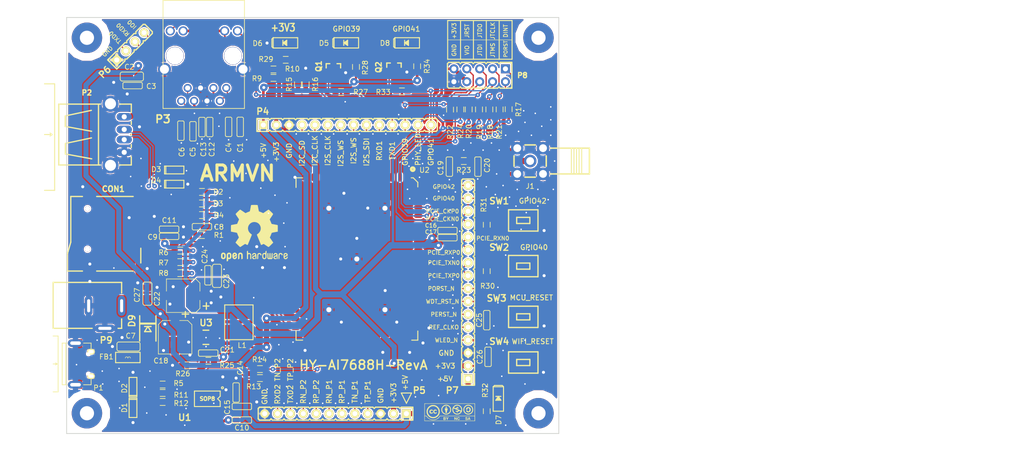
<source format=kicad_pcb>
(kicad_pcb (version 20171130) (host pcbnew "(5.1.12)-1")
  (title_block (title AI7688H) (rev A) (company ARMVN))
  (layers (0 F.Cu signal) (31 B.Cu signal) (34 B.Paste user) (35 F.Paste user) (36 B.SilkS user) (37 F.SilkS user) (38 B.Mask user) (39 F.Mask user) (44 Edge.Cuts user))
  (net 0 "")
  (net 1 GND)
  (net 2 +5V)
  (net 3 "Net-(C8-Pad2)")
  (net 4 +3V3)
  (net 5 "Net-(C12-Pad2)")
  (net 6 "Net-(C13-Pad2)")
  (net 7 "Net-(C20-Pad2)")
  (net 8 "Net-(C21-Pad1)")
  (net 9 /AI7688H/PORST_N)
  (net 10 /AI7688H/WDT_RST_N)
  (net 11 /AI7688H/MDI_TN_P4)
  (net 12 /AI7688H/MDI_TP_P4)
  (net 13 /AI7688H/MDI_RN_P4)
  (net 14 /AI7688H/MDI_RN_P3)
  (net 15 /AI7688H/MDI_RP_P3)
  (net 16 /AI7688H/MDI_TN_P3)
  (net 17 /AI7688H/MDI_RP_P4)
  (net 18 "Net-(P3-Pad9)")
  (net 19 "Net-(P3-Pad12)")
  (net 20 /AI7688H/MDI_TN_P2)
  (net 21 "Net-(R13-Pad2)")
  (net 22 /AI7688H/MDI_TP_P2)
  (net 23 "Net-(R14-Pad2)")
  (net 24 /AI7688H/UART_7688_TXD1)
  (net 25 /AI7688H/EJTAG_DINT)
  (net 26 /AI7688H/JTCLK_GPIO_40)
  (net 27 /AI7688H/EPHY_LED0_N)
  (net 28 /AI7688H/JTDI_GPIO_42)
  (net 29 /AI7688H/JRST_GPIO_39)
  (net 30 /AI7688H/JTDO_EPHY_LED0_N)
  (net 31 "Net-(Q1-Pad1)")
  (net 32 "Net-(D5-Pad2)")
  (net 33 "Net-(D6-Pad2)")
  (net 34 "Net-(D7-Pad2)")
  (net 35 "Net-(Q2-Pad1)")
  (net 36 "Net-(D8-Pad2)")
  (net 37 /AI7688H/I2S_SDI)
  (net 38 /AI7688H/UART_7688_RXD1)
  (net 39 /AI7688H/I2S_SDO)
  (net 40 /AI7688H/I2S_WS)
  (net 41 /AI7688H/I2C_SD)
  (net 42 /AI7688H/I2C_SCLK)
  (net 43 /AI7688H/MDI_RN_P2)
  (net 44 /AI7688H/MDI_RN_P1)
  (net 45 /AI7688H/MDI_TP_P1)
  (net 46 /AI7688H/MDI_TN_P1)
  (net 47 /AI7688H/PERST_N)
  (net 48 /AI7688H/REF_CLKO)
  (net 49 /AI7688H/WLED_N)
  (net 50 /AI7688H/GPIO_0)
  (net 51 /AI7688H/UART_7688_TXD0)
  (net 52 /AI7688H/UART_7688_RXD0)
  (net 53 "Net-(L1-Pad1)")
  (net 54 /AI7688H/RF)
  (net 55 "Net-(D5-Pad1)")
  (net 56 "Net-(D8-Pad1)")
  (net 57 "Net-(FB1-Pad1)")
  (net 58 "Net-(P1-Pad4)")
  (net 59 /AI7688H/EJTAG_PORST_N)
  (net 60 "Net-(CON1-Pad14)")
  (net 61 "Net-(CON1-Pad15)")
  (net 62 /AI7688H/MDI_RP_P1)
  (net 63 +5V_USBOTG)
  (net 64 "Net-(MH1-Pad1)")
  (net 65 "Net-(MH2-Pad1)")
  (net 66 "Net-(MH3-Pad1)")
  (net 67 "Net-(MH4-Pad1)")
  (net 68 /AI7688H/MDI_RP_P2)
  (net 69 /AI7688H/JTMS_GPIO_41)
  (net 70 VO_3V3)
  (net 71 /AI7688H/USB_OTG_D+)
  (net 72 /AI7688H/USB_OTG_D-)
  (net 73 /AI7688H/D-)
  (net 74 /AI7688H/D+)
  (net 75 /AI7688H/MDI_P0_R_P)
  (net 76 /AI7688H/MDI_P0_R_N)
  (net 77 /AI7688H/MDI_P0_T_P)
  (net 78 /AI7688H/MDI_P0_T_N)
  (net 79 /AI7688H/USB_D_P)
  (net 80 /AI7688H/USB_D_N)
  (net 81 /AI7688H/PCIE_CK0_P)
  (net 82 /AI7688H/PCIE_CK0_N)
  (net 83 /AI7688H/PCIE_RX0_P)
  (net 84 /AI7688H/PCIE_RX0_N)
  (net 85 /AI7688H/PCIE_TX0_N)
  (net 86 /AI7688H/PCIE_TX0_P)
  (net 87 /AI7688H/I2S_SCLK)
  (module trongle:Via_1018mm (layer F.Cu) (at 125.687 95.598)
    (fp_text reference REF** hide)
    (fp_text value Via_1018mm)
    (pad 1 thru_hole circle (at 0 0) (size 1.8 1.8) (drill 1) (layers *.Cu *.Mask) (net 1 GND) (thermal_gap 0.2))
  )
  (module trongle:Via_1018mm (layer F.Cu) (at 136.737 95.598)
    (fp_text reference REF** hide)
    (fp_text value Via_1018mm)
    (pad 1 thru_hole circle (at 0 0) (size 1.8 1.8) (drill 1) (layers *.Cu *.Mask) (net 1 GND) (thermal_gap 0.2))
  )
  (module trongle:Via_1018mm (layer F.Cu) (at 136.737 75.598)
    (fp_text reference REF** hide)
    (fp_text value Via_1018mm)
    (pad 1 thru_hole circle (at 0 0) (size 1.8 1.8) (drill 1) (layers *.Cu *.Mask) (net 1 GND))
  )
  (module trongle:Via_1018mm (layer F.Cu) (at 125.687 75.598)
    (fp_text reference REF** hide)
    (fp_text value Via_1018mm)
    (pad 1 thru_hole circle (at 0 0) (size 1.8 1.8) (drill 1) (layers *.Cu *.Mask) (net 1 GND))
  )
  (module trongle:Via_0309mm (layer F.Cu) (at 98.933 97.155)
    (fp_text reference REF** hide)
    (fp_text value Via_0309mm hide)
    (pad 1 thru_hole circle (at 0 0) (size 0.9 0.9) (drill 0.3) (layers *.Cu) (net 1 GND))
  )
  (module trongle:Via_0309mm (layer F.Cu) (at 101.727 97.536)
    (fp_text reference REF** hide)
    (fp_text value Via_0309mm hide)
    (pad 1 thru_hole circle (at 0 0) (size 0.9 0.9) (drill 0.3) (layers *.Cu) (net 1 GND))
  )
  (module trongle:Via_0309mm (layer F.Cu) (at 119.126 105.918)
    (fp_text reference REF** hide)
    (fp_text value Via_0309mm hide)
    (pad 1 thru_hole circle (at 0 0) (size 0.9 0.9) (drill 0.3) (layers *.Cu) (net 1 GND))
  )
  (module trongle:Via_0309mm (layer F.Cu) (at 115.824 102.489)
    (fp_text reference REF** hide)
    (fp_text value Via_0309mm hide)
    (pad 1 thru_hole circle (at 0 0) (size 0.9 0.9) (drill 0.3) (layers *.Cu) (net 1 GND))
  )
  (module trongle:Via_0309mm (layer F.Cu) (at 112.395 105.283)
    (fp_text reference REF** hide)
    (fp_text value Via_0309mm hide)
    (pad 1 thru_hole circle (at 0 0) (size 0.9 0.9) (drill 0.3) (layers *.Cu) (net 1 GND))
  )
  (module trongle:Via_0309mm (layer F.Cu) (at 116.586 105.283)
    (fp_text reference REF** hide)
    (fp_text value Via_0309mm hide)
    (pad 1 thru_hole circle (at 0 0) (size 0.9 0.9) (drill 0.3) (layers *.Cu) (net 1 GND))
  )
  (module trongle:Via_0309mm (layer F.Cu) (at 100.838 83.185)
    (fp_text reference REF** hide)
    (fp_text value Via_0309mm hide)
    (pad 1 thru_hole circle (at 0 0) (size 0.9 0.9) (drill 0.3) (layers *.Cu) (net 1 GND))
  )
  (module trongle:SOT-23-5 (layer F.Cu) (at 101.443 101.031)
    (fp_text reference U3 (at 0.03 -2.86) (layer F.SilkS) (effects (font (size 1.27 1.27) (thickness 0.254))))
    (fp_text value SY8008)
    (pad 4 smd rect (at -1.3 -0.95) (size 1.2 0.55) (layers F.Cu F.Paste F.Mask) (net 2 +5V) (clearance 0.0508))
    (pad 5 smd rect (at -1.3 0.95) (size 1.2 0.55) (layers F.Cu F.Paste F.Mask) (net 8 "Net-(C21-Pad1)") (clearance 0.0508))
    (pad 3 smd rect (at 1.3 -0.95) (size 1.2 0.55) (layers F.Cu F.Paste F.Mask) (net 53 "Net-(L1-Pad1)") (clearance 0.0508))
    (pad 2 smd rect (at 1.3 0) (size 1.2 0.55) (layers F.Cu F.Paste F.Mask) (net 1 GND) (clearance 0.0508))
    (pad 1 smd rect (at 1.3 0.95) (size 1.2 0.55) (layers F.Cu F.Paste F.Mask) (net 2 +5V) (clearance 0.0508))
  )
  (module trongle:CAPC0603x018M (layer F.Cu) (at 101.897 104.14)
    (fp_text reference C21 (at 3.767 -0.635) (layer F.SilkS))
    (fp_text value 100nF)
    (pad 1 smd rect (at -1.1 0) (size 1.2 0.9) (layers F.Cu F.Paste F.Mask) (net 8 "Net-(C21-Pad1)"))
    (pad 2 smd rect (at 1.1 0) (size 1.2 0.9) (layers F.Cu F.Paste F.Mask) (net 4 +3V3))
  )
  (module trongle:Via_0309mm (layer F.Cu) (at 89.408 110.871)
    (fp_text reference REF** hide)
    (fp_text value Via_0309mm hide)
    (pad 1 thru_hole circle (at 0 0) (size 0.9 0.9) (drill 0.3) (layers *.Cu) (net 1 GND))
  )
  (module trongle:Via_0309mm (layer F.Cu) (at 128.905 54.61)
    (fp_text reference REF** hide)
    (fp_text value Via_0309mm hide)
    (pad 1 thru_hole circle (at 0 0) (size 0.9 0.9) (drill 0.3) (layers *.Cu) (net 1 GND))
  )
  (module trongle:Via_0309mm (layer F.Cu) (at 139.446 57.15)
    (fp_text reference REF** hide)
    (fp_text value Via_0309mm hide)
    (pad 1 thru_hole circle (at 0 0) (size 0.9 0.9) (drill 0.3) (layers *.Cu) (net 1 GND))
  )
  (module trongle:Via_0309mm (layer F.Cu) (at 99.187 56.896)
    (fp_text reference REF** hide)
    (fp_text value Via_0309mm hide)
    (pad 1 thru_hole circle (at 0 0) (size 0.9 0.9) (drill 0.3) (layers *.Cu) (net 1 GND))
  )
  (module trongle:Via_0309mm (layer F.Cu) (at 104.14 56.896)
    (fp_text reference REF** hide)
    (fp_text value Via_0309mm hide)
    (pad 1 thru_hole circle (at 0 0) (size 0.9 0.9) (drill 0.3) (layers *.Cu) (net 1 GND))
  )
  (module trongle:Via_0309mm (layer F.Cu) (at 104.013 59.436)
    (fp_text reference REF** hide)
    (fp_text value Via_0309mm hide)
    (pad 1 thru_hole circle (at 0 0) (size 0.9 0.9) (drill 0.3) (layers *.Cu) (net 1 GND))
  )
  (module trongle:Via_0309mm (layer F.Cu) (at 115.062 73.025)
    (fp_text reference REF** hide)
    (fp_text value Via_0309mm hide)
    (pad 1 thru_hole circle (at 0 0) (size 0.9 0.9) (drill 0.3) (layers *.Cu) (net 1 GND))
  )
  (module trongle:Via_0309mm (layer F.Cu) (at 97.282 118.364)
    (fp_text reference REF** hide)
    (fp_text value Via_0309mm hide)
    (pad 1 thru_hole circle (at 0 0) (size 0.9 0.9) (drill 0.3) (layers *.Cu) (net 1 GND))
  )
  (module trongle:Via_0309mm (layer F.Cu) (at 164.592 76.454)
    (fp_text reference REF** hide)
    (fp_text value Via_0309mm hide)
    (pad 1 thru_hole circle (at 0 0) (size 0.9 0.9) (drill 0.3) (layers *.Cu) (net 1 GND))
  )
  (module trongle:Via_0309mm (layer F.Cu) (at 163.576 79.756)
    (fp_text reference REF** hide)
    (fp_text value Via_0309mm hide)
    (pad 1 thru_hole circle (at 0 0) (size 0.9 0.9) (drill 0.3) (layers *.Cu) (net 1 GND))
  )
  (module trongle:Via_0309mm (layer F.Cu) (at 165.1 83.82)
    (fp_text reference REF** hide)
    (fp_text value Via_0309mm hide)
    (pad 1 thru_hole circle (at 0 0) (size 0.9 0.9) (drill 0.3) (layers *.Cu) (net 1 GND))
  )
  (module trongle:Via_0309mm (layer F.Cu) (at 164.338 92.71)
    (fp_text reference REF** hide)
    (fp_text value Via_0309mm hide)
    (pad 1 thru_hole circle (at 0 0) (size 0.9 0.9) (drill 0.3) (layers *.Cu) (net 1 GND))
  )
  (module trongle:Via_0309mm (layer F.Cu) (at 164.338 101.6)
    (fp_text reference REF** hide)
    (fp_text value Via_0309mm hide)
    (pad 1 thru_hole circle (at 0 0) (size 0.9 0.9) (drill 0.3) (layers *.Cu) (net 1 GND))
  )
  (module trongle:Via_0309mm (layer F.Cu) (at 164.338 110.236)
    (fp_text reference REF** hide)
    (fp_text value Via_0309mm hide)
    (pad 1 thru_hole circle (at 0 0) (size 0.9 0.9) (drill 0.3) (layers *.Cu) (net 1 GND))
  )
  (module trongle:Via_0309mm (layer F.Cu) (at 160.528 118.364)
    (fp_text reference REF** hide)
    (fp_text value Via_0309mm hide)
    (pad 1 thru_hole circle (at 0 0) (size 0.9 0.9) (drill 0.3) (layers *.Cu) (net 1 GND))
  )
  (module trongle:Via_0309mm (layer F.Cu) (at 146.304 118.11)
    (fp_text reference REF** hide)
    (fp_text value Via_0309mm hide)
    (pad 1 thru_hole circle (at 0 0) (size 0.9 0.9) (drill 0.3) (layers *.Cu) (net 1 GND))
  )
  (module trongle:Via_0309mm (layer F.Cu) (at 150.622 72.39)
    (fp_text reference REF** hide)
    (fp_text value Via_0309mm hide)
    (pad 1 thru_hole circle (at 0 0) (size 0.9 0.9) (drill 0.3) (layers *.Cu) (net 1 GND))
  )
  (module trongle:Via_0309mm (layer F.Cu) (at 151.13 100.33)
    (fp_text reference REF** hide)
    (fp_text value Via_0309mm hide)
    (pad 1 thru_hole circle (at 0 0) (size 0.9 0.9) (drill 0.3) (layers *.Cu) (net 1 GND))
  )
  (module trongle:Via_0309mm (layer F.Cu) (at 148.336 109.474)
    (fp_text reference REF** hide)
    (fp_text value Via_0309mm hide)
    (pad 1 thru_hole circle (at 0 0) (size 0.9 0.9) (drill 0.3) (layers *.Cu) (net 1 GND))
  )
  (module trongle:Via_0309mm (layer F.Cu) (at 142.748 112.776)
    (fp_text reference REF** hide)
    (fp_text value Via_0309mm hide)
    (pad 1 thru_hole circle (at 0 0) (size 0.9 0.9) (drill 0.3) (layers *.Cu) (net 1 GND))
  )
  (module trongle:Via_0309mm (layer F.Cu) (at 113.538 111.252)
    (fp_text reference REF** hide)
    (fp_text value Via_0309mm hide)
    (pad 1 thru_hole circle (at 0 0) (size 0.9 0.9) (drill 0.3) (layers *.Cu) (net 1 GND))
  )
  (module trongle:Via_0309mm (layer F.Cu) (at 117.348 110.744)
    (fp_text reference REF** hide)
    (fp_text value Via_0309mm hide)
    (pad 1 thru_hole circle (at 0 0) (size 0.9 0.9) (drill 0.3) (layers *.Cu) (net 1 GND))
  )
  (module trongle:Via_0309mm (layer F.Cu) (at 116.84 114.046)
    (fp_text reference REF** hide)
    (fp_text value Via_0309mm hide)
    (pad 1 thru_hole circle (at 0 0) (size 0.9 0.9) (drill 0.3) (layers *.Cu) (net 1 GND))
  )
  (module trongle:Via_0309mm (layer F.Cu) (at 119.38 114.046)
    (fp_text reference REF** hide)
    (fp_text value Via_0309mm hide)
    (pad 1 thru_hole circle (at 0 0) (size 0.9 0.9) (drill 0.3) (layers *.Cu) (net 1 GND))
  )
  (module trongle:Via_0309mm (layer F.Cu) (at 121.92 114.046)
    (fp_text reference REF** hide)
    (fp_text value Via_0309mm hide)
    (pad 1 thru_hole circle (at 0 0) (size 0.9 0.9) (drill 0.3) (layers *.Cu) (net 1 GND))
  )
  (module trongle:Via_0309mm (layer F.Cu) (at 124.46 114.046)
    (fp_text reference REF** hide)
    (fp_text value Via_0309mm hide)
    (pad 1 thru_hole circle (at 0 0) (size 0.9 0.9) (drill 0.3) (layers *.Cu) (net 1 GND))
  )
  (module trongle:Via_0309mm (layer F.Cu) (at 127 114.046)
    (fp_text reference REF** hide)
    (fp_text value Via_0309mm hide)
    (pad 1 thru_hole circle (at 0 0) (size 0.9 0.9) (drill 0.3) (layers *.Cu) (net 1 GND))
  )
  (module trongle:Via_0309mm (layer F.Cu) (at 132.08 114.046)
    (fp_text reference REF** hide)
    (fp_text value Via_0309mm hide)
    (pad 1 thru_hole circle (at 0 0) (size 0.9 0.9) (drill 0.3) (layers *.Cu) (net 1 GND))
  )
  (module trongle:Via_0309mm (layer F.Cu) (at 129.54 114.046)
    (fp_text reference REF** hide)
    (fp_text value Via_0309mm hide)
    (pad 1 thru_hole circle (at 0 0) (size 0.9 0.9) (drill 0.3) (layers *.Cu) (net 1 GND))
  )
  (module trongle:Via_0309mm (layer F.Cu) (at 156.718 110.744)
    (fp_text reference REF** hide)
    (fp_text value Via_0309mm hide)
    (pad 1 thru_hole circle (at 0 0) (size 0.9 0.9) (drill 0.3) (layers *.Cu) (net 1 GND))
  )
  (module trongle:Via_0309mm (layer F.Cu) (at 159.766 108.712)
    (fp_text reference REF** hide)
    (fp_text value Via_0309mm hide)
    (pad 1 thru_hole circle (at 0 0) (size 0.9 0.9) (drill 0.3) (layers *.Cu) (net 1 GND))
  )
  (module trongle:Via_0309mm (layer F.Cu) (at 160.02 103.632)
    (fp_text reference REF** hide)
    (fp_text value Via_0309mm hide)
    (pad 1 thru_hole circle (at 0 0) (size 0.9 0.9) (drill 0.3) (layers *.Cu) (net 1 GND))
  )
  (module trongle:Via_0309mm (layer F.Cu) (at 159.004 94.234)
    (fp_text reference REF** hide)
    (fp_text value Via_0309mm hide)
    (pad 1 thru_hole circle (at 0 0) (size 0.9 0.9) (drill 0.3) (layers *.Cu) (net 1 GND))
  )
  (module trongle:Via_0309mm (layer F.Cu) (at 159.004 91.186)
    (fp_text reference REF** hide)
    (fp_text value Via_0309mm hide)
    (pad 1 thru_hole circle (at 0 0) (size 0.9 0.9) (drill 0.3) (layers *.Cu) (net 1 GND))
  )
  (module trongle:Via_0309mm (layer F.Cu) (at 158.496 82.804)
    (fp_text reference REF** hide)
    (fp_text value Via_0309mm hide)
    (pad 1 thru_hole circle (at 0 0) (size 0.9 0.9) (drill 0.3) (layers *.Cu) (net 1 GND))
  )
  (module trongle:Via_0309mm (layer F.Cu) (at 160.528 84.836)
    (fp_text reference REF** hide)
    (fp_text value Via_0309mm hide)
    (pad 1 thru_hole circle (at 0 0) (size 0.9 0.9) (drill 0.3) (layers *.Cu) (net 1 GND))
  )
  (module trongle:Via_0309mm (layer F.Cu) (at 102.997 114.046)
    (fp_text reference REF** hide)
    (fp_text value Via_0309mm hide)
    (pad 1 thru_hole circle (at 0 0) (size 0.9 0.9) (drill 0.3) (layers *.Cu) (net 1 GND))
  )
  (module trongle:Via_0309mm (layer F.Cu) (at 93.599 116.332)
    (fp_text reference REF** hide)
    (fp_text value Via_0309mm hide)
    (pad 1 thru_hole circle (at 0 0) (size 0.9 0.9) (drill 0.3) (layers *.Cu) (net 1 GND))
  )
  (module trongle:Via_0309mm (layer F.Cu) (at 104.267 82.042)
    (fp_text reference REF** hide)
    (fp_text value Via_0309mm hide)
    (pad 1 thru_hole circle (at 0 0) (size 0.9 0.9) (drill 0.3) (layers *.Cu) (net 1 GND))
  )
  (module trongle:Via_0309mm (layer F.Cu) (at 106.172 73.533)
    (fp_text reference REF** hide)
    (fp_text value Via_0309mm hide)
    (pad 1 thru_hole circle (at 0 0) (size 0.9 0.9) (drill 0.3) (layers *.Cu) (net 1 GND))
  )
  (module trongle:Via_0309mm (layer F.Cu) (at 119.253 60.96)
    (fp_text reference REF** hide)
    (fp_text value Via_0309mm hide)
    (pad 1 thru_hole circle (at 0 0) (size 0.9 0.9) (drill 0.3) (layers *.Cu) (net 1 GND))
  )
  (module trongle:Via_0309mm (layer F.Cu) (at 121.666 60.96)
    (fp_text reference REF** hide)
    (fp_text value Via_0309mm hide)
    (pad 1 thru_hole circle (at 0 0) (size 0.9 0.9) (drill 0.3) (layers *.Cu) (net 1 GND))
  )
  (module trongle:Via_0309mm (layer F.Cu) (at 124.206 60.96)
    (fp_text reference REF** hide)
    (fp_text value Via_0309mm hide)
    (pad 1 thru_hole circle (at 0 0) (size 0.9 0.9) (drill 0.3) (layers *.Cu) (net 1 GND))
  )
  (module trongle:Via_0309mm (layer F.Cu) (at 126.619 60.96)
    (fp_text reference REF** hide)
    (fp_text value Via_0309mm hide)
    (pad 1 thru_hole circle (at 0 0) (size 0.9 0.9) (drill 0.3) (layers *.Cu) (net 1 GND))
  )
  (module trongle:Via_0309mm (layer F.Cu) (at 129.286 60.96)
    (fp_text reference REF** hide)
    (fp_text value Via_0309mm hide)
    (pad 1 thru_hole circle (at 0 0) (size 0.9 0.9) (drill 0.3) (layers *.Cu) (net 1 GND))
  )
  (module trongle:Via_0309mm (layer F.Cu) (at 131.699 60.96)
    (fp_text reference REF** hide)
    (fp_text value Via_0309mm hide)
    (pad 1 thru_hole circle (at 0 0) (size 0.9 0.9) (drill 0.3) (layers *.Cu) (net 1 GND))
  )
  (module trongle:Via_0309mm (layer F.Cu) (at 134.366 60.96)
    (fp_text reference REF** hide)
    (fp_text value Via_0309mm hide)
    (pad 1 thru_hole circle (at 0 0) (size 0.9 0.9) (drill 0.3) (layers *.Cu) (net 1 GND))
  )
  (module trongle:Via_0309mm (layer F.Cu) (at 136.906 60.96)
    (fp_text reference REF** hide)
    (fp_text value Via_0309mm hide)
    (pad 1 thru_hole circle (at 0 0) (size 0.9 0.9) (drill 0.3) (layers *.Cu) (net 1 GND))
  )
  (module trongle:Via_0309mm (layer F.Cu) (at 139.319 60.96)
    (fp_text reference REF** hide)
    (fp_text value Via_0309mm hide)
    (pad 1 thru_hole circle (at 0 0) (size 0.9 0.9) (drill 0.3) (layers *.Cu) (net 1 GND))
  )
  (module trongle:Via_0309mm (layer F.Cu) (at 143.637 64.262)
    (fp_text reference REF** hide)
    (fp_text value Via_0309mm hide)
    (pad 1 thru_hole circle (at 0 0) (size 0.9 0.9) (drill 0.3) (layers *.Cu) (net 1 GND))
  )
  (module trongle:Via_0309mm (layer F.Cu) (at 145.542 64.643)
    (fp_text reference REF** hide)
    (fp_text value Via_0309mm hide)
    (pad 1 thru_hole circle (at 0 0) (size 0.9 0.9) (drill 0.3) (layers *.Cu) (net 1 GND))
  )
  (module trongle:Via_0309mm (layer F.Cu) (at 144.145 66.802)
    (fp_text reference REF** hide)
    (fp_text value Via_0309mm hide)
    (pad 1 thru_hole circle (at 0 0) (size 0.9 0.9) (drill 0.3) (layers *.Cu) (net 1 GND))
  )
  (module trongle:Via_0309mm (layer F.Cu) (at 113.665 66.167)
    (fp_text reference REF** hide)
    (fp_text value Via_0309mm hide)
    (pad 1 thru_hole circle (at 0 0) (size 0.9 0.9) (drill 0.3) (layers *.Cu) (net 1 GND))
  )
  (module trongle:Via_0309mm (layer F.Cu) (at 112.268 71.628)
    (fp_text reference REF** hide)
    (fp_text value Via_0309mm hide)
    (pad 1 thru_hole circle (at 0 0) (size 0.9 0.9) (drill 0.3) (layers *.Cu) (net 1 GND))
  )
  (module trongle:Via_0309mm (layer F.Cu) (at 106.934 66.294)
    (fp_text reference REF** hide)
    (fp_text value Via_0309mm hide)
    (pad 1 thru_hole circle (at 0 0) (size 0.9 0.9) (drill 0.3) (layers *.Cu) (net 1 GND))
  )
  (module trongle:Via_0309mm (layer F.Cu) (at 92.456 66.802)
    (fp_text reference REF** hide)
    (fp_text value Via_0309mm hide)
    (pad 1 thru_hole circle (at 0 0) (size 0.9 0.9) (drill 0.3) (layers *.Cu) (net 1 GND))
  )
  (module trongle:Via_0309mm (layer F.Cu) (at 88.646 65.786)
    (fp_text reference REF** hide)
    (fp_text value Via_0309mm hide)
    (pad 1 thru_hole circle (at 0 0) (size 0.9 0.9) (drill 0.3) (layers *.Cu) (net 1 GND))
  )
  (module trongle:Via_0309mm (layer F.Cu) (at 86.614 69.342)
    (fp_text reference REF** hide)
    (fp_text value Via_0309mm hide)
    (pad 1 thru_hole circle (at 0 0) (size 0.9 0.9) (drill 0.3) (layers *.Cu) (net 1 GND))
  )
  (module trongle:Via_0309mm (layer F.Cu) (at 83.312 87.376)
    (fp_text reference REF** hide)
    (fp_text value Via_0309mm hide)
    (pad 1 thru_hole circle (at 0 0) (size 0.9 0.9) (drill 0.3) (layers *.Cu) (net 1 GND))
  )
  (module trongle:Via_0309mm (layer F.Cu) (at 95.758 111.252)
    (fp_text reference REF** hide)
    (fp_text value Via_0309mm hide)
    (pad 1 thru_hole circle (at 0 0) (size 0.9 0.9) (drill 0.3) (layers *.Cu) (net 1 GND))
  )
  (module trongle:Via_0309mm (layer F.Cu) (at 97.536 115.062)
    (fp_text reference REF** hide)
    (fp_text value Via_0309mm hide)
    (pad 1 thru_hole circle (at 0 0) (size 0.9 0.9) (drill 0.3) (layers *.Cu) (net 1 GND))
  )
  (module trongle:Via_0309mm (layer F.Cu) (at 84.328 107.188)
    (fp_text reference REF** hide)
    (fp_text value Via_0309mm hide)
    (pad 1 thru_hole circle (at 0 0) (size 0.9 0.9) (drill 0.3) (layers *.Cu) (net 1 GND))
  )
  (module trongle:Via_0309mm (layer F.Cu) (at 75.946 106.426)
    (fp_text reference REF** hide)
    (fp_text value Via_0309mm hide)
    (pad 1 thru_hole circle (at 0 0) (size 0.9 0.9) (drill 0.3) (layers *.Cu) (net 1 GND))
  )
  (module trongle:Via_0309mm (layer F.Cu) (at 80.01 101.6)
    (fp_text reference REF** hide)
    (fp_text value Via_0309mm hide)
    (pad 1 thru_hole circle (at 0 0) (size 0.9 0.9) (drill 0.3) (layers *.Cu) (net 1 GND))
  )
  (module trongle:Via_0309mm (layer F.Cu) (at 81.026 107.696)
    (fp_text reference REF** hide)
    (fp_text value Via_0309mm hide)
    (pad 1 thru_hole circle (at 0 0) (size 0.9 0.9) (drill 0.3) (layers *.Cu) (net 1 GND))
  )
  (module trongle:Via_0309mm (layer F.Cu) (at 84.328 109.728)
    (fp_text reference REF** hide)
    (fp_text value Via_0309mm hide)
    (pad 1 thru_hole circle (at 0 0) (size 0.9 0.9) (drill 0.3) (layers *.Cu) (net 1 GND))
  )
  (module trongle:Via_0309mm (layer F.Cu) (at 90.424 107.696)
    (fp_text reference REF** hide)
    (fp_text value Via_0309mm hide)
    (pad 1 thru_hole circle (at 0 0) (size 0.9 0.9) (drill 0.3) (layers *.Cu) (net 1 GND))
  )
  (module trongle:Via_0309mm (layer F.Cu) (at 110.871 93.218)
    (fp_text reference REF** hide)
    (fp_text value Via_0309mm hide)
    (pad 1 thru_hole circle (at 0 0) (size 0.9 0.9) (drill 0.3) (layers *.Cu) (net 1 GND))
  )
  (module trongle:Via_0309mm (layer F.Cu) (at 118.618 101.981)
    (fp_text reference REF** hide)
    (fp_text value Via_0309mm hide)
    (pad 1 thru_hole circle (at 0 0) (size 0.9 0.9) (drill 0.3) (layers *.Cu) (net 1 GND))
  )
  (module trongle:Via_0309mm (layer F.Cu) (at 152.654 118.11)
    (fp_text reference REF** hide)
    (fp_text value Via_0309mm hide)
    (pad 1 thru_hole circle (at 0 0) (size 0.9 0.9) (drill 0.3) (layers *.Cu) (net 1 GND))
  )
  (module trongle:Via_0309mm (layer F.Cu) (at 147.32 112.522)
    (fp_text reference REF** hide)
    (fp_text value Via_0309mm hide)
    (pad 1 thru_hole circle (at 0 0) (size 0.9 0.9) (drill 0.3) (layers *.Cu) (net 1 GND))
  )
  (module trongle:Via_0309mm (layer F.Cu) (at 144.018 109.474)
    (fp_text reference REF** hide)
    (fp_text value Via_0309mm hide)
    (pad 1 thru_hole circle (at 0 0) (size 0.9 0.9) (drill 0.3) (layers *.Cu) (net 1 GND))
  )
  (module trongle:Via_0309mm (layer F.Cu) (at 150.114 97.79)
    (fp_text reference REF** hide)
    (fp_text value Via_0309mm hide)
    (pad 1 thru_hole circle (at 0 0) (size 0.9 0.9) (drill 0.3) (layers *.Cu) (net 1 GND))
  )
  (module trongle:Via_0309mm (layer F.Cu) (at 150.114 95.25)
    (fp_text reference REF** hide)
    (fp_text value Via_0309mm hide)
    (pad 1 thru_hole circle (at 0 0) (size 0.9 0.9) (drill 0.3) (layers *.Cu) (net 1 GND))
  )
  (module trongle:Via_0309mm (layer F.Cu) (at 150.114 92.71)
    (fp_text reference REF** hide)
    (fp_text value Via_0309mm hide)
    (pad 1 thru_hole circle (at 0 0) (size 0.9 0.9) (drill 0.3) (layers *.Cu) (net 1 GND))
  )
  (module trongle:Via_0309mm (layer F.Cu) (at 150.114 89.662)
    (fp_text reference REF** hide)
    (fp_text value Via_0309mm hide)
    (pad 1 thru_hole circle (at 0 0) (size 0.9 0.9) (drill 0.3) (layers *.Cu) (net 1 GND))
  )
  (module trongle:Via_0309mm (layer F.Cu) (at 145.542 89.662)
    (fp_text reference REF** hide)
    (fp_text value Via_0309mm hide)
    (pad 1 thru_hole circle (at 0 0) (size 0.9 0.9) (drill 0.3) (layers *.Cu) (net 1 GND))
  )
  (module trongle:Via_0309mm (layer F.Cu) (at 150.114 85.344)
    (fp_text reference REF** hide)
    (fp_text value Via_0309mm hide)
    (pad 1 thru_hole circle (at 0 0) (size 0.9 0.9) (drill 0.3) (layers *.Cu) (net 1 GND))
  )
  (module trongle:Via_0309mm (layer F.Cu) (at 145.542 86.36)
    (fp_text reference REF** hide)
    (fp_text value Via_0309mm hide)
    (pad 1 thru_hole circle (at 0 0) (size 0.9 0.9) (drill 0.3) (layers *.Cu) (net 1 GND))
  )
  (module trongle:Via_0309mm (layer F.Cu) (at 149.606 75.946)
    (fp_text reference REF** hide)
    (fp_text value Via_0309mm hide)
    (pad 1 thru_hole circle (at 0 0) (size 0.9 0.9) (drill 0.3) (layers *.Cu) (net 1 GND))
  )
  (module trongle:Via_0309mm (layer F.Cu) (at 170.18 66.294)
    (fp_text reference REF** hide)
    (fp_text value Via_0309mm hide)
    (pad 1 thru_hole circle (at 0 0) (size 0.9 0.9) (drill 0.3) (layers *.Cu) (net 1 GND))
  )
  (module trongle:Via_0309mm (layer F.Cu) (at 158.496 72.898)
    (fp_text reference REF** hide)
    (fp_text value Via_0309mm hide)
    (pad 1 thru_hole circle (at 0 0) (size 0.9 0.9) (drill 0.3) (layers *.Cu) (net 1 GND))
  )
  (module trongle:Via_0309mm (layer F.Cu) (at 159.004 75.438)
    (fp_text reference REF** hide)
    (fp_text value Via_0309mm hide)
    (pad 1 thru_hole circle (at 0 0) (size 0.9 0.9) (drill 0.3) (layers *.Cu) (net 1 GND))
  )
  (module trongle:Via_0309mm (layer F.Cu) (at 166.878 75.184)
    (fp_text reference REF** hide)
    (fp_text value Via_0309mm hide)
    (pad 1 thru_hole circle (at 0 0) (size 0.9 0.9) (drill 0.3) (layers *.Cu) (net 1 GND))
  )
  (module trongle:Via_0309mm (layer F.Cu) (at 162.56 75.184)
    (fp_text reference REF** hide)
    (fp_text value Via_0309mm hide)
    (pad 1 thru_hole circle (at 0 0) (size 0.9 0.9) (drill 0.3) (layers *.Cu) (net 1 GND))
  )
  (module trongle:Via_0309mm (layer F.Cu) (at 161.29 73.406)
    (fp_text reference REF** hide)
    (fp_text value Via_0309mm hide)
    (pad 1 thru_hole circle (at 0 0) (size 0.9 0.9) (drill 0.3) (layers *.Cu) (net 1 GND))
  )
  (module trongle:Via_0309mm (layer F.Cu) (at 164.846 73.406)
    (fp_text reference REF** hide)
    (fp_text value Via_0309mm hide)
    (pad 1 thru_hole circle (at 0 0) (size 0.9 0.9) (drill 0.3) (layers *.Cu) (net 1 GND))
  )
  (module trongle:Via_0309mm (layer F.Cu) (at 168.91 73.914)
    (fp_text reference REF** hide)
    (fp_text value Via_0309mm hide)
    (pad 1 thru_hole circle (at 0 0) (size 0.9 0.9) (drill 0.3) (layers *.Cu) (net 1 GND))
  )
  (module trongle:Via_0309mm (layer F.Cu) (at 169.926 71.882)
    (fp_text reference REF** hide)
    (fp_text value Via_0309mm hide)
    (pad 1 thru_hole circle (at 0 0) (size 0.9 0.9) (drill 0.3) (layers *.Cu) (net 1 GND))
  )
  (module trongle:Via_0309mm (layer F.Cu) (at 166.878 71.882)
    (fp_text reference REF** hide)
    (fp_text value Via_0309mm hide)
    (pad 1 thru_hole circle (at 0 0) (size 0.9 0.9) (drill 0.3) (layers *.Cu) (net 1 GND))
  )
  (module trongle:Via_0309mm (layer F.Cu) (at 162.814 71.882)
    (fp_text reference REF** hide)
    (fp_text value Via_0309mm hide)
    (pad 1 thru_hole circle (at 0 0) (size 0.9 0.9) (drill 0.3) (layers *.Cu) (net 1 GND))
  )
  (module trongle:Via_0309mm (layer F.Cu) (at 160.02 71.12)
    (fp_text reference REF** hide)
    (fp_text value Via_0309mm hide)
    (pad 1 thru_hole circle (at 0 0) (size 0.9 0.9) (drill 0.3) (layers *.Cu) (net 1 GND))
  )
  (module trongle:Via_0309mm (layer F.Cu) (at 156.718 71.374)
    (fp_text reference REF** hide)
    (fp_text value Via_0309mm hide)
    (pad 1 thru_hole circle (at 0 0) (size 0.9 0.9) (drill 0.3) (layers *.Cu) (net 1 GND))
  )
  (module trongle:Via_0309mm (layer F.Cu) (at 147.32 72.263)
    (fp_text reference REF** hide)
    (fp_text value Via_0309mm hide)
    (pad 1 thru_hole circle (at 0 0) (size 0.9 0.9) (drill 0.3) (layers *.Cu) (net 1 GND))
  )
  (module trongle:Via_0309mm (layer F.Cu) (at 142.24 65.786)
    (fp_text reference REF** hide)
    (fp_text value Via_0309mm hide)
    (pad 1 thru_hole circle (at 0 0) (size 0.9 0.9) (drill 0.3) (layers *.Cu) (net 1 GND))
  )
  (module trongle:Via_0309mm (layer F.Cu) (at 169.418 61.214)
    (fp_text reference REF** hide)
    (fp_text value Via_0309mm hide)
    (pad 1 thru_hole circle (at 0 0) (size 0.9 0.9) (drill 0.3) (layers *.Cu) (net 1 GND))
  )
  (module trongle:Via_0309mm (layer F.Cu) (at 165.608 61.214)
    (fp_text reference REF** hide)
    (fp_text value Via_0309mm hide)
    (pad 1 thru_hole circle (at 0 0) (size 0.9 0.9) (drill 0.3) (layers *.Cu) (net 1 GND))
  )
  (module trongle:Via_0309mm (layer F.Cu) (at 167.64 59.436)
    (fp_text reference REF** hide)
    (fp_text value Via_0309mm hide)
    (pad 1 thru_hole circle (at 0 0) (size 0.9 0.9) (drill 0.3) (layers *.Cu) (net 1 GND))
  )
  (module trongle:Via_0309mm (layer F.Cu) (at 169.418 58.166)
    (fp_text reference REF** hide)
    (fp_text value Via_0309mm hide)
    (pad 1 thru_hole circle (at 0 0) (size 0.9 0.9) (drill 0.3) (layers *.Cu) (net 1 GND))
  )
  (module trongle:Via_0309mm (layer F.Cu) (at 169.418 55.626)
    (fp_text reference REF** hide)
    (fp_text value Via_0309mm hide)
    (pad 1 thru_hole circle (at 0 0) (size 0.9 0.9) (drill 0.3) (layers *.Cu) (net 1 GND))
  )
  (module trongle:Via_0309mm (layer F.Cu) (at 166.37 56.896)
    (fp_text reference REF** hide)
    (fp_text value Via_0309mm hide)
    (pad 1 thru_hole circle (at 0 0) (size 0.9 0.9) (drill 0.3) (layers *.Cu) (net 1 GND))
  )
  (module trongle:Via_0309mm (layer F.Cu) (at 164.084 56.388)
    (fp_text reference REF** hide)
    (fp_text value Via_0309mm hide)
    (pad 1 thru_hole circle (at 0 0) (size 0.9 0.9) (drill 0.3) (layers *.Cu) (net 1 GND))
  )
  (module trongle:Via_0309mm (layer F.Cu) (at 164.338 58.674)
    (fp_text reference REF** hide)
    (fp_text value Via_0309mm hide)
    (pad 1 thru_hole circle (at 0 0) (size 0.9 0.9) (drill 0.3) (layers *.Cu) (net 1 GND))
  )
  (module trongle:Via_0309mm (layer F.Cu) (at 163.068 60.452)
    (fp_text reference REF** hide)
    (fp_text value Via_0309mm hide)
    (pad 1 thru_hole circle (at 0 0) (size 0.9 0.9) (drill 0.3) (layers *.Cu) (net 1 GND))
  )
  (module trongle:Via_0309mm (layer F.Cu) (at 160.528 61.214)
    (fp_text reference REF** hide)
    (fp_text value Via_0309mm hide)
    (pad 1 thru_hole circle (at 0 0) (size 0.9 0.9) (drill 0.3) (layers *.Cu) (net 1 GND))
  )
  (module trongle:Via_0309mm (layer F.Cu) (at 157.734 62.738)
    (fp_text reference REF** hide)
    (fp_text value Via_0309mm hide)
    (pad 1 thru_hole circle (at 0 0) (size 0.9 0.9) (drill 0.3) (layers *.Cu) (net 1 GND))
  )
  (module trongle:CAPC0603x018M (layer F.Cu) (at 108.204 59.563 90)
    (fp_text reference C1 (at -4.064 0 90) (layer F.SilkS))
    (fp_text value DNP)
    (pad 1 smd rect (at -1.1 0 90) (size 1.2 0.9) (layers F.Cu F.Paste F.Mask) (net 1 GND))
    (pad 2 smd rect (at 1.1 0 90) (size 1.2 0.9) (layers F.Cu F.Paste F.Mask) (net 75 /AI7688H/MDI_P0_R_P))
  )
  (module trongle:USB_Micro-B_DGK609-4048-1-ND (layer F.Cu) (at 78.826 106.284 270)
    (fp_text reference P1 (at 4.714 -1.438) (layer F.SilkS))
    (fp_text value USB_OTG)
    (pad "" np_thru_hole circle (at -2 0.525 270) (size 0.55 0.55) (drill 0.55) (layers *.Cu))
    (pad 6 thru_hole oval (at -2.425 0 270) (size 1.1 1.5) (drill oval 0.65 1.05) (layers *.Cu *.Mask F.SilkS) (net 1 GND))
    (pad 1 smd rect (at -1.3 0) (size 1.75 0.4) (layers F.Cu F.Paste F.Mask) (net 57 "Net-(FB1-Pad1)"))
    (pad 2 smd rect (at -0.65 0) (size 1.75 0.4) (layers F.Cu F.Paste F.Mask) (net 72 /AI7688H/USB_OTG_D-))
    (pad 3 smd rect (at 0 0) (size 1.75 0.4) (layers F.Cu F.Paste F.Mask) (net 71 /AI7688H/USB_OTG_D+))
    (pad 4 smd rect (at 0.65 0) (size 1.75 0.4) (layers F.Cu F.Paste F.Mask) (net 58 "Net-(P1-Pad4)"))
    (pad 5 smd rect (at 1.3 0) (size 1.75 0.4) (layers F.Cu F.Paste F.Mask) (net 1 GND))
    (pad 6 thru_hole oval (at 2.425 0 270) (size 1.1 1.5) (drill oval 0.65 1.05) (layers *.Cu *.Mask F.SilkS) (net 1 GND))
    (pad 6 thru_hole oval (at -4.1 3.08 270) (size 1.5 3) (drill oval 0.7 2.1) (layers *.Cu *.Mask) (net 1 GND))
    (pad 6 thru_hole oval (at 4.1 3.08 270) (size 1.5 3) (drill oval 0.7 2.1) (layers *.Cu *.Mask) (net 1 GND))
    (pad "" np_thru_hole circle (at 2 0.525 270) (size 0.55 0.55) (drill 0.55) (layers *.Cu))
    (pad 6 smd rect (at -3.95 2.675 270) (size 1.9 1.9) (layers F.Cu F.Paste F.Mask) (net 1 GND))
    (pad 6 smd rect (at 3.95 2.675 270) (size 1.9 1.9) (layers F.Cu F.Paste F.Mask) (net 1 GND))
  )
  (module trongle:RESC0603x018M (layer F.Cu) (at 156.804 87.996 270)
    (fp_text reference R30 (at 2.936 -0.168) (layer F.SilkS))
    (fp_text value 10K)
    (pad 1 smd rect (at -1.1 0 270) (size 1.2 0.9) (layers F.Cu F.Paste F.Mask) (net 26 /AI7688H/JTCLK_GPIO_40))
    (pad 2 smd rect (at 1.1 0 270) (size 1.2 0.9) (layers F.Cu F.Paste F.Mask) (net 4 +3V3))
  )
  (module trongle:CAPC0603x018M (layer F.Cu) (at 149.057 79.995 180)
    (fp_text reference C16 (at 3.261 1.001 180) (layer F.SilkS) (effects (font (size 0.8 0.8) (thickness 0.14))))
    (fp_text value 100uF)
    (pad 1 smd rect (at -1.1 0 180) (size 1.2 0.9) (layers F.Cu F.Paste F.Mask) (net 1 GND))
    (pad 2 smd rect (at 1.1 0 180) (size 1.2 0.9) (layers F.Cu F.Paste F.Mask) (net 4 +3V3))
  )
  (module trongle:CAPC0603x018M (layer F.Cu) (at 149.057 81.392 180)
    (fp_text reference C17 (at 3.261 1.128 180) (layer F.SilkS) (effects (font (size 0.8 0.8) (thickness 0.14))))
    (fp_text value 100nF)
    (pad 1 smd rect (at -1.1 0 180) (size 1.2 0.9) (layers F.Cu F.Paste F.Mask) (net 1 GND))
    (pad 2 smd rect (at 1.1 0 180) (size 1.2 0.9) (layers F.Cu F.Paste F.Mask) (net 4 +3V3))
  )
  (module trongle:CAPC0603x018M (layer F.Cu) (at 157.058 104.887 90)
    (fp_text reference C26 (at 0 -1.61 90) (layer F.SilkS))
    (fp_text value 100nF)
    (pad 1 smd rect (at -1.1 0 90) (size 1.2 0.9) (layers F.Cu F.Paste F.Mask) (net 10 /AI7688H/WDT_RST_N))
    (pad 2 smd rect (at 1.1 0 90) (size 1.2 0.9) (layers F.Cu F.Paste F.Mask) (net 1 GND))
  )
  (module trongle:AI7688H-M (layer F.Cu) (at 131.212 85.598 180)
    (fp_text reference U2 (at -13.314 17.526 180) (layer F.SilkS))
    (fp_text value AI7688H)
    (pad 44 smd oval (at -12.1 -13.6 270) (size 0.8 1.7) (layers F.Cu F.Paste F.Mask) (net 1 GND))
    (pad 45 smd oval (at -12.1 -11.9 270) (size 0.8 1.7) (layers F.Cu F.Paste F.Mask) (net 49 /AI7688H/WLED_N))
    (pad 46 smd oval (at -12.1 -10.2 270) (size 0.8 1.7) (layers F.Cu F.Paste F.Mask) (net 48 /AI7688H/REF_CLKO))
    (pad 47 smd oval (at -12.1 -8.5 270) (size 0.8 1.7) (layers F.Cu F.Paste F.Mask) (net 47 /AI7688H/PERST_N))
    (pad 48 smd oval (at -12.1 -6.8 270) (size 0.8 1.7) (layers F.Cu F.Paste F.Mask) (net 10 /AI7688H/WDT_RST_N))
    (pad 49 smd oval (at -12.1 -5.1 270) (size 0.8 1.7) (layers F.Cu F.Paste F.Mask) (net 9 /AI7688H/PORST_N))
    (pad 50 smd oval (at -12.1 -3.4 270) (size 0.8 1.7) (layers F.Cu F.Paste F.Mask) (net 86 /AI7688H/PCIE_TX0_P))
    (pad 51 smd oval (at -12.2 -1.7 270) (size 0.8 1.7) (layers F.Cu F.Paste F.Mask) (net 85 /AI7688H/PCIE_TX0_N))
    (pad 52 smd oval (at -12.1 0 270) (size 0.8 1.7) (layers F.Cu F.Paste F.Mask) (net 83 /AI7688H/PCIE_RX0_P))
    (pad 53 smd oval (at -12.1 1.7 270) (size 0.8 1.7) (layers F.Cu F.Paste F.Mask) (net 84 /AI7688H/PCIE_RX0_N))
    (pad 54 smd oval (at -12.1 3.4 270) (size 0.8 1.7) (layers F.Cu F.Paste F.Mask) (net 4 +3V3))
    (pad 55 smd oval (at -12.1 5.1 270) (size 0.8 1.7) (layers F.Cu F.Paste F.Mask) (net 82 /AI7688H/PCIE_CK0_N))
    (pad 56 smd oval (at -12.1 6.8 270) (size 0.8 1.7) (layers F.Cu F.Paste F.Mask) (net 81 /AI7688H/PCIE_CK0_P))
    (pad 57 smd oval (at -12.1 8.5 270) (size 0.8 1.7) (layers F.Cu F.Paste F.Mask) (net 26 /AI7688H/JTCLK_GPIO_40))
    (pad 58 smd oval (at -12.1 10.2 270) (size 0.8 1.7) (layers F.Cu F.Paste F.Mask) (net 28 /AI7688H/JTDI_GPIO_42))
    (pad 59 smd oval (at -12.1 11.9 270) (size 0.8 1.7) (layers F.Cu F.Paste F.Mask) (net 1 GND))
    (pad 60 smd oval (at -12.1 13.6 270) (size 0.8 1.7) (layers F.Cu F.Paste F.Mask) (net 54 /AI7688H/RF))
    (pad 31 smd oval (at 10.2 -16.1 180) (size 0.8 1.7) (layers F.Cu F.Paste F.Mask) (net 1 GND))
    (pad 32 smd oval (at 8.5 -16.1 180) (size 0.8 1.7) (layers F.Cu F.Paste F.Mask) (net 20 /AI7688H/MDI_TN_P2))
    (pad 33 smd oval (at 6.8 -16.1 180) (size 0.8 1.7) (layers F.Cu F.Paste F.Mask) (net 22 /AI7688H/MDI_TP_P2))
    (pad 34 smd oval (at 5.1 -16.1 180) (size 0.8 1.7) (layers F.Cu F.Paste F.Mask) (net 43 /AI7688H/MDI_RN_P2))
    (pad 35 smd oval (at 3.4 -16.1 180) (size 0.8 1.7) (layers F.Cu F.Paste F.Mask) (net 68 /AI7688H/MDI_RP_P2))
    (pad 36 smd oval (at 1.7 -16.1 180) (size 0.8 1.7) (layers F.Cu F.Paste F.Mask) (net 44 /AI7688H/MDI_RN_P1))
    (pad 37 smd oval (at 0 -16.1 180) (size 0.8 1.7) (layers F.Cu F.Paste F.Mask) (net 62 /AI7688H/MDI_RP_P1))
    (pad 38 smd oval (at -1.7 -16.1 180) (size 0.8 1.7) (layers F.Cu F.Paste F.Mask) (net 46 /AI7688H/MDI_TN_P1))
    (pad 39 smd oval (at -3.4 -16.1 180) (size 0.8 1.7) (layers F.Cu F.Paste F.Mask) (net 45 /AI7688H/MDI_TP_P1))
    (pad 40 smd oval (at -5.1 -16.1 180) (size 0.8 1.7) (layers F.Cu F.Paste F.Mask) (net 1 GND))
    (pad 41 smd oval (at -6.8 -16.1 180) (size 0.8 1.7) (layers F.Cu F.Paste F.Mask) (net 1 GND))
    (pad 42 smd oval (at -8.5 -16.1 180) (size 0.8 1.7) (layers F.Cu F.Paste F.Mask) (net 1 GND))
    (pad 43 smd oval (at -10.2 -16.1 180) (size 0.8 1.7) (layers F.Cu F.Paste F.Mask) (net 1 GND))
    (pad 1 smd oval (at -10.2 16.1 180) (size 0.8 1.7) (layers F.Cu F.Paste F.Mask) (net 1 GND))
    (pad 2 smd oval (at -8.5 16.1 180) (size 0.8 1.7) (layers F.Cu F.Paste F.Mask) (net 69 /AI7688H/JTMS_GPIO_41))
    (pad 3 smd oval (at -6.8 16.1 180) (size 0.8 1.7) (layers F.Cu F.Paste F.Mask) (net 30 /AI7688H/JTDO_EPHY_LED0_N))
    (pad 4 smd oval (at -5.1 16.1 180) (size 0.8 1.7) (layers F.Cu F.Paste F.Mask) (net 29 /AI7688H/JRST_GPIO_39))
    (pad 5 smd oval (at -3.4 16.1 180) (size 0.8 1.7) (layers F.Cu F.Paste F.Mask) (net 24 /AI7688H/UART_7688_TXD1))
    (pad 6 smd oval (at -1.7 16.1 180) (size 0.8 1.7) (layers F.Cu F.Paste F.Mask) (net 38 /AI7688H/UART_7688_RXD1))
    (pad 7 smd oval (at 0 16.1 180) (size 0.8 1.7) (layers F.Cu F.Paste F.Mask) (net 37 /AI7688H/I2S_SDI))
    (pad 8 smd oval (at 1.7 16.1 180) (size 0.8 1.7) (layers F.Cu F.Paste F.Mask) (net 39 /AI7688H/I2S_SDO))
    (pad 9 smd oval (at 3.4 16.1 180) (size 0.8 1.7) (layers F.Cu F.Paste F.Mask) (net 40 /AI7688H/I2S_WS))
    (pad 10 smd oval (at 5.1 16.1 180) (size 0.8 1.7) (layers F.Cu F.Paste F.Mask) (net 87 /AI7688H/I2S_SCLK))
    (pad 11 smd oval (at 6.8 16.1 180) (size 0.8 1.7) (layers F.Cu F.Paste F.Mask) (net 42 /AI7688H/I2C_SCLK))
    (pad 12 smd oval (at 8.5 16.1 180) (size 0.8 1.7) (layers F.Cu F.Paste F.Mask) (net 41 /AI7688H/I2C_SD))
    (pad 13 smd oval (at 10.2 16.1 180) (size 0.8 1.7) (layers F.Cu F.Paste F.Mask) (net 1 GND))
    (pad 14 smd oval (at 12.1 13.6 270) (size 0.8 1.7) (layers F.Cu F.Paste F.Mask) (net 75 /AI7688H/MDI_P0_R_P))
    (pad 15 smd oval (at 12.1 11.9 270) (size 0.8 1.7) (layers F.Cu F.Paste F.Mask) (net 76 /AI7688H/MDI_P0_R_N))
    (pad 16 smd oval (at 12.1 10.2 270) (size 0.8 1.7) (layers F.Cu F.Paste F.Mask) (net 77 /AI7688H/MDI_P0_T_P))
    (pad 17 smd oval (at 12.1 8.5 270) (size 0.8 1.7) (layers F.Cu F.Paste F.Mask) (net 78 /AI7688H/MDI_P0_T_N))
    (pad 18 smd oval (at 12.1 6.8 270) (size 0.8 1.7) (layers F.Cu F.Paste F.Mask) (net 50 /AI7688H/GPIO_0))
    (pad 19 smd oval (at 12.1 5.1 270) (size 0.8 1.7) (layers F.Cu F.Paste F.Mask) (net 51 /AI7688H/UART_7688_TXD0))
    (pad 20 smd oval (at 12.1 3.4 270) (size 0.8 1.7) (layers F.Cu F.Paste F.Mask) (net 52 /AI7688H/UART_7688_RXD0))
    (pad 21 smd oval (at 12.1 1.7 270) (size 0.8 1.7) (layers F.Cu F.Paste F.Mask) (net 79 /AI7688H/USB_D_P))
    (pad 22 smd oval (at 12.1 0 270) (size 0.8 1.7) (layers F.Cu F.Paste F.Mask) (net 80 /AI7688H/USB_D_N))
    (pad 23 smd oval (at 12 -1.7 270) (size 0.8 1.7) (layers F.Cu F.Paste F.Mask) (net 1 GND))
    (pad 24 smd oval (at 12.1 -3.4 270) (size 0.8 1.7) (layers F.Cu F.Paste F.Mask) (net 16 /AI7688H/MDI_TN_P3))
    (pad 25 smd oval (at 12.1 -5.1 270) (size 0.8 1.7) (layers F.Cu F.Paste F.Mask) (net 15 /AI7688H/MDI_RP_P3))
    (pad 26 smd oval (at 12.1 -6.8 270) (size 0.8 1.7) (layers F.Cu F.Paste F.Mask) (net 14 /AI7688H/MDI_RN_P3))
    (pad 27 smd oval (at 12.1 -8.5 270) (size 0.8 1.7) (layers F.Cu F.Paste F.Mask) (net 17 /AI7688H/MDI_RP_P4))
    (pad 28 smd oval (at 12.1 -10.2 270) (size 0.8 1.7) (layers F.Cu F.Paste F.Mask) (net 13 /AI7688H/MDI_RN_P4))
    (pad 29 smd oval (at 12.1 -11.9 270) (size 0.8 1.7) (layers F.Cu F.Paste F.Mask) (net 12 /AI7688H/MDI_TP_P4))
    (pad 30 smd oval (at 12.1 -13.6 270) (size 0.8 1.7) (layers F.Cu F.Paste F.Mask) (net 11 /AI7688H/MDI_TN_P4))
    (pad 61 smd rect (at -5.525 -10 180) (size 1.9 2.9) (layers F.Cu F.Paste F.Mask) (net 1 GND) (thermal_gap 0.2))
    (pad 62 smd rect (at 5.525 -10 180) (size 1.9 2.9) (layers F.Cu F.Paste F.Mask) (net 1 GND) (thermal_gap 0.2))
    (pad 63 smd rect (at 0 0 180) (size 1.9 2.9) (layers F.Cu F.Paste F.Mask) (net 1 GND) (thermal_gap 0.2))
    (pad 64 smd rect (at 5.525 10 180) (size 1.9 2.9) (layers F.Cu F.Paste F.Mask) (net 1 GND) (thermal_gap 0.2))
    (pad 65 smd rect (at -5.525 10 180) (size 1.9 2.9) (layers F.Cu F.Paste F.Mask) (net 1 GND) (thermal_gap 0.2))
  )
  (module trongle:RESC0603x018M (layer F.Cu) (at 100.67 76.947)
    (fp_text reference R4 (at 3.343 0.015) (layer F.SilkS))
    (fp_text value 10K)
    (pad 1 smd rect (at -1.1 0) (size 1.2 0.9) (layers F.Cu F.Paste F.Mask) (net 14 /AI7688H/MDI_RN_P3))
    (pad 2 smd rect (at 1.1 0) (size 1.2 0.9) (layers F.Cu F.Paste F.Mask) (net 4 +3V3))
  )
  (module trongle:RESC0603x018M (layer F.Cu) (at 100.67 74.661)
    (fp_text reference R3 (at 3.216 0.015) (layer F.SilkS))
    (fp_text value 10K)
    (pad 1 smd rect (at -1.1 0) (size 1.2 0.9) (layers F.Cu F.Paste F.Mask) (net 15 /AI7688H/MDI_RP_P3))
    (pad 2 smd rect (at 1.1 0) (size 1.2 0.9) (layers F.Cu F.Paste F.Mask) (net 4 +3V3))
  )
  (module trongle:RESC0603x018M (layer F.Cu) (at 100.67 72.375)
    (fp_text reference R2 (at 3.216 0.015) (layer F.SilkS))
    (fp_text value 10K)
    (pad 1 smd rect (at -1.1 0) (size 1.2 0.9) (layers F.Cu F.Paste F.Mask) (net 16 /AI7688H/MDI_TN_P3))
    (pad 2 smd rect (at 1.1 0) (size 1.2 0.9) (layers F.Cu F.Paste F.Mask) (net 4 +3V3))
  )
  (module trongle:SOP127P600x155-8-M (layer F.Cu) (at 101.727 113.157 180)
    (fp_text reference U1 (at 4.445 -3.683) (layer F.SilkS) (effects (font (size 1.27 1.27) (thickness 0.254))))
    (fp_text value PL2303SA)
    (fp_text user SOP8 (at 0 0 180) (layer F.SilkS) (effects (font (size 0.762 0.762) (thickness 0.1905))))
    (pad 1 smd rect (at -1.905 2.75 180) (size 0.6 2.2) (layers F.Cu F.Paste F.Mask) (net 1 GND) (clearance 0.0508))
    (pad 2 smd rect (at -0.635 2.75 180) (size 0.6 2.2) (layers F.Cu F.Paste F.Mask) (net 21 "Net-(R13-Pad2)") (clearance 0.0508))
    (pad 3 smd rect (at 0.635 2.75 180) (size 0.6 2.2) (layers F.Cu F.Paste F.Mask) (net 70 VO_3V3) (clearance 0.0508))
    (pad 4 smd rect (at 1.905 2.75 180) (size 0.6 2.2) (layers F.Cu F.Paste F.Mask) (net 23 "Net-(R14-Pad2)") (clearance 0.0508))
    (pad 5 smd rect (at 1.905 -2.75 180) (size 0.6 2.2) (layers F.Cu F.Paste F.Mask) (net 74 /AI7688H/D+) (clearance 0.0508))
    (pad 6 smd rect (at 0.635 -2.75 180) (size 0.6 2.2) (layers F.Cu F.Paste F.Mask) (net 73 /AI7688H/D-) (clearance 0.0508))
    (pad 7 smd rect (at -0.635 -2.75 180) (size 0.6 2.2) (layers F.Cu F.Paste F.Mask) (net 2 +5V) (clearance 0.0508))
    (pad 8 smd rect (at -1.905 -2.75 180) (size 0.6 2.2) (layers F.Cu F.Paste F.Mask) (net 70 VO_3V3) (clearance 0.0508))
  )
  (module trongle:RESC0603x018M (layer F.Cu) (at 92.923 111.999 180)
    (fp_text reference R11 (at -3.642 -0.396 180) (layer F.SilkS))
    (fp_text value 27R)
    (pad 1 smd rect (at -1.1 0 180) (size 1.2 0.9) (layers F.Cu F.Paste F.Mask) (net 73 /AI7688H/D-))
    (pad 2 smd rect (at 1.1 0 180) (size 1.2 0.9) (layers F.Cu F.Paste F.Mask) (net 72 /AI7688H/USB_OTG_D-))
  )
  (module trongle:Mounting_hole_2.8mm (layer F.Cu) (at 78 42)
    (fp_text reference MH4 hide)
    (fp_text value MH_32.8MM hide)
    (pad 1 thru_hole circle (at 0 0) (size 6 6) (drill 2.8) (layers *.Cu *.Mask) (net 67 "Net-(MH4-Pad1)") (clearance 1.55))
  )
  (module trongle:Mounting_hole_2.8mm (layer F.Cu) (at 167 42)
    (fp_text reference MH3 hide)
    (fp_text value MH_32.8MM hide)
    (pad 1 thru_hole circle (at 0 0) (size 6 6) (drill 2.8) (layers *.Cu *.Mask) (net 66 "Net-(MH3-Pad1)") (clearance 1.55))
  )
  (module trongle:Mounting_hole_2.8mm (layer F.Cu) (at 167 116)
    (fp_text reference MH2 hide)
    (fp_text value MH_32.8MM hide)
    (pad 1 thru_hole circle (at 0 0) (size 6 6) (drill 2.8) (layers *.Cu *.Mask) (net 65 "Net-(MH2-Pad1)") (clearance 1.55))
  )
  (module trongle:Mounting_hole_2.8mm (layer F.Cu) (at 78 116)
    (fp_text reference MH1 hide)
    (fp_text value MH_32.8MM hide)
    (pad 1 thru_hole circle (at 0 0) (size 6 6) (drill 2.8) (layers *.Cu *.Mask) (net 64 "Net-(MH1-Pad1)") (clearance 1.55))
  )
  (module trongle:HDRV16W64_1X16_4046X254X1154 (layer F.Cu) (at 153.121 90.155 90)
    (fp_text reference P7 (at -21.345 -3.121) (layer F.SilkS) (effects (font (size 1.27 1.27) (thickness 0.254))))
    (fp_text value CONN_01X16)
    (pad 15 thru_hole circle (at 16.51 0 90) (size 1.778 1.778) (drill 1) (layers *.Cu *.Mask B.Adhes F.SilkS) (net 26 /AI7688H/JTCLK_GPIO_40))
    (pad 16 thru_hole circle (at 19.05 0 90) (size 1.778 1.778) (drill 1) (layers *.Cu *.Mask B.Adhes F.SilkS) (net 28 /AI7688H/JTDI_GPIO_42))
    (pad 14 thru_hole circle (at 13.97 0 90) (size 1.778 1.778) (drill 1) (layers *.Cu *.Mask B.Adhes F.SilkS) (net 81 /AI7688H/PCIE_CK0_P))
    (pad 13 thru_hole circle (at 11.43 0 90) (size 1.778 1.778) (drill 1) (layers *.Cu *.Mask B.Adhes F.SilkS) (net 82 /AI7688H/PCIE_CK0_N))
    (pad 11 thru_hole circle (at 6.35 0 90) (size 1.778 1.778) (drill 1) (layers *.Cu *.Mask B.Adhes F.SilkS) (net 83 /AI7688H/PCIE_RX0_P))
    (pad 12 thru_hole circle (at 8.89 0 90) (size 1.778 1.778) (drill 1) (layers *.Cu *.Mask B.Adhes F.SilkS) (net 84 /AI7688H/PCIE_RX0_N))
    (pad 10 thru_hole circle (at 3.81 0 90) (size 1.778 1.778) (drill 1) (layers *.Cu *.Mask B.Adhes F.SilkS) (net 85 /AI7688H/PCIE_TX0_N))
    (pad 9 thru_hole circle (at 1.27 0 90) (size 1.778 1.778) (drill 1) (layers *.Cu *.Mask B.Adhes F.SilkS) (net 86 /AI7688H/PCIE_TX0_P))
    (pad 7 thru_hole circle (at -3.81 0 90) (size 1.778 1.778) (drill 1) (layers *.Cu *.Mask B.Adhes F.SilkS) (net 10 /AI7688H/WDT_RST_N))
    (pad 8 thru_hole circle (at -1.27 0 90) (size 1.778 1.778) (drill 1) (layers *.Cu *.Mask B.Adhes F.SilkS) (net 9 /AI7688H/PORST_N))
    (pad 6 thru_hole circle (at -6.35 0 90) (size 1.778 1.778) (drill 1) (layers *.Cu *.Mask B.Adhes F.SilkS) (net 47 /AI7688H/PERST_N))
    (pad 5 thru_hole circle (at -8.89 0 90) (size 1.778 1.778) (drill 1) (layers *.Cu *.Mask B.Adhes F.SilkS) (net 48 /AI7688H/REF_CLKO))
    (pad 1 thru_hole rect (at -19.05 0 90) (size 1.778 1.778) (drill 1) (layers *.Cu *.Mask B.Adhes F.SilkS) (net 2 +5V))
    (pad 2 thru_hole circle (at -16.51 0 90) (size 1.778 1.778) (drill 1) (layers *.Cu *.Mask B.Adhes F.SilkS) (net 4 +3V3))
    (pad 3 thru_hole circle (at -13.97 0 90) (size 1.778 1.778) (drill 1) (layers *.Cu *.Mask B.Adhes F.SilkS) (net 1 GND))
    (pad 4 thru_hole circle (at -11.43 0 90) (size 1.778 1.778) (drill 1) (layers *.Cu *.Mask B.Adhes F.SilkS) (net 49 /AI7688H/WLED_N))
  )
  (module trongle:HDRV12W64_1X12_3048X254X1154 (layer F.Cu) (at 127 116.078 180)
    (fp_text reference P5 (at -16.5 4.578 180) (layer F.SilkS) (effects (font (size 1.27 1.27) (thickness 0.254))))
    (fp_text value CONN_01X12)
    (pad 11 thru_hole circle (at 11.43 0 180) (size 1.778 1.778) (drill 1) (layers *.Cu *.Mask B.Adhes F.SilkS) (net 20 /AI7688H/MDI_TN_P2))
    (pad 12 thru_hole circle (at 13.97 0 180) (size 1.778 1.778) (drill 1) (layers *.Cu *.Mask B.Adhes F.SilkS) (net 1 GND))
    (pad 10 thru_hole circle (at 8.89 0 180) (size 1.778 1.778) (drill 1) (layers *.Cu *.Mask B.Adhes F.SilkS) (net 22 /AI7688H/MDI_TP_P2))
    (pad 9 thru_hole circle (at 6.35 0 180) (size 1.778 1.778) (drill 1) (layers *.Cu *.Mask B.Adhes F.SilkS) (net 43 /AI7688H/MDI_RN_P2))
    (pad 7 thru_hole circle (at 1.27 0 180) (size 1.778 1.778) (drill 1) (layers *.Cu *.Mask B.Adhes F.SilkS) (net 44 /AI7688H/MDI_RN_P1))
    (pad 8 thru_hole circle (at 3.81 0 180) (size 1.778 1.778) (drill 1) (layers *.Cu *.Mask B.Adhes F.SilkS) (net 68 /AI7688H/MDI_RP_P2))
    (pad 6 thru_hole circle (at -1.27 0 180) (size 1.778 1.778) (drill 1) (layers *.Cu *.Mask B.Adhes F.SilkS) (net 62 /AI7688H/MDI_RP_P1))
    (pad 5 thru_hole circle (at -3.81 0 180) (size 1.778 1.778) (drill 1) (layers *.Cu *.Mask B.Adhes F.SilkS) (net 46 /AI7688H/MDI_TN_P1))
    (pad 1 thru_hole rect (at -13.97 0 180) (size 1.778 1.778) (drill 1) (layers *.Cu *.Mask B.Adhes F.SilkS) (net 2 +5V))
    (pad 2 thru_hole circle (at -11.43 0 180) (size 1.778 1.778) (drill 1) (layers *.Cu *.Mask B.Adhes F.SilkS) (net 4 +3V3))
    (pad 3 thru_hole circle (at -8.89 0 180) (size 1.778 1.778) (drill 1) (layers *.Cu *.Mask B.Adhes F.SilkS) (net 1 GND))
    (pad 4 thru_hole circle (at -6.35 0 180) (size 1.778 1.778) (drill 1) (layers *.Cu *.Mask B.Adhes F.SilkS) (net 45 /AI7688H/MDI_TP_P1))
  )
  (module trongle:HDRV14W64_1X14_3556X254X1154 (layer F.Cu) (at 129.286 59.182)
    (fp_text reference P4 (at -16.637 -2.667) (layer F.SilkS) (effects (font (size 1.27 1.27) (thickness 0.254))))
    (fp_text value CONN_01X14)
    (pad 14 thru_hole circle (at 16.51 0) (size 1.778 1.778) (drill 1) (layers *.Cu *.Mask B.Adhes F.SilkS) (net 69 /AI7688H/JTMS_GPIO_41))
    (pad 13 thru_hole circle (at 13.97 0) (size 1.778 1.778) (drill 1) (layers *.Cu *.Mask B.Adhes F.SilkS) (net 30 /AI7688H/JTDO_EPHY_LED0_N))
    (pad 11 thru_hole circle (at 8.89 0) (size 1.778 1.778) (drill 1) (layers *.Cu *.Mask B.Adhes F.SilkS) (net 24 /AI7688H/UART_7688_TXD1))
    (pad 12 thru_hole circle (at 11.43 0) (size 1.778 1.778) (drill 1) (layers *.Cu *.Mask B.Adhes F.SilkS) (net 29 /AI7688H/JRST_GPIO_39))
    (pad 10 thru_hole circle (at 6.35 0) (size 1.778 1.778) (drill 1) (layers *.Cu *.Mask B.Adhes F.SilkS) (net 38 /AI7688H/UART_7688_RXD1))
    (pad 9 thru_hole circle (at 3.81 0) (size 1.778 1.778) (drill 1) (layers *.Cu *.Mask B.Adhes F.SilkS) (net 37 /AI7688H/I2S_SDI))
    (pad 7 thru_hole circle (at -1.27 0) (size 1.778 1.778) (drill 1) (layers *.Cu *.Mask B.Adhes F.SilkS) (net 40 /AI7688H/I2S_WS))
    (pad 8 thru_hole circle (at 1.27 0) (size 1.778 1.778) (drill 1) (layers *.Cu *.Mask B.Adhes F.SilkS) (net 39 /AI7688H/I2S_SDO))
    (pad 6 thru_hole circle (at -3.81 0) (size 1.778 1.778) (drill 1) (layers *.Cu *.Mask B.Adhes F.SilkS) (net 87 /AI7688H/I2S_SCLK))
    (pad 5 thru_hole circle (at -6.35 0) (size 1.778 1.778) (drill 1) (layers *.Cu *.Mask B.Adhes F.SilkS) (net 42 /AI7688H/I2C_SCLK))
    (pad 1 thru_hole rect (at -16.51 0) (size 1.7 1.7) (drill 1) (layers *.Cu *.Mask B.Adhes F.SilkS) (net 2 +5V))
    (pad 2 thru_hole circle (at -13.97 0) (size 1.7 1.7) (drill 1) (layers *.Cu *.Mask B.Adhes F.SilkS) (net 4 +3V3))
    (pad 3 thru_hole circle (at -11.43 0) (size 1.778 1.778) (drill 1) (layers *.Cu *.Mask B.Adhes F.SilkS) (net 1 GND))
    (pad 4 thru_hole circle (at -8.89 0) (size 1.778 1.778) (drill 1) (layers *.Cu *.Mask B.Adhes F.SilkS) (net 41 /AI7688H/I2C_SD))
  )
  (module trongle:HDRV10W64P254_2X5_1270X254X115P (layer F.Cu) (at 155.407 49.388 180)
    (fp_text reference P8 (at -8.423 -0.015 180) (layer F.SilkS) (effects (font (size 1.016 1.016) (thickness 0.254))))
    (fp_text value CONN_02X05)
    (pad 10 thru_hole circle (at 5.08 -1.27 180) (size 1.778 1.778) (drill 1) (layers *.Cu *.Mask) (net 1 GND))
    (pad 9 thru_hole circle (at 5.08 1.27 180) (size 1.778 1.778) (drill 1) (layers *.Cu *.Mask) (net 4 +3V3))
    (pad 7 thru_hole circle (at 2.54 1.27 180) (size 1.778 1.778) (drill 1) (layers *.Cu *.Mask) (net 29 /AI7688H/JRST_GPIO_39))
    (pad 8 thru_hole circle (at 2.54 -1.27 180) (size 1.778 1.778) (drill 1) (layers *.Cu *.Mask) (net 4 +3V3))
    (pad 6 thru_hole circle (at 0 -1.27 180) (size 1.778 1.778) (drill 1) (layers *.Cu *.Mask) (net 28 /AI7688H/JTDI_GPIO_42))
    (pad 5 thru_hole circle (at 0 1.27 180) (size 1.778 1.778) (drill 1) (layers *.Cu *.Mask) (net 27 /AI7688H/EPHY_LED0_N))
    (pad 1 thru_hole rect (at -5.08 1.27 180) (size 1.778 1.778) (drill 1) (layers *.Cu *.Mask) (net 25 /AI7688H/EJTAG_DINT))
    (pad 2 thru_hole circle (at -5.08 -1.27 180) (size 1.778 1.778) (drill 1) (layers *.Cu *.Mask) (net 59 /AI7688H/EJTAG_PORST_N))
    (pad 3 thru_hole circle (at -2.54 1.27 180) (size 1.778 1.778) (drill 1) (layers *.Cu *.Mask) (net 26 /AI7688H/JTCLK_GPIO_40))
    (pad 4 thru_hole circle (at -2.54 -1.27 180) (size 1.778 1.778) (drill 1) (layers *.Cu *.Mask) (net 69 /AI7688H/JTMS_GPIO_41))
  )
  (module trongle:DO-214AA (layer F.Cu) (at 90.002 99.281 270)
    (fp_text reference D9 (at -1.491 3.134 270) (layer F.SilkS) (effects (font (size 1.27 1.27) (thickness 0.254))))
    (fp_text value D_SS24)
    (pad 2 smd rect (at 2.177 0 270) (size 1.778 2.286) (layers F.Cu F.Paste F.Mask) (net 63 +5V_USBOTG))
    (pad 1 smd rect (at -2.177 0 270) (size 1.778 2.286) (layers F.Cu F.Paste F.Mask) (net 2 +5V))
  )
  (module trongle:USB_A_H_PTH (layer F.Cu) (at 82.636 61.072 270)
    (fp_text reference P2 (at -8.24 4.658 180) (layer F.SilkS) (effects (font (size 1.016 1.016) (thickness 0.254))))
    (fp_text value USB_A)
    (pad 5 thru_hole circle (at -6.07 0 270) (size 3.2 3.2) (drill 2.2) (layers *.Cu *.Mask) (net 1 GND))
    (pad 5 thru_hole circle (at 6.07 0 270) (size 3.2 3.2) (drill 2.2) (layers *.Cu *.Mask) (net 1 GND))
    (pad 1 thru_hole oval (at -3.5 -2.71 270) (size 1.5 3) (drill 1) (layers *.Cu *.Mask) (net 2 +5V))
    (pad 2 thru_hole oval (at -1 -2.71 270) (size 1.5 3) (drill 1) (layers *.Cu *.Mask) (net 80 /AI7688H/USB_D_N))
    (pad 3 thru_hole oval (at 1 -2.71 270) (size 1.5 3) (drill 1) (layers *.Cu *.Mask) (net 79 /AI7688H/USB_D_P))
    (pad 4 thru_hole oval (at 3.5 -2.71 270) (size 1.5 3) (drill 1) (layers *.Cu *.Mask) (net 1 GND))
  )
  (module trongle:CONN_PWR_JACK_25 (layer F.Cu) (at 84.836 99.568)
    (fp_text reference P9 (at -3.048 2.032 180) (layer F.SilkS) (effects (font (size 1.27 1.27) (thickness 0.254))))
    (fp_text value CONN-PWR-JACK)
    (pad 1 thru_hole oval (at 0 -4.75) (size 1.51 4) (drill oval 0.6 2.6) (layers *.Cu *.Mask) (net 2 +5V))
    (pad 2 thru_hole oval (at -6.5 -4.75) (size 1.51 4) (drill oval 0.6 2.6) (layers *.Cu *.Mask) (net 1 GND))
    (pad 3 thru_hole oval (at -3.3 -0.3) (size 4 1.51) (drill oval 2.6 0.6) (layers *.Cu *.Mask) (net 1 GND))
  )
  (module trongle:RESC0603x018M (layer F.Cu) (at 143.088 47.61 270)
    (fp_text reference R34 (at 0 -1.946 270) (layer F.SilkS))
    (fp_text value 560R)
    (pad 1 smd rect (at -1.1 0 270) (size 1.2 0.9) (layers F.Cu F.Paste F.Mask) (net 36 "Net-(D8-Pad2)"))
    (pad 2 smd rect (at 1.1 0 270) (size 1.2 0.9) (layers F.Cu F.Paste F.Mask) (net 2 +5V))
  )
  (module trongle:RESC0603x018M (layer F.Cu) (at 140.083 52.563 180)
    (fp_text reference R33 (at 3.685 -0.142 180) (layer F.SilkS))
    (fp_text value 2.2K)
    (pad 1 smd rect (at -1.1 0 180) (size 1.2 0.9) (layers F.Cu F.Paste F.Mask) (net 69 /AI7688H/JTMS_GPIO_41))
    (pad 2 smd rect (at 1.1 0 180) (size 1.2 0.9) (layers F.Cu F.Paste F.Mask) (net 35 "Net-(Q2-Pad1)"))
  )
  (module trongle:RESC0603x018M (layer F.Cu) (at 156.804 115.598 90)
    (fp_text reference R32 (at 4.098 -0.304 90) (layer F.SilkS))
    (fp_text value 330R)
    (pad 1 smd rect (at -1.1 0 90) (size 1.2 0.9) (layers F.Cu F.Paste F.Mask) (net 4 +3V3))
    (pad 2 smd rect (at 1.1 0 90) (size 1.2 0.9) (layers F.Cu F.Paste F.Mask) (net 34 "Net-(D7-Pad2)"))
  )
  (module trongle:RESC0603x018M (layer F.Cu) (at 156.804 78.852 270)
    (fp_text reference R31 (at -3.922 0.594 270) (layer F.SilkS))
    (fp_text value 10K)
    (pad 1 smd rect (at -1.1 0 270) (size 1.2 0.9) (layers F.Cu F.Paste F.Mask) (net 28 /AI7688H/JTDI_GPIO_42))
    (pad 2 smd rect (at 1.1 0 270) (size 1.2 0.9) (layers F.Cu F.Paste F.Mask) (net 4 +3V3))
  )
  (module trongle:RESC0603x018M (layer F.Cu) (at 117.18 46.34 180)
    (fp_text reference R29 (at 3.896 0.112 180) (layer F.SilkS))
    (fp_text value 560R)
    (pad 1 smd rect (at -1.1 0 180) (size 1.2 0.9) (layers F.Cu F.Paste F.Mask) (net 33 "Net-(D6-Pad2)"))
    (pad 2 smd rect (at 1.1 0 180) (size 1.2 0.9) (layers F.Cu F.Paste F.Mask) (net 4 +3V3))
  )
  (module trongle:RESC0603x018M (layer F.Cu) (at 131.023 47.737 270)
    (fp_text reference R28 (at 0.142 -1.819 270) (layer F.SilkS))
    (fp_text value 560R)
    (pad 1 smd rect (at -1.1 0 270) (size 1.2 0.9) (layers F.Cu F.Paste F.Mask) (net 32 "Net-(D5-Pad2)"))
    (pad 2 smd rect (at 1.1 0 270) (size 1.2 0.9) (layers F.Cu F.Paste F.Mask) (net 2 +5V))
  )
  (module trongle:RESC0603x018M (layer F.Cu) (at 128.102 52.69 180)
    (fp_text reference R27 (at -3.851 -0.015 180) (layer F.SilkS))
    (fp_text value 2.2K)
    (pad 1 smd rect (at -1.1 0 180) (size 1.2 0.9) (layers F.Cu F.Paste F.Mask) (net 29 /AI7688H/JRST_GPIO_39))
    (pad 2 smd rect (at 1.1 0 180) (size 1.2 0.9) (layers F.Cu F.Paste F.Mask) (net 31 "Net-(Q1-Pad1)"))
  )
  (module trongle:RESC0603x018M (layer F.Cu) (at 97.833 106.553)
    (fp_text reference R26 (at -0.932 1.651) (layer F.SilkS))
    (fp_text value 10.5K_1%)
    (pad 1 smd rect (at -1.1 0) (size 1.2 0.9) (layers F.Cu F.Paste F.Mask) (net 1 GND))
    (pad 2 smd rect (at 1.1 0) (size 1.2 0.9) (layers F.Cu F.Paste F.Mask) (net 8 "Net-(C21-Pad1)"))
  )
  (module trongle:RESC0603x018M (layer F.Cu) (at 101.938 105.664)
    (fp_text reference R25 (at 3.668 0.889) (layer F.SilkS))
    (fp_text value 47K_1%)
    (pad 1 smd rect (at -1.1 0) (size 1.2 0.9) (layers F.Cu F.Paste F.Mask) (net 8 "Net-(C21-Pad1)"))
    (pad 2 smd rect (at 1.1 0) (size 1.2 0.9) (layers F.Cu F.Paste F.Mask) (net 4 +3V3))
  )
  (module trongle:RESC0603x018M (layer F.Cu) (at 151.597 56.119 90)
    (fp_text reference R24 (at -4.333 0.041 90) (layer F.SilkS))
    (fp_text value 22R)
    (pad 1 smd rect (at -1.1 0 90) (size 1.2 0.9) (layers F.Cu F.Paste F.Mask) (net 30 /AI7688H/JTDO_EPHY_LED0_N))
    (pad 2 smd rect (at 1.1 0 90) (size 1.2 0.9) (layers F.Cu F.Paste F.Mask) (net 27 /AI7688H/EPHY_LED0_N))
  )
  (module trongle:RESC0603x018M (layer F.Cu) (at 152.275 66.294 180)
    (fp_text reference R23 (at 0.002 -1.793 180) (layer F.SilkS))
    (fp_text value 0R)
    (pad 1 smd rect (at -1.1 0 180) (size 1.2 0.9) (layers F.Cu F.Paste F.Mask) (net 7 "Net-(C20-Pad2)"))
    (pad 2 smd rect (at 1.1 0 180) (size 1.2 0.9) (layers F.Cu F.Paste F.Mask) (net 54 /AI7688H/RF))
  )
  (module trongle:RESC0603x018M (layer F.Cu) (at 149.565 56.162 90)
    (fp_text reference R22 (at -4.417 0.041 90) (layer F.SilkS))
    (fp_text value 1K)
    (pad 1 smd rect (at -1.1 0 90) (size 1.2 0.9) (layers F.Cu F.Paste F.Mask) (net 1 GND))
    (pad 2 smd rect (at 1.1 0 90) (size 1.2 0.9) (layers F.Cu F.Paste F.Mask) (net 29 /AI7688H/JRST_GPIO_39))
  )
  (module trongle:RESC0603x018M (layer F.Cu) (at 153.248 56.119 270)
    (fp_text reference R20 (at 4.333 -0.041 270) (layer F.SilkS))
    (fp_text value 1K)
    (pad 1 smd rect (at -1.1 0 270) (size 1.2 0.9) (layers F.Cu F.Paste F.Mask) (net 27 /AI7688H/EPHY_LED0_N))
    (pad 2 smd rect (at 1.1 0 270) (size 1.2 0.9) (layers F.Cu F.Paste F.Mask) (net 4 +3V3))
  )
  (module trongle:RESC0603x018M (layer F.Cu) (at 155.28 56.119 270)
    (fp_text reference R19 (at 4.46 -0.086 270) (layer F.SilkS))
    (fp_text value 1K)
    (pad 1 smd rect (at -1.1 0 270) (size 1.2 0.9) (layers F.Cu F.Paste F.Mask) (net 69 /AI7688H/JTMS_GPIO_41))
    (pad 2 smd rect (at 1.1 0 270) (size 1.2 0.9) (layers F.Cu F.Paste F.Mask) (net 4 +3V3))
  )
  (module trongle:RESC0603x018M (layer F.Cu) (at 157.312 56.119 270)
    (fp_text reference R18 (at 4.46 -0.168 270) (layer F.SilkS))
    (fp_text value 1K)
    (pad 1 smd rect (at -1.1 0 270) (size 1.2 0.9) (layers F.Cu F.Paste F.Mask) (net 26 /AI7688H/JTCLK_GPIO_40))
    (pad 2 smd rect (at 1.1 0 270) (size 1.2 0.9) (layers F.Cu F.Paste F.Mask) (net 4 +3V3))
  )
  (module trongle:RESC0603x018M (layer F.Cu) (at 161.122 56.076 270)
    (fp_text reference R17 (at 0.058 -1.946 270) (layer F.SilkS))
    (fp_text value 10K)
    (pad 1 smd rect (at -1.1 0 270) (size 1.2 0.9) (layers F.Cu F.Paste F.Mask) (net 25 /AI7688H/EJTAG_DINT))
    (pad 2 smd rect (at 1.1 0 270) (size 1.2 0.9) (layers F.Cu F.Paste F.Mask) (net 4 +3V3))
  )
  (module trongle:RESC0603x018M (layer F.Cu) (at 121.117 51.166 270)
    (fp_text reference R16 (at 0 -1.9 270) (layer F.SilkS))
    (fp_text value DNP)
    (pad 1 smd rect (at -1.1 0 270) (size 1.2 0.9) (layers F.Cu F.Paste F.Mask) (net 1 GND))
    (pad 2 smd rect (at 1.1 0 270) (size 1.2 0.9) (layers F.Cu F.Paste F.Mask) (net 24 /AI7688H/UART_7688_TXD1))
  )
  (module trongle:RESC0603x018M (layer F.Cu) (at 119.593 51.166 90)
    (fp_text reference R15 (at -0.015 -1.737 90) (layer F.SilkS))
    (fp_text value 4.7K)
    (pad 1 smd rect (at -1.1 0 90) (size 1.2 0.9) (layers F.Cu F.Paste F.Mask) (net 24 /AI7688H/UART_7688_TXD1))
    (pad 2 smd rect (at 1.1 0 90) (size 1.2 0.9) (layers F.Cu F.Paste F.Mask) (net 4 +3V3))
  )
  (module trongle:RESC0603x018M (layer F.Cu) (at 112.1 107.3 180)
    (fp_text reference R14 (at 0.086 1.89 180) (layer F.SilkS))
    (fp_text value 22R)
    (pad 1 smd rect (at -1.1 0 180) (size 1.2 0.9) (layers F.Cu F.Paste F.Mask) (net 22 /AI7688H/MDI_TP_P2))
    (pad 2 smd rect (at 1.1 0 180) (size 1.2 0.9) (layers F.Cu F.Paste F.Mask) (net 23 "Net-(R14-Pad2)"))
  )
  (module trongle:RESC0603x018M (layer F.Cu) (at 112.1 109.078 180)
    (fp_text reference R13 (at 1.229 -1.666 180) (layer F.SilkS))
    (fp_text value 22R)
    (pad 1 smd rect (at -1.1 0 180) (size 1.2 0.9) (layers F.Cu F.Paste F.Mask) (net 20 /AI7688H/MDI_TN_P2))
    (pad 2 smd rect (at 1.1 0 180) (size 1.2 0.9) (layers F.Cu F.Paste F.Mask) (net 21 "Net-(R13-Pad2)"))
  )
  (module trongle:RESC0603x018M (layer F.Cu) (at 92.923 113.777 180)
    (fp_text reference R12 (at -3.642 -0.269 180) (layer F.SilkS))
    (fp_text value 27R)
    (pad 1 smd rect (at -1.1 0 180) (size 1.2 0.9) (layers F.Cu F.Paste F.Mask) (net 74 /AI7688H/D+))
    (pad 2 smd rect (at 1.1 0 180) (size 1.2 0.9) (layers F.Cu F.Paste F.Mask) (net 71 /AI7688H/USB_OTG_D+))
  )
  (module trongle:RESC0603x018M (layer F.Cu) (at 114.767 48.245 180)
    (fp_text reference R10 (at -3.724 0.112 180) (layer F.SilkS))
    (fp_text value 330R)
    (pad 1 smd rect (at -1.1 0 180) (size 1.2 0.9) (layers F.Cu F.Paste F.Mask) (net 4 +3V3))
    (pad 2 smd rect (at 1.1 0 180) (size 1.2 0.9) (layers F.Cu F.Paste F.Mask) (net 19 "Net-(P3-Pad12)"))
  )
  (module trongle:RESC0603x018M (layer F.Cu) (at 114.767 49.896 180)
    (fp_text reference R9 (at 3.261 -0.142 180) (layer F.SilkS))
    (fp_text value 330R)
    (pad 1 smd rect (at -1.1 0 180) (size 1.2 0.9) (layers F.Cu F.Paste F.Mask) (net 4 +3V3))
    (pad 2 smd rect (at 1.1 0 180) (size 1.2 0.9) (layers F.Cu F.Paste F.Mask) (net 18 "Net-(P3-Pad9)"))
  )
  (module trongle:RESC0603x018M (layer F.Cu) (at 96.393 88.392)
    (fp_text reference R8 (at -3.302 0) (layer F.SilkS))
    (fp_text value 10K)
    (pad 1 smd rect (at -1.1 0) (size 1.2 0.9) (layers F.Cu F.Paste F.Mask) (net 11 /AI7688H/MDI_TN_P4))
    (pad 2 smd rect (at 1.1 0) (size 1.2 0.9) (layers F.Cu F.Paste F.Mask) (net 4 +3V3))
  )
  (module trongle:RESC0603x018M (layer F.Cu) (at 96.393 86.218)
    (fp_text reference R7 (at -3.302 0.142) (layer F.SilkS))
    (fp_text value 10K)
    (pad 1 smd rect (at -1.1 0) (size 1.2 0.9) (layers F.Cu F.Paste F.Mask) (net 12 /AI7688H/MDI_TP_P4))
    (pad 2 smd rect (at 1.1 0) (size 1.2 0.9) (layers F.Cu F.Paste F.Mask) (net 4 +3V3))
  )
  (module trongle:RESC0603x018M (layer F.Cu) (at 96.393 83.947)
    (fp_text reference R6 (at -3.302 0.381) (layer F.SilkS))
    (fp_text value 10K)
    (pad 1 smd rect (at -1.1 0) (size 1.2 0.9) (layers F.Cu F.Paste F.Mask) (net 13 /AI7688H/MDI_RN_P4))
    (pad 2 smd rect (at 1.1 0) (size 1.2 0.9) (layers F.Cu F.Paste F.Mask) (net 4 +3V3))
  )
  (module trongle:RESC0603x018M (layer F.Cu) (at 92.923 110.348)
    (fp_text reference R5 (at 3.134 -0.239) (layer F.SilkS))
    (fp_text value 1.5K)
    (pad 1 smd rect (at -1.1 0) (size 1.2 0.9) (layers F.Cu F.Paste F.Mask) (net 72 /AI7688H/USB_OTG_D-))
    (pad 2 smd rect (at 1.1 0) (size 1.2 0.9) (layers F.Cu F.Paste F.Mask) (net 70 VO_3V3))
  )
  (module trongle:RESC0603x018M (layer F.Cu) (at 100.67 80.884 180)
    (fp_text reference R1 (at -3.33 -0.016 180) (layer F.SilkS))
    (fp_text value 22R)
    (pad 1 smd rect (at -1.1 0 180) (size 1.2 0.9) (layers F.Cu F.Paste F.Mask) (net 17 /AI7688H/MDI_RP_P4))
    (pad 2 smd rect (at 1.1 0 180) (size 1.2 0.9) (layers F.Cu F.Paste F.Mask) (net 3 "Net-(C8-Pad2)"))
  )
  (module trongle:CAPC0603x018M (layer F.Cu) (at 156.804 97.648 270)
    (fp_text reference C25 (at 0.015 1.483 270) (layer F.SilkS))
    (fp_text value 100nF)
    (pad 1 smd rect (at -1.1 0 270) (size 1.2 0.9) (layers F.Cu F.Paste F.Mask) (net 9 /AI7688H/PORST_N))
    (pad 2 smd rect (at 1.1 0 270) (size 1.2 0.9) (layers F.Cu F.Paste F.Mask) (net 1 GND))
  )
  (module trongle:CAPC0603x018M (layer F.Cu) (at 101.854 88.816 270)
    (fp_text reference C24 (at -3.726 0.635 270) (layer F.SilkS))
    (fp_text value 100nF)
    (pad 1 smd rect (at -1.1 0 270) (size 1.2 0.9) (layers F.Cu F.Paste F.Mask) (net 1 GND))
    (pad 2 smd rect (at 1.1 0 270) (size 1.2 0.9) (layers F.Cu F.Paste F.Mask) (net 4 +3V3))
  )
  (module trongle:CAPC0603x018M (layer F.Cu) (at 155.067 67.394 90)
    (fp_text reference C20 (at 0.239 1.819 90) (layer F.SilkS))
    (fp_text value DNP)
    (pad 1 smd rect (at -1.1 0 90) (size 1.2 0.9) (layers F.Cu F.Paste F.Mask) (net 1 GND))
    (pad 2 smd rect (at 1.1 0 90) (size 1.2 0.9) (layers F.Cu F.Paste F.Mask) (net 7 "Net-(C20-Pad2)"))
  )
  (module trongle:CAPC0603x018M (layer F.Cu) (at 149.438 67.394 90)
    (fp_text reference C19 (at -0.269 -1.737 90) (layer F.SilkS))
    (fp_text value DNP)
    (pad 1 smd rect (at -1.1 0 90) (size 1.2 0.9) (layers F.Cu F.Paste F.Mask) (net 1 GND))
    (pad 2 smd rect (at 1.1 0 90) (size 1.2 0.9) (layers F.Cu F.Paste F.Mask) (net 54 /AI7688H/RF))
  )
  (module trongle:CAPC0603x018M (layer F.Cu) (at 108.544 114.666 180)
    (fp_text reference C15 (at 2.88 -0.142 270) (layer F.SilkS))
    (fp_text value 100nF)
    (pad 1 smd rect (at -1.1 0 180) (size 1.2 0.9) (layers F.Cu F.Paste F.Mask) (net 1 GND))
    (pad 2 smd rect (at 1.1 0 180) (size 1.2 0.9) (layers F.Cu F.Paste F.Mask) (net 70 VO_3V3))
  )
  (module trongle:CAPC0603x018M (layer F.Cu) (at 107.401 111.915 270)
    (fp_text reference C14 (at -4.854 -0.803 270) (layer F.SilkS))
    (fp_text value 100nF)
    (pad 1 smd rect (at -1.1 0 270) (size 1.2 0.9) (layers F.Cu F.Paste F.Mask) (net 1 GND))
    (pad 2 smd rect (at 1.1 0 270) (size 1.2 0.9) (layers F.Cu F.Paste F.Mask) (net 70 VO_3V3))
  )
  (module trongle:CAPC0603x018M (layer F.Cu) (at 100.67 59.591 90)
    (fp_text reference C13 (at -4.417 0.295 90) (layer F.SilkS))
    (fp_text value 100nF)
    (pad 1 smd rect (at -1.1 0 90) (size 1.2 0.9) (layers F.Cu F.Paste F.Mask) (net 1 GND))
    (pad 2 smd rect (at 1.1 0 90) (size 1.2 0.9) (layers F.Cu F.Paste F.Mask) (net 6 "Net-(C13-Pad2)"))
  )
  (module trongle:CAPC0603x018M (layer F.Cu) (at 102.194 59.591 90)
    (fp_text reference C12 (at -4.417 0.422 90) (layer F.SilkS))
    (fp_text value 100nF)
    (pad 1 smd rect (at -1.1 0 90) (size 1.2 0.9) (layers F.Cu F.Paste F.Mask) (net 1 GND))
    (pad 2 smd rect (at 1.1 0 90) (size 1.2 0.9) (layers F.Cu F.Paste F.Mask) (net 5 "Net-(C12-Pad2)"))
  )
  (module trongle:CAPC0603x018M (layer F.Cu) (at 94.193 79.741 180)
    (fp_text reference C11 (at -0.041 1.754 180) (layer F.SilkS))
    (fp_text value 100nF)
    (pad 1 smd rect (at -1.1 0 180) (size 1.2 0.9) (layers F.Cu F.Paste F.Mask) (net 1 GND))
    (pad 2 smd rect (at 1.1 0 180) (size 1.2 0.9) (layers F.Cu F.Paste F.Mask) (net 4 +3V3))
  )
  (module trongle:CAPC0603x018M (layer F.Cu) (at 108.544 117.333 180)
    (fp_text reference C10 (at 0 -1.539 180) (layer F.SilkS))
    (fp_text value 100nF)
    (pad 1 smd rect (at -1.1 0 180) (size 1.2 0.9) (layers F.Cu F.Paste F.Mask) (net 1 GND))
    (pad 2 smd rect (at 1.1 0 180) (size 1.2 0.9) (layers F.Cu F.Paste F.Mask) (net 2 +5V))
  )
  (module trongle:CAPC0603x018M (layer F.Cu) (at 94.193 81.138 180)
    (fp_text reference C9 (at 3.261 -0.142 180) (layer F.SilkS))
    (fp_text value NC)
    (pad 1 smd rect (at -1.1 0 180) (size 1.2 0.9) (layers F.Cu F.Paste F.Mask) (net 1 GND))
    (pad 2 smd rect (at 1.1 0 180) (size 1.2 0.9) (layers F.Cu F.Paste F.Mask) (net 4 +3V3))
  )
  (module trongle:CAPC0603x018M (layer F.Cu) (at 100.67 79.233 180)
    (fp_text reference C8 (at -3.33 -0.067 180) (layer F.SilkS))
    (fp_text value NC)
    (pad 1 smd rect (at -1.1 0 180) (size 1.2 0.9) (layers F.Cu F.Paste F.Mask) (net 1 GND))
    (pad 2 smd rect (at 1.1 0 180) (size 1.2 0.9) (layers F.Cu F.Paste F.Mask) (net 3 "Net-(C8-Pad2)"))
  )
  (module trongle:CAPC0603x018M (layer F.Cu) (at 96.52 60.31 90)
    (fp_text reference C6 (at -4.206 0.168 90) (layer F.SilkS))
    (fp_text value DNP)
    (pad 1 smd rect (at -1.1 0 90) (size 1.2 0.9) (layers F.Cu F.Paste F.Mask) (net 1 GND))
    (pad 2 smd rect (at 1.1 0 90) (size 1.2 0.9) (layers F.Cu F.Paste F.Mask) (net 78 /AI7688H/MDI_P0_T_N))
  )
  (module trongle:CAPC0603x018M (layer F.Cu) (at 98.892 60.437 90)
    (fp_text reference C5 (at -4.079 -0.018 90) (layer F.SilkS))
    (fp_text value DNP)
    (pad 1 smd rect (at -1.1 0 90) (size 1.2 0.9) (layers F.Cu F.Paste F.Mask) (net 1 GND))
    (pad 2 smd rect (at 1.1 0 90) (size 1.2 0.9) (layers F.Cu F.Paste F.Mask) (net 77 /AI7688H/MDI_P0_T_P))
  )
  (module trongle:CAPC0603x018M (layer F.Cu) (at 105.918 59.563 90)
    (fp_text reference C4 (at -4.064 0 90) (layer F.SilkS))
    (fp_text value DNP)
    (pad 1 smd rect (at -1.1 0 90) (size 1.2 0.9) (layers F.Cu F.Paste F.Mask) (net 1 GND))
    (pad 2 smd rect (at 1.1 0 90) (size 1.2 0.9) (layers F.Cu F.Paste F.Mask) (net 76 /AI7688H/MDI_P0_R_N))
  )
  (module trongle:CAPC0603x018M (layer F.Cu) (at 86.997 51.42)
    (fp_text reference C3 (at 3.681 0.142) (layer F.SilkS))
    (fp_text value 100nF)
    (pad 1 smd rect (at -1.1 0) (size 1.2 0.9) (layers F.Cu F.Paste F.Mask) (net 1 GND))
    (pad 2 smd rect (at 1.1 0) (size 1.2 0.9) (layers F.Cu F.Paste F.Mask) (net 2 +5V))
  )
  (module "trongle:SW-T1107A(6x3,8x2,5MM)" (layer F.Cu) (at 164 87)
    (fp_text reference SW2 (at -4.742 -3.688) (layer F.SilkS) (effects (font (size 1.27 1.27) (thickness 0.254))))
    (fp_text value SW_USR2)
    (pad 1 smd rect (at -4.064 0 90) (size 1.524 1.778) (layers F.Cu F.Paste F.Mask) (net 26 /AI7688H/JTCLK_GPIO_40) (clearance 0.0508))
    (pad 2 smd rect (at 4.064 0 90) (size 1.524 1.778) (layers F.Cu F.Paste F.Mask) (net 1 GND) (clearance 0.0508))
  )
  (module "trongle:SW-T1107A(6x3,8x2,5MM)" (layer F.Cu) (at 164 78)
    (fp_text reference SW1 (at -4.742 -3.832) (layer F.SilkS) (effects (font (size 1.27 1.27) (thickness 0.254))))
    (fp_text value SW_USR1)
    (pad 1 smd rect (at -4.064 0 90) (size 1.524 1.778) (layers F.Cu F.Paste F.Mask) (net 28 /AI7688H/JTDI_GPIO_42) (clearance 0.0508))
    (pad 2 smd rect (at 4.064 0 90) (size 1.524 1.778) (layers F.Cu F.Paste F.Mask) (net 1 GND) (clearance 0.0508))
  )
  (module trongle:INDC5050X24M (layer F.Cu) (at 107.95 98.076 90)
    (fp_text reference L1 (at -4.54 0.635 180) (layer F.SilkS))
    (fp_text value CDRH4D22)
    (pad 1 smd rect (at -2 0 90) (size 2.5 5.3) (layers F.Cu F.Paste F.Mask) (net 53 "Net-(L1-Pad1)"))
    (pad 2 smd rect (at 2 0 90) (size 2.5 5.3) (layers F.Cu F.Paste F.Mask) (net 4 +3V3) (thermal_gap 0.2))
  )
  (module trongle:FB0805x034M (layer F.Cu) (at 86.065 105.014)
    (fp_text reference FB1 (at -4.232 -0.142) (layer F.SilkS))
    (fp_text value FBM0805PT800S)
    (pad 1 smd rect (at -1.35 0) (size 1.5 1.3) (layers F.Cu F.Paste F.Mask) (net 57 "Net-(FB1-Pad1)"))
    (pad 2 smd rect (at 1.35 0) (size 1.5 1.3) (layers F.Cu F.Paste F.Mask) (net 63 +5V_USBOTG))
  )
  (module trongle:LED_0805x024M (layer F.Cu) (at 141 43)
    (fp_text reference D8 (at -4.262 0.053) (layer F.SilkS))
    (fp_text value LED)
    (pad 2 smd rect (at 1.35 0 180) (size 1.5 1.3) (layers F.Cu F.Paste F.Mask) (net 36 "Net-(D8-Pad2)"))
    (pad 1 smd rect (at -1.35 0 180) (size 1.5 1.3) (layers F.Cu F.Paste F.Mask) (net 56 "Net-(D8-Pad1)"))
  )
  (module trongle:LED_0805x024M (layer F.Cu) (at 159.09 113.062 270)
    (fp_text reference D7 (at 4.256 -0.066 270) (layer F.SilkS))
    (fp_text value LED)
    (pad 2 smd rect (at 1.35 0 90) (size 1.5 1.3) (layers F.Cu F.Paste F.Mask) (net 34 "Net-(D7-Pad2)"))
    (pad 1 smd rect (at -1.35 0 90) (size 1.5 1.3) (layers F.Cu F.Paste F.Mask) (net 49 /AI7688H/WLED_N))
  )
  (module trongle:LED_0805x024M (layer F.Cu) (at 117 43)
    (fp_text reference D6 (at -5.367 0.102) (layer F.SilkS))
    (fp_text value LED)
    (pad 2 smd rect (at 1.35 0 180) (size 1.5 1.3) (layers F.Cu F.Paste F.Mask) (net 33 "Net-(D6-Pad2)"))
    (pad 1 smd rect (at -1.35 0 180) (size 1.5 1.3) (layers F.Cu F.Paste F.Mask) (net 1 GND))
  )
  (module trongle:LED_0805x024M (layer F.Cu) (at 129 43)
    (fp_text reference D5 (at -4.286 0.053) (layer F.SilkS))
    (fp_text value LED)
    (pad 2 smd rect (at 1.35 0 180) (size 1.5 1.3) (layers F.Cu F.Paste F.Mask) (net 32 "Net-(D5-Pad2)"))
    (pad 1 smd rect (at -1.35 0 180) (size 1.5 1.3) (layers F.Cu F.Paste F.Mask) (net 55 "Net-(D5-Pad1)"))
  )
  (module trongle:DIOC_0603X018 (layer F.Cu) (at 95.325 70.851)
    (fp_text reference D4 (at -3.672 -0.747) (layer F.SilkS))
    (fp_text value TVS)
    (pad 1 smd rect (at -0.9 0) (size 1.2 0.8) (layers F.Cu F.Paste F.Mask) (net 80 /AI7688H/USB_D_N))
    (pad 2 smd rect (at 0.9 0) (size 1.2 0.8) (layers F.Cu F.Paste F.Mask) (net 1 GND))
  )
  (module trongle:DIOC_0603X018 (layer F.Cu) (at 95.325 68.057)
    (fp_text reference D3 (at -3.672 -0.12) (layer F.SilkS))
    (fp_text value TVS)
    (pad 1 smd rect (at -0.9 0) (size 1.2 0.8) (layers F.Cu F.Paste F.Mask) (net 79 /AI7688H/USB_D_P))
    (pad 2 smd rect (at 0.9 0) (size 1.2 0.8) (layers F.Cu F.Paste F.Mask) (net 1 GND))
  )
  (module trongle:DIOC_0603X018 (layer F.Cu) (at 87.081 110.718 90)
    (fp_text reference D2 (at -0.366 -1.692 90) (layer F.SilkS))
    (fp_text value TVS)
    (pad 1 smd rect (at -0.9 0 90) (size 1.2 0.8) (layers F.Cu F.Paste F.Mask) (net 72 /AI7688H/USB_OTG_D-))
    (pad 2 smd rect (at 0.9 0 90) (size 1.2 0.8) (layers F.Cu F.Paste F.Mask) (net 1 GND))
  )
  (module trongle:DIOC_0603X018 (layer F.Cu) (at 87.081 115.058 270)
    (fp_text reference D1 (at -0.142 1.692 270) (layer F.SilkS))
    (fp_text value TVS)
    (pad 1 smd rect (at -0.9 0 270) (size 1.2 0.8) (layers F.Cu F.Paste F.Mask) (net 71 /AI7688H/USB_OTG_D+))
    (pad 2 smd rect (at 0.9 0 270) (size 1.2 0.8) (layers F.Cu F.Paste F.Mask) (net 1 GND))
  )
  (module "trongle:SW-T1107A(6x3,8x2,5MM)" (layer F.Cu) (at 164 106)
    (fp_text reference SW4 (at -4.742 -4.146) (layer F.SilkS) (effects (font (size 1.27 1.27) (thickness 0.254))))
    (fp_text value WIFI_RESET)
    (pad 1 smd rect (at -4.064 0 90) (size 1.524 1.778) (layers F.Cu F.Paste F.Mask) (net 10 /AI7688H/WDT_RST_N) (clearance 0.0508))
    (pad 2 smd rect (at 4.064 0 90) (size 1.524 1.778) (layers F.Cu F.Paste F.Mask) (net 1 GND) (clearance 0.0508))
  )
  (module "trongle:SW-T1107A(6x3,8x2,5MM)" (layer F.Cu) (at 164 97)
    (fp_text reference SW3 (at -5.25 -3.67) (layer F.SilkS) (effects (font (size 1.27 1.27) (thickness 0.254))))
    (fp_text value MPU_RESET)
    (pad 1 smd rect (at -4.064 0 90) (size 1.524 1.778) (layers F.Cu F.Paste F.Mask) (net 9 /AI7688H/PORST_N) (clearance 0.0508))
    (pad 2 smd rect (at 4.064 0 90) (size 1.524 1.778) (layers F.Cu F.Paste F.Mask) (net 1 GND) (clearance 0.0508))
  )
  (module trongle:HDRV4W64_1X4_1016X254X1154 (layer F.Cu) (at 86.573 43.673 45)
    (fp_text reference P6 (at -7.16582 0.039598 45) (layer F.SilkS) (effects (font (size 1.27 1.27) (thickness 0.254))))
    (fp_text value CONN_01X04)
    (pad 1 thru_hole rect (at -3.81 0 45) (size 1.778 1.778) (drill 1) (layers *.Cu *.Mask B.Adhes F.SilkS) (net 1 GND))
    (pad 2 thru_hole circle (at -1.27 0 45) (size 1.778 1.778) (drill 1) (layers *.Cu *.Mask B.Adhes F.SilkS) (net 51 /AI7688H/UART_7688_TXD0))
    (pad 3 thru_hole circle (at 1.270001 0 45) (size 1.7 1.7) (drill 1) (layers *.Cu *.Mask B.Adhes F.SilkS) (net 52 /AI7688H/UART_7688_RXD0))
    (pad 4 thru_hole circle (at 3.81 0 45) (size 1.7 1.7) (drill 1) (layers *.Cu *.Mask B.Adhes F.SilkS) (net 50 /AI7688H/GPIO_0))
  )
  (module trongle:RESC0603x018M (layer F.Cu) (at 159.344 56.119 270)
    (fp_text reference R21 (at 4.46 0.086 270) (layer F.SilkS))
    (fp_text value 22R)
    (pad 1 smd rect (at -1.1 0 270) (size 1.2 0.9) (layers F.Cu F.Paste F.Mask) (net 59 /AI7688H/EJTAG_PORST_N))
    (pad 2 smd rect (at 1.1 0 270) (size 1.2 0.9) (layers F.Cu F.Paste F.Mask) (net 9 /AI7688H/PORST_N))
  )
  (module trongle:CAPC0805X024M (layer F.Cu) (at 86.847 49.642)
    (fp_text reference C2 (at -0.487 -1.89) (layer F.SilkS))
    (fp_text value 10uF)
    (pad 1 smd rect (at -1.25 0) (size 1.5 1.25) (layers F.Cu F.Paste F.Mask) (net 1 GND))
    (pad 2 smd rect (at 1.25 0) (size 1.5 1.25) (layers F.Cu F.Paste F.Mask) (net 2 +5V))
  )
  (module trongle:CAPC0805X024M (layer F.Cu) (at 86.192 102.855)
    (fp_text reference C7 (at 0.422 -2.1) (layer F.SilkS))
    (fp_text value 10uF)
    (pad 1 smd rect (at -1.25 0) (size 1.5 1.25) (layers F.Cu F.Paste F.Mask) (net 1 GND))
    (pad 2 smd rect (at 1.25 0) (size 1.5 1.25) (layers F.Cu F.Paste F.Mask) (net 63 +5V_USBOTG))
  )
  (module trongle:CAPC0805X024M (layer F.Cu) (at 103.632 88.92 270)
    (fp_text reference C23 (at 1.08 -1.868 270) (layer F.SilkS))
    (fp_text value 22uF)
    (pad 1 smd rect (at -1.25 0 270) (size 1.5 1.25) (layers F.Cu F.Paste F.Mask) (net 1 GND))
    (pad 2 smd rect (at 1.25 0 270) (size 1.5 1.25) (layers F.Cu F.Paste F.Mask) (net 4 +3V3))
  )
  (module trongle:CAPC0805X024M (layer F.Cu) (at 89.916 92.436 270)
    (fp_text reference C27 (at 0.274 2.032 90) (layer F.SilkS))
    (fp_text value 10uF)
    (pad 1 smd rect (at -1.25 0 270) (size 1.5 1.25) (layers F.Cu F.Paste F.Mask) (net 1 GND))
    (pad 2 smd rect (at 1.25 0 270) (size 1.5 1.25) (layers F.Cu F.Paste F.Mask) (net 2 +5V))
  )
  (module trongle:Via_0309mm (layer F.Cu) (at 153.67 62.738)
    (fp_text reference REF** hide)
    (fp_text value Via_0309mm hide)
    (pad 1 thru_hole circle (at 0 0) (size 0.9 0.9) (drill 0.3) (layers *.Cu) (net 1 GND))
  )
  (module trongle:MOLEX_0731000114 (layer F.Cu) (at 165.354 66.294)
    (fp_text reference J1 (at 0 4.953) (layer F.SilkS))
    (fp_text value CONN_SMA)
    (pad 1 thru_hole circle (at 0 0) (size 2.5 2.5) (drill 1.54) (layers *.Cu *.Mask) (net 7 "Net-(C20-Pad2)"))
    (pad 2 thru_hole circle (at -2.54 2.54) (size 2.5 2.5) (drill 1.54) (layers *.Cu *.Mask) (net 1 GND) (thermal_gap 0.2))
    (pad 3 thru_hole circle (at 2.54 2.54) (size 2.5 2.5) (drill 1.54) (layers *.Cu *.Mask) (net 1 GND) (thermal_gap 0.2))
    (pad 4 thru_hole circle (at 2.54 -2.54) (size 2.5 2.5) (drill 1.54) (layers *.Cu *.Mask) (net 1 GND) (thermal_gap 0.2))
    (pad 5 thru_hole circle (at -2.54 -2.54) (size 2.5 2.5) (drill 1.54) (layers *.Cu *.Mask) (net 1 GND) (thermal_gap 0.2))
  )
  (module trongle:HR911102A (layer F.Cu) (at 93 55.928)
    (fp_text reference P3 (at -0.036 2.111) (layer F.SilkS) (effects (font (size 1.524 1.524) (thickness 0.3048))))
    (fp_text value HR911102A)
    (pad 1 thru_hole circle (at 12.47 -4.03) (size 1.6 1.6) (drill 1) (layers *.Cu *.Mask) (net 75 /AI7688H/MDI_P0_R_P))
    (pad 2 thru_hole circle (at 11.2 -1.49) (size 1.6 1.6) (drill 1) (layers *.Cu *.Mask) (net 76 /AI7688H/MDI_P0_R_N))
    (pad 3 thru_hole circle (at 9.93 -4.03) (size 1.6 1.6) (drill 1) (layers *.Cu *.Mask) (net 5 "Net-(C12-Pad2)"))
    (pad 4 thru_hole circle (at 8.66 -1.49) (size 1.6 1.6) (drill 1) (layers *.Cu *.Mask) (net 1 GND))
    (pad 5 thru_hole circle (at 7.39 -4.03) (size 1.6 1.6) (drill 1) (layers *.Cu *.Mask) (net 1 GND))
    (pad 6 thru_hole circle (at 6.12 -1.49) (size 1.6 1.6) (drill 1) (layers *.Cu *.Mask) (net 6 "Net-(C13-Pad2)"))
    (pad 7 thru_hole circle (at 4.85 -4.03) (size 1.6 1.6) (drill 1) (layers *.Cu *.Mask) (net 77 /AI7688H/MDI_P0_T_P))
    (pad 8 thru_hole circle (at 3.58 -1.49) (size 1.6 1.6) (drill 1) (layers *.Cu *.Mask) (net 78 /AI7688H/MDI_P0_T_N))
    (pad 13 thru_hole circle (at 0.275 -7.73) (size 2.6 2.6) (drill 1.8) (layers *.Cu *.Mask) (net 1 GND))
    (pad 14 thru_hole circle (at 15.765 -7.73) (size 2.6 2.6) (drill 1.8) (layers *.Cu *.Mask) (net 1 GND))
    (pad H1 thru_hole circle (at 2.335 -10.38) (size 3.5 3.5) (drill 3.4) (layers *.Cu *.Mask))
    (pad H2 thru_hole circle (at 13.765 -10.38) (size 3.5 3.5) (drill 3.4) (layers *.Cu *.Mask))
    (pad 9 thru_hole circle (at 14.675 -15.28) (size 1.8 1.8) (drill 1.2) (layers *.Cu *.Mask) (net 18 "Net-(P3-Pad9)"))
    (pad 10 thru_hole circle (at 12.135 -15.28) (size 1.8 1.8) (drill 1.2) (layers *.Cu *.Mask) (net 27 /AI7688H/EPHY_LED0_N))
    (pad 11 thru_hole circle (at 3.965 -15.28) (size 1.8 1.8) (drill 1.2) (layers *.Cu *.Mask) (net 27 /AI7688H/EPHY_LED0_N))
    (pad 12 thru_hole circle (at 1.425 -15.28) (size 1.8 1.8) (drill 1.2) (layers *.Cu *.Mask) (net 19 "Net-(P3-Pad12)"))
  )
  (module trongle:CAPAE_6.3x7.7-M (layer F.Cu) (at 95.377 101.025)
    (fp_text reference C18 (at -2.794 4.639) (layer F.SilkS))
    (fp_text value 220uF/16V)
    (pad 1 smd rect (at 0 -2.6) (size 1.5 3.4) (layers F.Cu F.Paste F.Mask) (net 2 +5V) (clearance 0.0508))
    (pad 2 smd rect (at 0 2.6) (size 1.5 3.4) (layers F.Cu F.Paste F.Mask) (net 1 GND) (clearance 0.0508))
  )
  (module trongle:CAPAE_6.3x7.7-M (layer F.Cu) (at 96.968 92.837 270)
    (fp_text reference C22 (at 0.635 5.147 90) (layer F.SilkS))
    (fp_text value 220uF/16V)
    (pad 1 smd rect (at 0 -2.6 270) (size 1.5 3.4) (layers F.Cu F.Paste F.Mask) (net 4 +3V3) (clearance 0.0508))
    (pad 2 smd rect (at 0 2.6 270) (size 1.5 3.4) (layers F.Cu F.Paste F.Mask) (net 1 GND) (clearance 0.0508))
  )
  (module Symbols:OSHW-Logo2_14.6x12mm_SilkScreen (layer F.Cu) (at 111 80.5)
    (fp_text reference REF*** hide)
    (fp_text value OSHW-Logo2_14.6x12mm_SilkScreen hide)
  )
  (module trongle:Via_1018mm (layer F.Cu) (at 131.191 85.598)
    (fp_text reference REF** hide)
    (fp_text value Via_1018mm)
    (pad 1 thru_hole circle (at 0 0) (size 1.8 1.8) (drill 1) (layers *.Cu *.Mask) (net 1 GND) (thermal_gap 0.2))
  )
  (module trongle:TFC-WPAPR-08 (layer F.Cu) (at 81.366 80.63 180)
    (fp_text reference CON1 (at -1.834 8.83 180) (layer F.SilkS) (effects (font (size 1.1 1.1) (thickness 0.254))))
    (fp_text value TF-Micro-SDCard)
    (pad 1 smd rect (at -7.37362 -2.2479 90) (size 0.6985 1.59766) (layers F.Cu F.Paste F.Mask) (net 11 /AI7688H/MDI_TN_P4) (clearance 0.0508))
    (pad 2 smd rect (at -7.37362 -1.14808 90) (size 0.6985 1.59766) (layers F.Cu F.Paste F.Mask) (net 12 /AI7688H/MDI_TP_P4) (clearance 0.0508))
    (pad 3 smd rect (at -7.37362 -0.04826 90) (size 0.6985 1.59766) (layers F.Cu F.Paste F.Mask) (net 13 /AI7688H/MDI_RN_P4) (clearance 0.0508))
    (pad 4 smd rect (at -7.37362 1.04902 90) (size 0.6985 1.59766) (layers F.Cu F.Paste F.Mask) (net 4 +3V3) (clearance 0.0508))
    (pad 5 smd rect (at -7.37362 2.14884 90) (size 0.6985 1.59766) (layers F.Cu F.Paste F.Mask) (net 3 "Net-(C8-Pad2)") (clearance 0.0508))
    (pad 6 smd rect (at -7.37362 3.24866 90) (size 0.6985 1.59766) (layers F.Cu F.Paste F.Mask) (net 1 GND) (clearance 0.0508))
    (pad 7 smd rect (at -7.37362 4.34848 90) (size 0.6985 1.59766) (layers F.Cu F.Paste F.Mask) (net 14 /AI7688H/MDI_RN_P3) (clearance 0.0508))
    (pad 8 smd rect (at -7.37362 5.4483 90) (size 0.6985 1.59766) (layers F.Cu F.Paste F.Mask) (net 15 /AI7688H/MDI_RP_P3) (clearance 0.0508))
    (pad 9 smd rect (at -7.37362 6.54812 90) (size 0.6985 1.59766) (layers F.Cu F.Paste F.Mask) (net 16 /AI7688H/MDI_TN_P3) (clearance 0.0508))
    (pad 10 smd rect (at -6.74878 7.74954 90) (size 1.19888 1.39954) (layers F.Cu F.Paste F.Mask) (net 1 GND) (clearance 0.0508))
    (pad 11 smd rect (at -6.74878 -6.84784 90) (size 1.59766 1.39954) (layers F.Cu F.Paste F.Mask) (net 1 GND) (clearance 0.0508))
    (pad 12 smd rect (at 2.84988 7.74954 90) (size 1.19888 2.19964) (layers F.Cu F.Paste F.Mask) (net 1 GND) (clearance 0.0508))
    (pad 13 smd rect (at 2.84988 -7.74954 90) (size 1.19888 2.19964) (layers F.Cu F.Paste F.Mask) (net 1 GND) (clearance 0.0508))
    (pad 14 thru_hole circle (at 3.2512 -3.048 180) (size 1 1) (drill 1) (layers *.Cu *.Mask) (net 60 "Net-(CON1-Pad14)"))
    (pad 15 thru_hole circle (at 3.2512 4.953 180) (size 1 1) (drill 1) (layers *.Cu *.Mask) (net 61 "Net-(CON1-Pad15)"))
  )
  (module trongle:SOT23-3-MMBT3904-M (layer F.Cu) (at 138.516 47.61 270)
    (fp_text reference Q2 (at 0.19 3.016 90) (layer F.SilkS) (effects (font (size 1.1 1.1) (thickness 0.254))))
    (fp_text value LMBT3904)
    (pad 3 smd rect (at -1.10236 0.00254 270) (size 1.4 1) (layers F.Cu F.Paste F.Mask) (net 56 "Net-(D8-Pad1)") (clearance 0.0508))
    (pad 2 smd rect (at 1.10744 -0.9525 270) (size 1.4 1) (layers F.Cu F.Paste F.Mask) (net 1 GND) (clearance 0.0508))
    (pad 1 smd rect (at 1.10744 0.94996 270) (size 1.4 1) (layers F.Cu F.Paste F.Mask) (net 35 "Net-(Q2-Pad1)") (clearance 0.0508))
  )
  (module trongle:SOT23-3-MMBT3904-M (layer F.Cu) (at 126.578 47.737 270)
    (fp_text reference Q1 (at -0.137 2.878 270) (layer F.SilkS) (effects (font (size 1.1 1.1) (thickness 0.254))))
    (fp_text value LMBT3904)
    (pad 3 smd rect (at -1.10236 0.00254 270) (size 1.4 1) (layers F.Cu F.Paste F.Mask) (net 55 "Net-(D5-Pad1)") (clearance 0.0508))
    (pad 2 smd rect (at 1.10744 -0.9525 270) (size 1.4 1) (layers F.Cu F.Paste F.Mask) (net 1 GND) (clearance 0.0508))
    (pad 1 smd rect (at 1.10744 0.94996 270) (size 1.4 1) (layers F.Cu F.Paste F.Mask) (net 31 "Net-(Q1-Pad1)") (clearance 0.0508))
  )
  (module trongle:Logo_silk_CC-BY-NC-SA_10x3.6mm (layer F.Cu) (at 149.5 115.8)
    (fp_text reference G*** hide)
    (fp_text value LOGO hide)
  )
  (gr_text ARMVN (at 107.696 68.707) (layer F.SilkS) (effects (font (size 3 3) (thickness 0.6))))
  (gr_text HY-AI7688H-RevA (at 132.5 106.5) (layer F.SilkS) (effects (font (size 1.8 1.8) (thickness 0.3))))
  (gr_line (start 74 120) (end 74 38) (layer Edge.Cuts) (width 0.15))
  (gr_line (start 171 120) (end 74 120) (layer Edge.Cuts) (width 0.15))
  (gr_line (start 171 38) (end 171 120) (layer Edge.Cuts) (width 0.15))
  (gr_line (start 74 38) (end 171 38) (layer Edge.Cuts) (width 0.15))
  (gr_text GPIO42 (at 165.862 74.168) (layer F.SilkS) (effects (font (size 1 1) (thickness 0.17))))
  (gr_text GPIO41 (at 140.97 40.259) (layer F.SilkS) (effects (font (size 1 1) (thickness 0.17))))
  (gr_text GPIO39 (at 129.159 40.259) (layer F.SilkS) (effects (font (size 1 1) (thickness 0.17))))
  (gr_text IO0 (at 86.868 39.37 135) (layer F.SilkS) (effects (font (size 0.8 0.8) (thickness 0.14))))
  (gr_text RXD0 (at 85.09 40.386 135) (layer F.SilkS) (effects (font (size 0.8 0.8) (thickness 0.14))))
  (gr_text TXD0 (at 83.566 41.91 135) (layer F.SilkS) (effects (font (size 0.8 0.8) (thickness 0.14))))
  (gr_text GND (at 82.042 44.704 45) (layer F.SilkS) (effects (font (size 0.8 0.8) (thickness 0.14))))
  (gr_line (start 161.798 42.418) (end 149.098 42.418) (layer F.SilkS) (width 0.1))
  (gr_line (start 159.258 46.228) (end 159.258 38.608) (layer F.SilkS) (width 0.2))
  (gr_line (start 156.718 46.228) (end 156.718 38.608) (layer F.SilkS) (width 0.2))
  (gr_line (start 154.178 46.228) (end 154.178 38.608) (layer F.SilkS) (width 0.2))
  (gr_line (start 151.638 46.228) (end 151.638 38.608) (layer F.SilkS) (width 0.2))
  (gr_line (start 149.098 38.608) (end 149.098 46.228) (layer F.SilkS) (width 0.2))
  (gr_line (start 149.352 38.608) (end 149.098 38.608) (layer F.SilkS) (width 0.2))
  (gr_line (start 161.798 38.608) (end 149.352 38.608) (layer F.SilkS) (width 0.2))
  (gr_line (start 161.798 46.228) (end 161.798 38.608) (layer F.SilkS) (width 0.2))
  (gr_line (start 149.098 46.228) (end 161.798 46.228) (layer F.SilkS) (width 0.2))
  (gr_text DINT (at 160.528 40.64 90) (layer F.SilkS) (effects (font (size 0.8 0.8) (thickness 0.14))))
  (gr_text PORST (at 160.528 44.196 90) (layer F.SilkS) (effects (font (size 0.7 0.7) (thickness 0.13))))
  (gr_text JTCLK (at 157.988 40.64 90) (layer F.SilkS) (effects (font (size 0.8 0.8) (thickness 0.14))))
  (gr_text JTMS (at 157.988 44.45 90) (layer F.SilkS) (effects (font (size 0.8 0.8) (thickness 0.14))))
  (gr_text JTDO (at 155.448 40.64 90) (layer F.SilkS) (effects (font (size 0.8 0.8) (thickness 0.14))))
  (gr_text JTDI (at 155.448 44.45 90) (layer F.SilkS) (effects (font (size 0.8 0.8) (thickness 0.14))))
  (gr_text JRST (at 152.908 40.64 90) (layer F.SilkS) (effects (font (size 0.8 0.8) (thickness 0.14))))
  (gr_text VIO (at 152.908 44.45 90) (layer F.SilkS) (effects (font (size 0.8 0.8) (thickness 0.14))))
  (gr_text +3V3 (at 150.368 40.64 90) (layer F.SilkS) (effects (font (size 0.8 0.8) (thickness 0.14))))
  (gr_text GND (at 150.368 44.45 90) (layer F.SilkS) (effects (font (size 0.8 0.8) (thickness 0.14))))
  (gr_text GPIO40 (at 166.116 83.312) (layer F.SilkS) (effects (font (size 1 1) (thickness 0.17))))
  (gr_text WIFI_RESET (at 165.862 101.854) (layer F.SilkS) (effects (font (size 1 1) (thickness 0.17))))
  (gr_text MCU_RESET (at 165.608 93.218) (layer F.SilkS) (effects (font (size 1 1) (thickness 0.17))))
  (gr_text WLED_N (at 148.844 101.6) (layer F.SilkS) (effects (font (size 0.8 0.8) (thickness 0.14))))
  (gr_text REF_CLKO (at 148.336 99.06) (layer F.SilkS) (effects (font (size 0.8 0.8) (thickness 0.14))))
  (gr_text PERST_N (at 148.336 96.52) (layer F.SilkS) (effects (font (size 0.8 0.8) (thickness 0.14))))
  (gr_text WDT_RST_N (at 148.082 93.98) (layer F.SilkS) (effects (font (size 0.8 0.8) (thickness 0.14))))
  (gr_text PORST_N (at 147.828 91.44) (layer F.SilkS) (effects (font (size 0.8 0.8) (thickness 0.14))))
  (gr_text GPIO42 (at 148.336 71.374) (layer F.SilkS) (effects (font (size 0.8 0.8) (thickness 0.14))))
  (gr_text GPIO40 (at 148.336 73.66) (layer F.SilkS) (effects (font (size 0.8 0.8) (thickness 0.14))))
  (gr_text PCIE_CKP0 (at 148.082 76.2) (layer F.SilkS) (effects (font (size 0.8 0.8) (thickness 0.14))))
  (gr_text PCIE_CKN0 (at 148.082 77.724) (layer F.SilkS) (effects (font (size 0.8 0.8) (thickness 0.14))))
  (gr_text PCIE_RXN0 (at 157.988 81.534) (layer F.SilkS) (effects (font (size 0.8 0.8) (thickness 0.14))))
  (gr_text PCIE_RXP0 (at 148.336 84.328) (layer F.SilkS) (effects (font (size 0.8 0.8) (thickness 0.14))))
  (gr_text PCIE_TXN0 (at 148.336 86.36) (layer F.SilkS) (effects (font (size 0.8 0.8) (thickness 0.14))))
  (gr_text PCIE_TXP0 (at 148.336 88.9) (layer F.SilkS) (effects (font (size 0.8 0.8) (thickness 0.14))))
  (gr_text GND (at 148.844 104.14) (layer F.SilkS) (effects (font (size 1 1) (thickness 0.17))))
  (gr_text +3V3 (at 148.59 106.68) (layer F.SilkS) (effects (font (size 1 1) (thickness 0.17))))
  (gr_text +5V (at 148.59 109.22) (layer F.SilkS) (effects (font (size 1 1) (thickness 0.17))))
  (gr_text TP_P2 (at 118.11 107.442 90) (layer F.SilkS) (effects (font (size 1 1) (thickness 0.17))))
  (gr_text TN_P2 (at 115.57 107.442 90) (layer F.SilkS) (effects (font (size 1 1) (thickness 0.17))))
  (gr_text +5V (at 140.716 109.982 90) (layer F.SilkS) (effects (font (size 1 1) (thickness 0.17))))
  (gr_text +3V3 (at 138.43 112.014 90) (layer F.SilkS) (effects (font (size 1 1) (thickness 0.17))))
  (gr_text GND (at 135.89 112.522 90) (layer F.SilkS) (effects (font (size 1 1) (thickness 0.17))))
  (gr_text TP_P1 (at 133.35 111.76 90) (layer F.SilkS) (effects (font (size 1 1) (thickness 0.17))))
  (gr_text TN_P1 (at 130.81 111.76 90) (layer F.SilkS) (effects (font (size 1 1) (thickness 0.17))))
  (gr_text RP_P1 (at 128.27 111.76 90) (layer F.SilkS) (effects (font (size 1 1) (thickness 0.17))))
  (gr_text RN_P1 (at 125.73 111.76 90) (layer F.SilkS) (effects (font (size 1 1) (thickness 0.17))))
  (gr_text RP_P2 (at 123.19 111.76 90) (layer F.SilkS) (effects (font (size 1 1) (thickness 0.17))))
  (gr_text RN_P2 (at 120.65 111.76 90) (layer F.SilkS) (effects (font (size 1 1) (thickness 0.17))))
  (gr_text TXD2 (at 118.11 112.268 90) (layer F.SilkS) (effects (font (size 1 1) (thickness 0.17))))
  (gr_text RXD2 (at 115.57 112.268 90) (layer F.SilkS) (effects (font (size 1 1) (thickness 0.17))))
  (gr_text GND (at 113.03 112.776 90) (layer F.SilkS) (effects (font (size 1 1) (thickness 0.17))))
  (gr_text GPIO41 (at 145.796 64.516 90) (layer F.SilkS) (effects (font (size 1 1) (thickness 0.17))))
  (gr_text PHY_LED (at 143.256 64.008 90) (layer F.SilkS) (effects (font (size 1 1) (thickness 0.17))))
  (gr_text GPIO39 (at 140.716 64.516 90) (layer F.SilkS) (effects (font (size 1 1) (thickness 0.17))))
  (gr_text TXD1 (at 138.176 64.262 90) (layer F.SilkS) (effects (font (size 1 1) (thickness 0.17))))
  (gr_text RXD1 (at 135.636 64.262 90) (layer F.SilkS) (effects (font (size 1 1) (thickness 0.17))))
  (gr_text I2S_SDI (at 133.096 64.516 90) (layer F.SilkS) (effects (font (size 1 1) (thickness 0.17))))
  (gr_text I2S_WS (at 130.556 64.262 90) (layer F.SilkS) (effects (font (size 1 1) (thickness 0.17))))
  (gr_text I2S_WS (at 128.016 64.77 90) (layer F.SilkS) (effects (font (size 1 1) (thickness 0.17))))
  (gr_text I2S_CLK (at 125.476 64.262 90) (layer F.SilkS) (effects (font (size 1 1) (thickness 0.17))))
  (gr_text I2C_CLK (at 122.936 64.262 90) (layer F.SilkS) (effects (font (size 1 1) (thickness 0.17))))
  (gr_text I2C_SD (at 120.396 64.77 90) (layer F.SilkS) (effects (font (size 1 1) (thickness 0.17))))
  (gr_text GND (at 117.856 64.262 90) (layer F.SilkS) (effects (font (size 1 1) (thickness 0.17))))
  (gr_text +5V (at 112.776 64.262 90) (layer F.SilkS) (effects (font (size 1 1) (thickness 0.17))))
  (gr_text +3V3 (at 115.316 64.516 90) (layer F.SilkS) (effects (font (size 1 1) (thickness 0.17))))
  (gr_text +3V3 (at 116.672 39.99) (layer F.SilkS) (effects (font (size 1.5 1.2) (thickness 0.25))))
  (segment (start 136.737 95.598) (end 138.778 95.598) (width 1.016) (layer F.Cu) (net 1))
  (segment (start 125.687 95.598) (end 136.737 95.598) (width 1.016) (layer F.Cu) (net 1))
  (segment (start 132.463792 85.598) (end 133.223 85.598) (width 1.016) (layer F.Cu) (net 1))
  (segment (start 131.191 85.598) (end 132.463792 85.598) (width 1.016) (layer F.Cu) (net 1))
  (segment (start 128.016 85.598) (end 131.191 85.598) (width 1.016) (layer F.Cu) (net 1))
  (segment (start 125.687 75.598) (end 124.239 75.598) (width 1.016) (layer F.Cu) (net 1))
  (segment (start 136.737 75.598) (end 125.687 75.598) (width 1.016) (layer F.Cu) (net 1))
  (segment (start 136.737 75.598) (end 138.397 75.598) (width 1.016) (layer F.Cu) (net 1))
  (segment (start 136.737 91.863) (end 136.779 91.821) (width 0.762) (layer F.Cu) (net 1))
  (segment (start 136.737 95.598) (end 136.737 91.863) (width 0.762) (layer F.Cu) (net 1))
  (via (at 136.779 91.821) (size 1.5) (drill 0.6) (layers F.Cu B.Cu) (net 1))
  (segment (start 139.065 97.926) (end 139.065 98.044) (width 0.762) (layer F.Cu) (net 1))
  (segment (start 136.737 95.598) (end 139.065 97.926) (width 0.762) (layer F.Cu) (net 1))
  (via (at 139.065 98.044) (size 1.5) (drill 0.6) (layers F.Cu B.Cu) (net 1))
  (segment (start 128.133 98.044) (end 128.142998 98.044) (width 0.762) (layer F.Cu) (net 1))
  (segment (start 125.687 95.598) (end 128.133 98.044) (width 0.762) (layer F.Cu) (net 1))
  (via (at 128.142998 98.044) (size 1.5) (drill 0.6) (layers F.Cu B.Cu) (net 1))
  (segment (start 128.640998 72.644002) (end 128.651 72.644002) (width 0.762) (layer F.Cu) (net 1))
  (segment (start 125.687 75.598) (end 128.640998 72.644002) (width 0.762) (layer F.Cu) (net 1))
  (via (at 128.651 72.644002) (size 1.5) (drill 0.6) (layers F.Cu B.Cu) (net 1))
  (segment (start 133.383 75.598) (end 133.35 75.565) (width 0.762) (layer F.Cu) (net 1))
  (segment (start 136.737 75.598) (end 133.383 75.598) (width 0.762) (layer F.Cu) (net 1))
  (via (at 133.35 75.565) (size 1.5) (drill 0.6) (layers F.Cu B.Cu) (net 1))
  (segment (start 131.212 81.555) (end 131.191 81.534) (width 0.762) (layer F.Cu) (net 1))
  (segment (start 131.212 85.598) (end 131.212 81.555) (width 0.762) (layer F.Cu) (net 1))
  (via (at 131.191 81.534) (size 1.5) (drill 0.6) (layers F.Cu B.Cu) (net 1))
  (segment (start 131.212 85.598) (end 128.016 85.598) (width 0.762) (layer F.Cu) (net 1))
  (via (at 128.016 85.598) (size 1.5) (drill 0.6) (layers F.Cu B.Cu) (net 1))
  (segment (start 121.734999 96.959001) (end 121.285 97.409) (width 0.762) (layer F.Cu) (net 1))
  (segment (start 123.096 95.598) (end 121.734999 96.959001) (width 0.762) (layer F.Cu) (net 1))
  (segment (start 125.687 95.598) (end 123.096 95.598) (width 1.016) (layer F.Cu) (net 1))
  (segment (start 120.142 98.552) (end 120.835001 97.858999) (width 0.762) (layer B.Cu) (net 1))
  (segment (start 115.443 98.552) (end 120.142 98.552) (width 0.762) (layer B.Cu) (net 1))
  (segment (start 120.835001 97.858999) (end 121.285 97.409) (width 0.762) (layer B.Cu) (net 1))
  (via (at 121.285 97.409) (size 0.9) (drill 0.3) (layers F.Cu B.Cu) (net 1))
  (segment (start 104.774994 109.89966) (end 104.774994 108.839) (width 0.762) (layer F.Cu) (net 1))
  (segment (start 104.774994 110.326006) (end 104.774994 109.89966) (width 0.762) (layer F.Cu) (net 1))
  (segment (start 104.694 110.407) (end 104.774994 110.326006) (width 0.762) (layer F.Cu) (net 1))
  (segment (start 103.632 110.407) (end 104.694 110.407) (width 0.762) (layer F.Cu) (net 1))
  (via (at 104.774994 108.839) (size 1.5) (drill 0.6) (layers F.Cu B.Cu) (net 1))
  (segment (start 105.974 110.815) (end 105.41 111.379) (width 0.762) (layer F.Cu) (net 1))
  (segment (start 107.401 110.815) (end 105.974 110.815) (width 0.762) (layer F.Cu) (net 1))
  (via (at 105.41 111.379) (size 1.5) (drill 0.6) (layers F.Cu B.Cu) (net 1))
  (via (at 115.443 98.552) (size 0.9) (drill 0.3) (layers F.Cu B.Cu) (net 1))
  (segment (start 98.298 104.521) (end 98.298 102.235) (width 0.381) (layer F.Cu) (net 1))
  (segment (start 98.298 102.235) (end 98.044 101.981) (width 0.381) (layer F.Cu) (net 1))
  (via (at 98.044 101.981) (size 1.5) (drill 0.6) (layers F.Cu B.Cu) (net 1))
  (segment (start 97.548001 103.771001) (end 98.298 104.521) (width 0.762) (layer F.Cu) (net 1))
  (segment (start 97.402 103.625) (end 97.548001 103.771001) (width 0.762) (layer F.Cu) (net 1))
  (segment (start 95.377 103.625) (end 97.402 103.625) (width 0.762) (layer F.Cu) (net 1))
  (via (at 98.298 104.521) (size 1.5) (drill 0.6) (layers F.Cu B.Cu) (net 1))
  (segment (start 101.473 101.092) (end 101.473 102.87) (width 0.381) (layer F.Cu) (net 1))
  (via (at 101.473 102.87) (size 0.9) (drill 0.3) (layers F.Cu B.Cu) (net 1))
  (segment (start 93.865 103.625) (end 93.098 103.625) (width 0.762) (layer F.Cu) (net 1))
  (segment (start 93.098 103.625) (end 93.091 103.632) (width 0.762) (layer F.Cu) (net 1))
  (via (at 93.091 103.632) (size 1.5) (drill 0.6) (layers F.Cu B.Cu) (net 1))
  (segment (start 101.77 79.233) (end 103.236 79.233) (width 0.762) (layer F.Cu) (net 1))
  (segment (start 103.236 79.233) (end 103.251 79.248) (width 0.762) (layer F.Cu) (net 1))
  (via (at 103.251 79.248) (size 0.9) (drill 0.3) (layers F.Cu B.Cu) (net 1))
  (segment (start 95.377 103.625) (end 93.865 103.625) (width 0.762) (layer F.Cu) (net 1))
  (segment (start 93.865 103.625) (end 93.858 103.632) (width 0.762) (layer F.Cu) (net 1))
  (segment (start 96.733 106.553) (end 94.869 106.553) (width 0.762) (layer F.Cu) (net 1))
  (via (at 94.869 106.553) (size 1.5) (drill 0.6) (layers F.Cu B.Cu) (net 1))
  (segment (start 102.743 101.031) (end 101.534 101.031) (width 0.508) (layer F.Cu) (net 1))
  (segment (start 101.534 101.031) (end 101.473 101.092) (width 0.508) (layer F.Cu) (net 1))
  (via (at 101.473 101.092) (size 0.9) (drill 0.3) (layers F.Cu B.Cu) (net 1))
  (segment (start 102.743 101.031) (end 103.952 101.031) (width 0.508) (layer F.Cu) (net 1))
  (segment (start 103.952 101.031) (end 104.14 101.219) (width 0.508) (layer F.Cu) (net 1))
  (via (at 104.14 101.219) (size 0.9) (drill 0.3) (layers F.Cu B.Cu) (net 1))
  (segment (start 101.854 87.716) (end 100.625 87.716) (width 0.762) (layer F.Cu) (net 1))
  (segment (start 100.625 87.716) (end 100.584 87.757) (width 0.762) (layer F.Cu) (net 1))
  (via (at 100.584 87.757) (size 0.9) (drill 0.3) (layers F.Cu B.Cu) (net 1))
  (segment (start 103.632 87.67) (end 103.632 86.741) (width 0.762) (layer F.Cu) (net 1))
  (segment (start 103.632 86.741) (end 102.743 85.852) (width 0.762) (layer F.Cu) (net 1))
  (via (at 102.743 85.852) (size 1.5) (drill 0.6) (layers F.Cu B.Cu) (net 1))
  (segment (start 88.011 90.668) (end 88.011 90.297) (width 0.762) (layer F.Cu) (net 1))
  (segment (start 88.529 91.186) (end 88.011 90.668) (width 0.762) (layer F.Cu) (net 1))
  (segment (start 89.916 91.186) (end 88.529 91.186) (width 0.762) (layer F.Cu) (net 1))
  (via (at 88.011 90.297) (size 1.5) (drill 0.6) (layers F.Cu B.Cu) (net 1))
  (segment (start 94.368 92.837) (end 94.368 91.687) (width 0.762) (layer F.Cu) (net 1))
  (segment (start 94.368 91.687) (end 94.996 91.059) (width 0.762) (layer F.Cu) (net 1))
  (via (at 94.996 91.059) (size 1.5) (drill 0.6) (layers F.Cu B.Cu) (net 1))
  (segment (start 89.916 91.186) (end 91.821 91.186) (width 0.762) (layer F.Cu) (net 1))
  (via (at 91.821 91.186) (size 1.5) (drill 0.6) (layers F.Cu B.Cu) (net 1))
  (segment (start 94.368 92.837) (end 94.368 94.481) (width 0.762) (layer F.Cu) (net 1))
  (segment (start 94.368 94.481) (end 94.361 94.488) (width 0.762) (layer F.Cu) (net 1))
  (via (at 94.361 94.488) (size 1.5) (drill 0.6) (layers F.Cu B.Cu) (net 1))
  (segment (start 110.871 93.218) (end 110.744 93.091) (width 0.508) (layer F.Cu) (net 1))
  (segment (start 110.744 93.091) (end 110.744 92.964) (width 0.508) (layer F.Cu) (net 1))
  (segment (start 110.744 92.964) (end 110.363 92.583) (width 0.508) (layer F.Cu) (net 1))
  (segment (start 105.029 87.63) (end 105.41 87.63) (width 0.508) (layer F.Cu) (net 1))
  (segment (start 105.41 87.63) (end 110.363 92.583) (width 0.508) (layer F.Cu) (net 1))
  (segment (start 103.632 87.67) (end 104.989 87.67) (width 0.762) (layer F.Cu) (net 1))
  (segment (start 104.989 87.67) (end 105.029 87.63) (width 0.762) (layer F.Cu) (net 1))
  (via (at 105.029 87.63) (size 0.9) (drill 0.3) (layers F.Cu B.Cu) (net 1))
  (segment (start 107.655 74.28) (end 104.226 70.851) (width 0.762) (layer F.Cu) (net 1))
  (segment (start 104.226 70.851) (end 100.797 70.851) (width 0.762) (layer F.Cu) (net 1))
  (segment (start 112.608 87.298) (end 111.858001 86.548001) (width 0.762) (layer F.Cu) (net 1))
  (segment (start 107.655 83.391735) (end 107.655 74.28) (width 0.762) (layer F.Cu) (net 1))
  (segment (start 110.811266 86.548001) (end 107.655 83.391735) (width 0.762) (layer F.Cu) (net 1))
  (segment (start 111.858001 86.548001) (end 110.811266 86.548001) (width 0.762) (layer F.Cu) (net 1))
  (segment (start 96.886 81.138) (end 97.028 81.28) (width 0.762) (layer F.Cu) (net 1))
  (segment (start 95.293 81.138) (end 96.886 81.138) (width 0.762) (layer F.Cu) (net 1))
  (via (at 97.028 81.28) (size 1.5) (drill 0.6) (layers F.Cu B.Cu) (net 1))
  (segment (start 97.028 79.368) (end 97.028 79.248002) (width 0.762) (layer F.Cu) (net 1))
  (segment (start 96.655 79.741) (end 97.028 79.368) (width 0.762) (layer F.Cu) (net 1))
  (segment (start 95.293 79.741) (end 96.655 79.741) (width 0.762) (layer F.Cu) (net 1))
  (via (at 97.028 79.248002) (size 1.5) (drill 0.6) (layers F.Cu B.Cu) (net 1))
  (segment (start 109.474 62.103) (end 116.871 69.5) (width 0.762) (layer F.Cu) (net 1))
  (segment (start 116.871 69.5) (end 119 69.5) (width 0.762) (layer F.Cu) (net 1))
  (segment (start 108.204 60.813) (end 109.474 62.083) (width 0.762) (layer F.Cu) (net 1))
  (segment (start 108.204 60.663) (end 108.204 60.813) (width 0.762) (layer F.Cu) (net 1))
  (segment (start 109.474 62.083) (end 109.474 62.103) (width 0.762) (layer F.Cu) (net 1))
  (via (at 109.474 62.103) (size 0.9) (drill 0.3) (layers F.Cu B.Cu) (net 1))
  (segment (start 141.412 69.498) (end 141.412 67.376) (width 0.508) (layer F.Cu) (net 1))
  (segment (start 141.412 67.376) (end 141.478 67.31) (width 0.508) (layer F.Cu) (net 1))
  (via (at 141.478 67.31) (size 0.9) (drill 0.3) (layers F.Cu B.Cu) (net 1))
  (segment (start 105.918 60.663) (end 105.918 62.103) (width 0.762) (layer F.Cu) (net 1))
  (via (at 105.918 62.103) (size 0.9) (drill 0.3) (layers F.Cu B.Cu) (net 1))
  (segment (start 107.132248 63.373) (end 100.304 63.373) (width 0.762) (layer F.Cu) (net 1))
  (segment (start 100.304 63.373) (end 99.781 62.85) (width 0.762) (layer F.Cu) (net 1))
  (segment (start 114.808 73.025) (end 114.808 71.048752) (width 0.762) (layer F.Cu) (net 1))
  (segment (start 114.808 71.048752) (end 107.132248 63.373) (width 0.762) (layer F.Cu) (net 1))
  (segment (start 116.317 74.534) (end 114.808 73.025) (width 0.762) (layer F.Cu) (net 1))
  (segment (start 117.434 74.534) (end 116.317 74.534) (width 0.762) (layer F.Cu) (net 1))
  (segment (start 109.347 68.733) (end 106.512 65.898) (width 0.762) (layer F.Cu) (net 1))
  (segment (start 106.512 65.898) (end 99.299 65.898) (width 0.762) (layer F.Cu) (net 1))
  (segment (start 99.299 65.898) (end 96.606 63.205) (width 0.762) (layer F.Cu) (net 1))
  (segment (start 96.606 63.205) (end 96.606 62.723004) (width 0.762) (layer F.Cu) (net 1))
  (segment (start 113.792 76.581) (end 112.481 75.27) (width 0.762) (layer F.Cu) (net 1))
  (segment (start 115.74 78.529) (end 113.792 76.581) (width 0.762) (layer F.Cu) (net 1))
  (via (at 113.792 76.581) (size 0.9) (drill 0.3) (layers F.Cu B.Cu) (net 1))
  (segment (start 116.799 78.529) (end 115.74 78.529) (width 0.762) (layer F.Cu) (net 1))
  (segment (start 112.481 75.27) (end 112.481 71.867) (width 0.762) (layer F.Cu) (net 1))
  (segment (start 112.481 71.867) (end 109.347 68.733) (width 0.762) (layer F.Cu) (net 1))
  (via (at 109.347 68.733) (size 0.9) (drill 0.3) (layers F.Cu B.Cu) (net 1))
  (segment (start 94.193 57.15) (end 94.193 50.954477) (width 0.762) (layer F.Cu) (net 1))
  (segment (start 94.193 60.209) (end 94.193 57.15) (width 0.762) (layer F.Cu) (net 1))
  (via (at 94.193 57.15) (size 0.9) (drill 0.3) (layers F.Cu B.Cu) (net 1))
  (segment (start 94.615 72.88046) (end 92.542 72.88046) (width 0.762) (layer F.Cu) (net 1))
  (segment (start 95.209 72.88046) (end 94.615 72.88046) (width 0.762) (layer F.Cu) (net 1))
  (via (at 94.615 72.88046) (size 0.9) (drill 0.3) (layers F.Cu B.Cu) (net 1))
  (segment (start 81.112 110.236) (end 81.112 109.332) (width 0.762) (layer F.Cu) (net 1))
  (segment (start 81.112 111.618) (end 81.112 110.236) (width 0.762) (layer F.Cu) (net 1))
  (via (at 81.112 110.236) (size 0.9) (drill 0.3) (layers F.Cu B.Cu) (net 1))
  (segment (start 84.455 114.961) (end 81.112 111.618) (width 0.762) (layer F.Cu) (net 1))
  (segment (start 85.452 115.958) (end 84.455 114.961) (width 0.762) (layer F.Cu) (net 1))
  (via (at 84.455 114.961) (size 0.9) (drill 0.3) (layers F.Cu B.Cu) (net 1))
  (segment (start 89.789 115.958) (end 94.977 115.958) (width 1.016) (layer F.Cu) (net 1))
  (segment (start 87.081 115.958) (end 89.789 115.958) (width 1.016) (layer F.Cu) (net 1))
  (via (at 89.789 115.958) (size 0.9) (drill 0.3) (layers F.Cu B.Cu) (net 1))
  (segment (start 152.146 68.834) (end 158.75 68.834) (width 0.762) (layer F.Cu) (net 1))
  (segment (start 150.693 68.834) (end 152.146 68.834) (width 0.762) (layer F.Cu) (net 1))
  (via (at 152.146 68.834) (size 0.9) (drill 0.3) (layers F.Cu B.Cu) (net 1))
  (via (at 141.617 73.698) (size 0.9) (drill 0.3) (layers F.Cu B.Cu) (net 1))
  (via (at 143.552 69.498) (size 0.9) (drill 0.3) (layers F.Cu B.Cu) (net 1))
  (via (at 158.75 68.834) (size 0.9) (drill 0.3) (layers F.Cu B.Cu) (net 1))
  (segment (start 149.098 64.135) (end 145.923 64.135) (width 0.762) (layer F.Cu) (net 1))
  (segment (start 152.273 64.135) (end 149.098 64.135) (width 0.762) (layer F.Cu) (net 1))
  (via (at 149.098 64.135) (size 0.9) (drill 0.3) (layers F.Cu B.Cu) (net 1))
  (segment (start 156.083 64.135) (end 152.273 64.135) (width 0.762) (layer F.Cu) (net 1))
  (via (at 156.083 64.135) (size 0.9) (drill 0.3) (layers F.Cu B.Cu) (net 1))
  (segment (start 159.258 64.135) (end 156.083 64.135) (width 0.762) (layer F.Cu) (net 1))
  (segment (start 162.433 64.135) (end 159.258 64.135) (width 0.762) (layer F.Cu) (net 1))
  (via (at 159.258 64.135) (size 0.9) (drill 0.3) (layers F.Cu B.Cu) (net 1))
  (via (at 152.273 64.135) (size 0.9) (drill 0.3) (layers F.Cu B.Cu) (net 1))
  (segment (start 162.814 63.754) (end 162.433 64.135) (width 0.762) (layer F.Cu) (net 1))
  (segment (start 145.923 64.135) (end 144.78 65.278) (width 0.762) (layer F.Cu) (net 1))
  (segment (start 144.78 65.278) (end 144.104 65.954) (width 0.762) (layer F.Cu) (net 1))
  (segment (start 158.75 68.834) (end 162.814 68.834) (width 0.762) (layer F.Cu) (net 1))
  (segment (start 144.104 65.954) (end 144.104 68.946) (width 0.762) (layer F.Cu) (net 1))
  (segment (start 144.104 68.946) (end 143.552 69.498) (width 0.762) (layer F.Cu) (net 1))
  (segment (start 143.552 69.498) (end 141.412 69.498) (width 0.762) (layer F.Cu) (net 1))
  (segment (start 141.412 101.698) (end 141.412 103.82) (width 1.016) (layer F.Cu) (net 1))
  (segment (start 141.412 103.82) (end 141.605 104.013) (width 1.016) (layer F.Cu) (net 1))
  (via (at 141.605 104.013) (size 1.5) (drill 0.6) (layers F.Cu B.Cu) (net 1))
  (segment (start 145.404 99.198) (end 145.415 99.187) (width 0.762) (layer F.Cu) (net 1))
  (segment (start 143.312 99.198) (end 145.404 99.198) (width 0.762) (layer F.Cu) (net 1))
  (via (at 145.415 99.187) (size 1.5) (drill 0.6) (layers F.Cu B.Cu) (net 1))
  (segment (start 96.606 61.41) (end 95.394 61.41) (width 0.762) (layer F.Cu) (net 1))
  (segment (start 95.394 61.41) (end 94.193 60.209) (width 0.762) (layer F.Cu) (net 1))
  (segment (start 94.193 50.954477) (end 93.275 50.036477) (width 0.762) (layer F.Cu) (net 1))
  (segment (start 93.275 50.036477) (end 93.275 48.198) (width 0.762) (layer F.Cu) (net 1))
  (segment (start 78.51612 88.37954) (end 78.51612 86.65488) (width 1.016) (layer F.Cu) (net 1))
  (segment (start 78.51612 86.65488) (end 78.572 86.599) (width 1.016) (layer F.Cu) (net 1))
  (via (at 78.572 86.599) (size 1.5) (drill 0.6) (layers F.Cu B.Cu) (net 1))
  (segment (start 104.861 68.438) (end 97.858368 68.438) (width 0.762) (layer F.Cu) (net 1))
  (segment (start 111.465 83.17) (end 109.687011 81.392011) (width 0.762) (layer F.Cu) (net 1))
  (segment (start 97.858368 68.438) (end 97.621823 68.201455) (width 0.762) (layer F.Cu) (net 1))
  (segment (start 109.687011 73.264011) (end 104.861 68.438) (width 0.762) (layer F.Cu) (net 1))
  (segment (start 109.687011 81.392011) (end 109.687011 73.264011) (width 0.762) (layer F.Cu) (net 1))
  (segment (start 96.606 61.41) (end 96.606 62.723004) (width 0.762) (layer F.Cu) (net 1))
  (via (at 96.606 62.723004) (size 0.9) (drill 0.3) (layers F.Cu B.Cu) (net 1))
  (segment (start 96.225 67.549) (end 88.351 59.675) (width 0.508) (layer F.Cu) (net 1))
  (segment (start 92.542 71.232) (end 92.542 72.88046) (width 0.762) (layer F.Cu) (net 1))
  (segment (start 88.11478 72.88046) (end 88.11478 71.84922) (width 0.762) (layer F.Cu) (net 1))
  (segment (start 88.11478 71.84922) (end 88.732 71.232) (width 0.762) (layer F.Cu) (net 1))
  (via (at 88.732 71.232) (size 0.9) (drill 0.3) (layers F.Cu B.Cu) (net 1))
  (segment (start 92.542 72.88046) (end 91.018 72.88046) (width 0.762) (layer F.Cu) (net 1))
  (via (at 92.542 71.232) (size 0.9) (drill 0.3) (layers F.Cu B.Cu) (net 1))
  (segment (start 96.225 68.057) (end 96.225 67.549) (width 0.508) (layer F.Cu) (net 1))
  (segment (start 88.351 59.675) (end 88.351 59.548) (width 0.508) (layer F.Cu) (net 1))
  (via (at 97.621823 68.201455) (size 0.9) (drill 0.3) (layers F.Cu B.Cu) (net 1))
  (segment (start 96.369455 68.201455) (end 96.985427 68.201455) (width 0.762) (layer F.Cu) (net 1))
  (segment (start 96.225 68.057) (end 96.369455 68.201455) (width 0.762) (layer F.Cu) (net 1))
  (segment (start 96.985427 68.201455) (end 97.621823 68.201455) (width 0.762) (layer F.Cu) (net 1))
  (segment (start 98.892 61.537) (end 98.892 61.961) (width 0.762) (layer F.Cu) (net 1))
  (segment (start 98.892 61.961) (end 99.781 62.85) (width 0.762) (layer F.Cu) (net 1))
  (via (at 99.781 62.85) (size 0.9) (drill 0.3) (layers F.Cu B.Cu) (net 1))
  (segment (start 100.797 70.851) (end 98.257 70.851) (width 0.762) (layer F.Cu) (net 1))
  (via (at 97.876 70.851) (size 1.5) (drill 0.6) (layers F.Cu B.Cu) (net 1))
  (segment (start 98.257 70.851) (end 97.876 70.851) (width 0.762) (layer F.Cu) (net 1))
  (segment (start 97.876 70.851) (end 96.225 70.851) (width 0.762) (layer F.Cu) (net 1))
  (segment (start 128.95544 48.84444) (end 128.991 48.88) (width 0.762) (layer F.Cu) (net 1))
  (segment (start 127.5305 48.84444) (end 128.95544 48.84444) (width 0.762) (layer F.Cu) (net 1))
  (via (at 128.991 48.88) (size 1.5) (drill 0.6) (layers F.Cu B.Cu) (net 1))
  (segment (start 138.897 101.698) (end 138.012 101.698) (width 1.016) (layer F.Cu) (net 1))
  (segment (start 139.712 101.698) (end 138.897 101.698) (width 1.016) (layer F.Cu) (net 1))
  (segment (start 144.612 102.534) (end 143.312 101.234) (width 0.762) (layer F.Cu) (net 1))
  (segment (start 146.203 104.125) (end 144.612 102.534) (width 0.762) (layer F.Cu) (net 1))
  (segment (start 144.612 102.534) (end 144.231 102.153) (width 0.762) (layer F.Cu) (net 1))
  (via (at 144.231 102.153) (size 1.5) (drill 0.6) (layers F.Cu B.Cu) (net 1))
  (segment (start 136.312 103.998) (end 136.312 111.028) (width 1.016) (layer F.Cu) (net 1))
  (segment (start 136.312 101.698) (end 136.312 103.998) (width 1.016) (layer F.Cu) (net 1))
  (via (at 136.312 103.998) (size 1.5) (drill 0.6) (layers F.Cu B.Cu) (net 1))
  (segment (start 85.897 51.42) (end 85.897 49.942) (width 0.762) (layer F.Cu) (net 1))
  (segment (start 85.897 49.942) (end 85.597 49.642) (width 0.762) (layer F.Cu) (net 1))
  (segment (start 85.897 51.42) (end 85.897 53.03) (width 0.762) (layer F.Cu) (net 1))
  (segment (start 85.897 53.03) (end 85.938 53.071) (width 0.762) (layer F.Cu) (net 1))
  (via (at 85.938 53.071) (size 1.5) (drill 0.6) (layers F.Cu B.Cu) (net 1))
  (segment (start 78.51612 88.37954) (end 78.51612 89.97212) (width 0.762) (layer F.Cu) (net 1))
  (segment (start 78.51612 89.97212) (end 78.572 90.028) (width 0.762) (layer F.Cu) (net 1))
  (via (at 78.572 90.028) (size 1.5) (drill 0.6) (layers F.Cu B.Cu) (net 1))
  (segment (start 78.51612 72.88046) (end 78.51612 72.70012) (width 0.762) (layer F.Cu) (net 1))
  (segment (start 78.51612 72.70012) (end 77.175 71.359) (width 0.762) (layer F.Cu) (net 1))
  (via (at 77.175 71.359) (size 1.5) (drill 0.6) (layers F.Cu B.Cu) (net 1))
  (segment (start 84.942 102.855) (end 84.942 101.097) (width 0.762) (layer F.Cu) (net 1))
  (segment (start 84.942 101.097) (end 84.922 101.077) (width 0.762) (layer F.Cu) (net 1))
  (via (at 84.922 101.077) (size 1.5) (drill 0.6) (layers F.Cu B.Cu) (net 1))
  (segment (start 84.942 102.855) (end 83.017 102.855) (width 0.762) (layer F.Cu) (net 1))
  (via (at 83.017 102.855) (size 1.5) (drill 0.6) (layers F.Cu B.Cu) (net 1))
  (segment (start 88.11478 87.47784) (end 89.86484 87.47784) (width 0.762) (layer F.Cu) (net 1))
  (segment (start 89.86484 87.47784) (end 89.875 87.488) (width 0.762) (layer F.Cu) (net 1))
  (via (at 89.875 87.488) (size 1.5) (drill 0.6) (layers F.Cu B.Cu) (net 1))
  (segment (start 141.183 71.867) (end 141.183 70.724) (width 0.508) (layer F.Cu) (net 1))
  (segment (start 141.183 73.264) (end 141.183 71.867) (width 0.508) (layer F.Cu) (net 1))
  (via (at 141.183 71.867) (size 0.9) (drill 0.3) (layers F.Cu B.Cu) (net 1))
  (segment (start 143.312 73.698) (end 141.617 73.698) (width 0.508) (layer F.Cu) (net 1))
  (segment (start 141.617 73.698) (end 141.183 73.264) (width 0.508) (layer F.Cu) (net 1))
  (segment (start 141.412 70.495) (end 141.412 69.498) (width 0.508) (layer F.Cu) (net 1))
  (segment (start 141.183 70.724) (end 141.412 70.495) (width 0.508) (layer F.Cu) (net 1))
  (segment (start 144.993 73.698) (end 145.829 73.698) (width 0.762) (layer F.Cu) (net 1))
  (segment (start 143.312 73.698) (end 144.993 73.698) (width 0.762) (layer F.Cu) (net 1))
  (via (at 144.993 73.698) (size 0.9) (drill 0.3) (layers F.Cu B.Cu) (net 1))
  (segment (start 121.012 101.698) (end 121.012 103.595) (width 0.762) (layer F.Cu) (net 1))
  (segment (start 121.012 103.595) (end 120.99 103.617) (width 0.762) (layer F.Cu) (net 1))
  (via (at 120.99 103.617) (size 1.5) (drill 0.6) (layers F.Cu B.Cu) (net 1))
  (segment (start 121.012 69.498) (end 119.002 69.498) (width 0.762) (layer F.Cu) (net 1))
  (segment (start 119.002 69.498) (end 119 69.5) (width 0.762) (layer F.Cu) (net 1))
  (via (at 119 69.5) (size 1.5) (drill 0.6) (layers F.Cu B.Cu) (net 1))
  (segment (start 145.829 73.698) (end 150.693 68.834) (width 0.762) (layer F.Cu) (net 1))
  (segment (start 94.977 115.958) (end 98.12601 119.10701) (width 1.016) (layer F.Cu) (net 1))
  (segment (start 98.12601 119.10701) (end 109.33599 119.10701) (width 1.016) (layer F.Cu) (net 1))
  (segment (start 109.33599 119.10701) (end 109.644 118.799) (width 1.016) (layer F.Cu) (net 1))
  (segment (start 109.644 118.799) (end 109.644 117.333) (width 1.016) (layer F.Cu) (net 1))
  (segment (start 87.081 115.958) (end 85.452 115.958) (width 0.762) (layer F.Cu) (net 1))
  (segment (start 81.112 109.332) (end 80.731 108.951) (width 0.762) (layer F.Cu) (net 1))
  (segment (start 80.731 108.951) (end 80.498881 108.718881) (width 0.762) (layer F.Cu) (net 1))
  (segment (start 78.826 107.584) (end 80.082 107.584) (width 0.381) (layer F.Cu) (net 1))
  (segment (start 80.082 107.584) (end 80.731 108.233) (width 0.381) (layer F.Cu) (net 1))
  (segment (start 80.731 108.233) (end 80.731 108.951) (width 0.381) (layer F.Cu) (net 1))
  (segment (start 80.498881 108.718881) (end 79.207001 108.718881) (width 0.762) (layer F.Cu) (net 1))
  (segment (start 79.207001 108.718881) (end 79.021441 108.904441) (width 0.762) (layer F.Cu) (net 1))
  (segment (start 149.565 57.262) (end 148.295 57.262) (width 0.508) (layer F.Cu) (net 1))
  (via (at 148.295 57.262) (size 0.9) (drill 0.3) (layers F.Cu B.Cu) (net 1))
  (segment (start 139.4685 48.71744) (end 141.02044 48.71744) (width 0.762) (layer F.Cu) (net 1))
  (segment (start 141.02044 48.71744) (end 141.056 48.753) (width 0.762) (layer F.Cu) (net 1))
  (via (at 141.056 48.753) (size 1.5) (drill 0.6) (layers F.Cu B.Cu) (net 1))
  (segment (start 111.465 83.17) (end 117.053 83.17) (width 0.508) (layer F.Cu) (net 1))
  (via (at 117.053 83.17) (size 0.9) (drill 0.3) (layers F.Cu B.Cu) (net 1))
  (segment (start 155.026 68.522) (end 155.026 69.835) (width 1.016) (layer F.Cu) (net 1))
  (via (at 155.026 69.835) (size 0.9) (drill 0.3) (layers F.Cu B.Cu) (net 1))
  (segment (start 149.438 68.522) (end 149.438 69.962) (width 1.016) (layer F.Cu) (net 1))
  (via (at 149.438 69.962) (size 0.9) (drill 0.3) (layers F.Cu B.Cu) (net 1))
  (segment (start 85.897 51.42) (end 83.906 51.42) (width 1.016) (layer F.Cu) (net 1))
  (segment (start 83.906 51.42) (end 83.271 50.785) (width 1.016) (layer F.Cu) (net 1))
  (via (at 83.271 50.785) (size 1.5) (drill 0.6) (layers F.Cu B.Cu) (net 1))
  (segment (start 109.644 114.666) (end 109.644 117.333) (width 1.016) (layer F.Cu) (net 1))
  (segment (start 109.644 117.333) (end 111.775 117.333) (width 1.016) (layer F.Cu) (net 1))
  (segment (start 111.775 117.333) (end 113.03 116.078) (width 1.016) (layer F.Cu) (net 1))
  (segment (start 109.644 114.666) (end 110.576 114.666) (width 1.016) (layer F.Cu) (net 1))
  (segment (start 110.576 114.666) (end 111.465 113.777) (width 1.016) (layer F.Cu) (net 1))
  (via (at 111.465 113.777) (size 1.5) (drill 0.6) (layers F.Cu B.Cu) (net 1))
  (segment (start 107.401 109.078) (end 107.401 110.815) (width 0.762) (layer F.Cu) (net 1))
  (via (at 107.401 109.078) (size 1.5) (drill 0.6) (layers F.Cu B.Cu) (net 1))
  (segment (start 91.018 72.88046) (end 89.57655 72.88046) (width 0.762) (layer F.Cu) (net 1))
  (segment (start 88.732 67.168) (end 88.732 67.549) (width 0.762) (layer B.Cu) (net 1))
  (segment (start 88.732 65.263) (end 88.732 67.168) (width 0.762) (layer B.Cu) (net 1))
  (segment (start 88.732 67.168) (end 88.732 68.946) (width 0.762) (layer B.Cu) (net 1))
  (segment (start 88.732 68.946) (end 88.351 69.327) (width 0.762) (layer B.Cu) (net 1))
  (segment (start 88.041 64.572) (end 88.732 65.263) (width 0.762) (layer B.Cu) (net 1))
  (segment (start 85.346 64.572) (end 88.041 64.572) (width 0.762) (layer B.Cu) (net 1))
  (segment (start 121.117 50.066) (end 121.117 47.991) (width 0.762) (layer F.Cu) (net 1))
  (via (at 121.117 47.991) (size 1.5) (drill 0.6) (layers F.Cu B.Cu) (net 1))
  (segment (start 115.65 43) (end 113.535 43) (width 0.762) (layer F.Cu) (net 1))
  (segment (start 113.535 43) (end 113.497 43.038) (width 0.762) (layer F.Cu) (net 1))
  (via (at 113.497 43.038) (size 1.5) (drill 0.6) (layers F.Cu B.Cu) (net 1))
  (segment (start 150.157 80.503) (end 150.157 79.995) (width 0.762) (layer F.Cu) (net 1))
  (segment (start 150.157 81.392) (end 150.157 80.503) (width 0.762) (layer F.Cu) (net 1))
  (segment (start 150.157 80.503) (end 151.089 80.503) (width 0.762) (layer F.Cu) (net 1))
  (segment (start 151.089 80.503) (end 151.47 80.122) (width 0.762) (layer F.Cu) (net 1))
  (via (at 151.47 80.122) (size 0.9) (drill 0.3) (layers F.Cu B.Cu) (net 1))
  (segment (start 150.157 79.995) (end 150.157 78.936) (width 0.762) (layer F.Cu) (net 1))
  (segment (start 150.157 78.936) (end 150.073 78.852) (width 0.762) (layer F.Cu) (net 1))
  (via (at 150.073 78.852) (size 0.9) (drill 0.3) (layers F.Cu B.Cu) (net 1))
  (segment (start 168.064 78) (end 168.064 79.952) (width 1.016) (layer F.Cu) (net 1))
  (via (at 168.107 79.995) (size 1.5) (drill 0.6) (layers F.Cu B.Cu) (net 1))
  (segment (start 168.064 79.952) (end 168.107 79.995) (width 1.016) (layer F.Cu) (net 1))
  (segment (start 168.064 87) (end 168.064 88.842) (width 1.016) (layer F.Cu) (net 1))
  (segment (start 168.064 88.842) (end 168.107 88.885) (width 1.016) (layer F.Cu) (net 1))
  (via (at 168.107 88.885) (size 1.5) (drill 0.6) (layers F.Cu B.Cu) (net 1))
  (segment (start 168.064 107.851004) (end 167.980002 107.935002) (width 1.016) (layer F.Cu) (net 1))
  (segment (start 168.064 106) (end 168.064 107.851004) (width 1.016) (layer F.Cu) (net 1))
  (via (at 167.980002 107.935002) (size 1.5) (drill 0.6) (layers F.Cu B.Cu) (net 1))
  (segment (start 168.064 97) (end 168.064 98.748) (width 1.016) (layer F.Cu) (net 1))
  (segment (start 168.064 98.748) (end 168.107 98.791) (width 1.016) (layer F.Cu) (net 1))
  (via (at 168.107 98.791) (size 1.5) (drill 0.6) (layers F.Cu B.Cu) (net 1))
  (segment (start 100.39 51.898) (end 100.39 52.537) (width 1.016) (layer F.Cu) (net 1))
  (segment (start 100.39 52.537) (end 101.686 53.833) (width 1.016) (layer F.Cu) (net 1))
  (segment (start 101.686 53.833) (end 101.686 54.412) (width 1.016) (layer F.Cu) (net 1))
  (segment (start 101.686 54.412) (end 101.66 54.438) (width 1.016) (layer F.Cu) (net 1))
  (segment (start 156.804 98.748) (end 158.158 98.748) (width 0.762) (layer F.Cu) (net 1))
  (segment (start 158.158 98.748) (end 158.201 98.791) (width 0.762) (layer F.Cu) (net 1))
  (via (at 158.201 98.791) (size 0.9) (drill 0.3) (layers F.Cu B.Cu) (net 1))
  (segment (start 157.058 103.787) (end 157.058 102.601) (width 0.762) (layer F.Cu) (net 1))
  (segment (start 157.058 102.601) (end 156.804 102.347) (width 0.762) (layer F.Cu) (net 1))
  (via (at 156.804 102.347) (size 0.9) (drill 0.3) (layers F.Cu B.Cu) (net 1))
  (segment (start 151.115 104.125) (end 153.121 104.125) (width 1.016) (layer F.Cu) (net 1))
  (segment (start 151.13 104.14) (end 151.115 104.125) (width 0.762) (layer F.Cu) (net 1))
  (segment (start 151.115 104.125) (end 146.203 104.125) (width 0.762) (layer F.Cu) (net 1))
  (segment (start 142.848 101.698) (end 143.312 101.234) (width 0.762) (layer F.Cu) (net 1))
  (segment (start 143.312 101.234) (end 143.312 99.198) (width 0.762) (layer F.Cu) (net 1))
  (segment (start 140.548 101.698) (end 139.712 101.698) (width 1.016) (layer F.Cu) (net 1))
  (segment (start 141.412 101.698) (end 140.548 101.698) (width 1.016) (layer F.Cu) (net 1))
  (segment (start 140.548 101.698) (end 142.848 101.698) (width 0.762) (layer F.Cu) (net 1))
  (segment (start 138.012 101.698) (end 136.312 101.698) (width 1.016) (layer F.Cu) (net 1))
  (segment (start 136.312 111.028) (end 135.89 111.45) (width 1.016) (layer F.Cu) (net 1))
  (segment (start 135.89 111.45) (end 135.89 116.078) (width 1.016) (layer F.Cu) (net 1))
  (segment (start 117.307 87.298) (end 112.608 87.298) (width 0.762) (layer F.Cu) (net 1))
  (via (at 112.608 87.298) (size 1.5) (drill 0.6) (layers F.Cu B.Cu) (net 1))
  (segment (start 119.212 87.298) (end 117.307 87.298) (width 0.762) (layer F.Cu) (net 1))
  (segment (start 117.307 87.298) (end 116.926 87.298) (width 0.762) (layer F.Cu) (net 1))
  (via (at 116.926 87.298) (size 1.5) (drill 0.6) (layers F.Cu B.Cu) (net 1))
  (segment (start 87.081 115.958) (end 87.081 117.841) (width 0.762) (layer F.Cu) (net 1))
  (via (at 87.081 117.841) (size 1.5) (drill 0.6) (layers F.Cu B.Cu) (net 1))
  (segment (start 87.081 109.818) (end 87.081 107.935) (width 0.762) (layer F.Cu) (net 1))
  (via (at 87.081 107.935) (size 1.5) (drill 0.6) (layers F.Cu B.Cu) (net 1))
  (segment (start 93.275 48.198) (end 93.62151 48.54451) (width 0.381) (layer F.Cu) (net 1))
  (via (at 116.799 78.529) (size 0.9) (drill 0.3) (layers F.Cu B.Cu) (net 1))
  (segment (start 102.194 60.691) (end 102.194 61.961) (width 0.762) (layer F.Cu) (net 1))
  (via (at 102.194 61.961) (size 0.9) (drill 0.3) (layers F.Cu B.Cu) (net 1))
  (segment (start 100.67 60.691) (end 100.67 61.960996) (width 0.762) (layer F.Cu) (net 1))
  (via (at 100.67 61.960996) (size 0.9) (drill 0.3) (layers F.Cu B.Cu) (net 1))
  (via (at 117.434 74.534) (size 0.9) (drill 0.3) (layers F.Cu B.Cu) (net 1))
  (segment (start 100.797 70.851) (end 99.908 70.851) (width 0.762) (layer F.Cu) (net 1))
  (segment (start 96.225 70.851) (end 96.225 72.013) (width 0.762) (layer F.Cu) (net 1))
  (segment (start 96.225 72.013) (end 95.35754 72.88046) (width 0.762) (layer F.Cu) (net 1))
  (segment (start 95.35754 72.88046) (end 95.209 72.88046) (width 0.762) (layer F.Cu) (net 1))
  (via (at 88.351 59.548) (size 1.5) (drill 0.6) (layers F.Cu B.Cu) (net 1))
  (via (at 111.465 83.17) (size 1.5) (drill 0.6) (layers F.Cu B.Cu) (net 1))
  (segment (start 89.57655 72.88046) (end 88.11478 72.88046) (width 0.762) (layer F.Cu) (net 1))
  (segment (start 88.73962 77.38134) (end 91.09166 77.38134) (width 0.762) (layer F.Cu) (net 1))
  (segment (start 91.09166 77.38134) (end 91.272 77.201) (width 0.762) (layer F.Cu) (net 1))
  (via (at 91.272 77.201) (size 1.5) (drill 0.6) (layers F.Cu B.Cu) (net 1))
  (segment (start 88.73962 77.38134) (end 86.39266 77.38134) (width 0.762) (layer F.Cu) (net 1))
  (segment (start 86.39266 77.38134) (end 86.319 77.455) (width 0.762) (layer F.Cu) (net 1))
  (via (at 86.319 77.455) (size 1.5) (drill 0.6) (layers F.Cu B.Cu) (net 1))
  (segment (start 112.776 59.182) (end 112.776 60.496064) (width 1.016) (layer B.Cu) (net 2))
  (segment (start 112.776 60.496064) (end 121.158 68.878064) (width 1.016) (layer B.Cu) (net 2))
  (segment (start 121.158 68.878064) (end 121.158 95.067) (width 1.016) (layer B.Cu) (net 2))
  (segment (start 121.158 95.067) (end 118.943 97.282) (width 1.016) (layer B.Cu) (net 2))
  (segment (start 118.943 97.282) (end 113.411 97.282) (width 1.016) (layer B.Cu) (net 2))
  (segment (start 107.315 106.553) (end 107.95 106.553) (width 1.016) (layer B.Cu) (net 2))
  (segment (start 107.95 106.553) (end 111.506 102.997) (width 1.016) (layer B.Cu) (net 2))
  (segment (start 111.506 102.997) (end 113.411 102.997) (width 1.016) (layer B.Cu) (net 2))
  (segment (start 102.743 101.981) (end 103.378 101.981) (width 0.381) (layer F.Cu) (net 2))
  (segment (start 103.378 101.981) (end 104.394 102.997) (width 0.381) (layer F.Cu) (net 2))
  (segment (start 104.394 102.997) (end 112.35034 102.997) (width 0.381) (layer F.Cu) (net 2))
  (segment (start 112.35034 102.997) (end 113.411 102.997) (width 0.381) (layer F.Cu) (net 2))
  (via (at 113.411 102.997) (size 1.5) (drill 0.6) (layers F.Cu B.Cu) (net 2))
  (segment (start 113.411 97.282) (end 113.411 102.997) (width 1.016) (layer F.Cu) (net 2))
  (via (at 113.411 97.282) (size 1.5) (drill 0.6) (layers F.Cu B.Cu) (net 2))
  (segment (start 107.315 106.553) (end 108.163 106.553) (width 1.016) (layer B.Cu) (net 2))
  (segment (start 97.536 106.553) (end 107.315 106.553) (width 1.016) (layer B.Cu) (net 2))
  (segment (start 109.306 116.571) (end 109.306 107.696) (width 1.016) (layer B.Cu) (net 2))
  (segment (start 93.345 98.425) (end 94.996 100.076) (width 1.016) (layer B.Cu) (net 2))
  (segment (start 94.996 100.076) (end 94.996 104.013) (width 1.016) (layer B.Cu) (net 2))
  (segment (start 94.996 104.013) (end 97.536 106.553) (width 1.016) (layer B.Cu) (net 2))
  (segment (start 108.163 106.553) (end 109.306 107.696) (width 1.016) (layer B.Cu) (net 2))
  (segment (start 88.097 47.737) (end 86.954 48.88) (width 1.016) (layer B.Cu) (net 2))
  (segment (start 80.223 48.88) (end 77.81 51.293) (width 1.016) (layer B.Cu) (net 2))
  (segment (start 86.954 48.88) (end 80.223 48.88) (width 1.016) (layer B.Cu) (net 2))
  (segment (start 77.81 51.293) (end 77.81 69.2) (width 1.016) (layer B.Cu) (net 2))
  (segment (start 77.81 69.2) (end 84.287 75.677) (width 1.016) (layer B.Cu) (net 2))
  (segment (start 84.287 75.677) (end 84.287 84.131842) (width 1.016) (layer B.Cu) (net 2))
  (segment (start 84.287 84.131842) (end 89.789 89.633842) (width 1.016) (layer B.Cu) (net 2))
  (segment (start 92.075 96.393) (end 92.456 96.393) (width 1.016) (layer B.Cu) (net 2))
  (segment (start 89.789 89.633842) (end 89.789 94.107) (width 1.016) (layer B.Cu) (net 2))
  (segment (start 89.789 94.107) (end 92.075 96.393) (width 1.016) (layer B.Cu) (net 2))
  (segment (start 93.345 98.425) (end 93.345 97.282) (width 1.016) (layer B.Cu) (net 2))
  (segment (start 93.345 97.282) (end 92.456 96.393) (width 1.016) (layer B.Cu) (net 2))
  (segment (start 92.456 96.555) (end 92.456 96.393) (width 0.762) (layer F.Cu) (net 2))
  (segment (start 91.907 97.104) (end 92.456 96.555) (width 0.762) (layer F.Cu) (net 2))
  (segment (start 90.002 97.104) (end 91.907 97.104) (width 0.762) (layer F.Cu) (net 2))
  (via (at 92.456 96.393) (size 1.5) (drill 0.6) (layers F.Cu B.Cu) (net 2))
  (segment (start 95.377 98.425) (end 93.345 98.425) (width 0.762) (layer F.Cu) (net 2))
  (via (at 93.345 98.425) (size 1.5) (drill 0.6) (layers F.Cu B.Cu) (net 2))
  (segment (start 130.642 50.658) (end 129.88 51.42) (width 0.508) (layer B.Cu) (net 2))
  (segment (start 129.88 51.42) (end 113.243 51.42) (width 0.508) (layer B.Cu) (net 2))
  (segment (start 113.243 51.42) (end 112.862 51.801) (width 0.508) (layer B.Cu) (net 2))
  (segment (start 131.023 48.837) (end 131.023 50.277) (width 0.381) (layer F.Cu) (net 2))
  (segment (start 131.023 50.277) (end 130.642 50.658) (width 0.381) (layer F.Cu) (net 2))
  (segment (start 112.776 51.887) (end 112.862 51.801) (width 0.508) (layer F.Cu) (net 2))
  (segment (start 112.776 59.182) (end 112.776 51.887) (width 0.508) (layer F.Cu) (net 2))
  (via (at 112.862 51.801) (size 1.5) (drill 0.6) (layers F.Cu B.Cu) (net 2))
  (segment (start 143.088 50.404) (end 143.088 48.71) (width 0.508) (layer F.Cu) (net 2))
  (segment (start 130.642 50.658) (end 142.834 50.658) (width 0.508) (layer B.Cu) (net 2))
  (via (at 143.088 50.404) (size 1.5) (drill 0.6) (layers F.Cu B.Cu) (net 2))
  (segment (start 142.834 50.658) (end 143.088 50.404) (width 0.508) (layer B.Cu) (net 2))
  (segment (start 105.877 117.333) (end 108.544 117.333) (width 0.762) (layer B.Cu) (net 2))
  (segment (start 108.544 117.333) (end 109.306 116.571) (width 0.762) (layer B.Cu) (net 2))
  (via (at 130.642 50.658) (size 1.5) (drill 0.6) (layers F.Cu B.Cu) (net 2))
  (segment (start 88.097 49.642) (end 88.097 47.737) (width 1.016) (layer F.Cu) (net 2))
  (via (at 88.138 47.498) (size 1.5) (drill 0.6) (layers F.Cu B.Cu) (net 2))
  (segment (start 88.097 51.42) (end 88.097 56.119) (width 1.016) (layer F.Cu) (net 2))
  (segment (start 88.097 56.119) (end 86.644 57.572) (width 1.016) (layer F.Cu) (net 2))
  (segment (start 86.644 57.572) (end 85.346 57.572) (width 1.016) (layer F.Cu) (net 2))
  (segment (start 88.097 49.642) (end 88.097 51.42) (width 1.016) (layer F.Cu) (net 2))
  (segment (start 140.97 116.078) (end 150.947 116.078) (width 1.016) (layer F.Cu) (net 2))
  (segment (start 150.947 116.078) (end 153.121 113.904) (width 1.016) (layer F.Cu) (net 2))
  (segment (start 153.121 113.904) (end 153.121 109.205) (width 1.016) (layer F.Cu) (net 2))
  (segment (start 140.97 117.983) (end 140.97 116.078) (width 1.016) (layer B.Cu) (net 2))
  (segment (start 109.306 116.571) (end 111.211 118.476) (width 1.016) (layer B.Cu) (net 2))
  (segment (start 111.211 118.476) (end 140.477 118.476) (width 1.016) (layer B.Cu) (net 2))
  (segment (start 140.477 118.476) (end 140.97 117.983) (width 1.016) (layer B.Cu) (net 2))
  (segment (start 105.623 117.333) (end 106.385 117.333) (width 0.508) (layer F.Cu) (net 2))
  (segment (start 105.242 117.333) (end 105.623 117.333) (width 0.508) (layer F.Cu) (net 2))
  (segment (start 105.623 117.333) (end 105.877 117.333) (width 0.508) (layer F.Cu) (net 2))
  (via (at 105.877 117.333) (size 1.5) (drill 0.6) (layers F.Cu B.Cu) (net 2))
  (segment (start 106.385 117.333) (end 106.766 117.333) (width 0.508) (layer F.Cu) (net 2))
  (segment (start 106.385 117.333) (end 107.444 117.333) (width 0.508) (layer F.Cu) (net 2))
  (segment (start 104.48 118.095) (end 105.242 117.333) (width 0.508) (layer F.Cu) (net 2))
  (segment (start 102.942 118.095) (end 104.48 118.095) (width 0.508) (layer F.Cu) (net 2))
  (segment (start 102.362 115.907) (end 102.362 117.515) (width 0.508) (layer F.Cu) (net 2))
  (segment (start 102.362 117.515) (end 102.942 118.095) (width 0.508) (layer F.Cu) (net 2))
  (segment (start 84.836 94.818) (end 86.41 94.818) (width 1.016) (layer F.Cu) (net 2))
  (segment (start 86.41 94.818) (end 88.696 97.104) (width 1.016) (layer F.Cu) (net 2))
  (segment (start 88.696 97.104) (end 90.002 97.104) (width 1.016) (layer F.Cu) (net 2))
  (segment (start 99.57 80.884) (end 99.57 79.233) (width 0.254) (layer F.Cu) (net 3))
  (segment (start 88.73962 78.48116) (end 89.79245 78.48116) (width 0.254) (layer F.Cu) (net 3))
  (segment (start 89.79245 78.48116) (end 89.80261 78.471) (width 0.254) (layer F.Cu) (net 3))
  (segment (start 89.80261 78.471) (end 91.907 78.471) (width 0.254) (layer F.Cu) (net 3))
  (segment (start 91.907 78.471) (end 92.542 77.836) (width 0.254) (layer F.Cu) (net 3))
  (segment (start 92.542 77.836) (end 97.368 77.836) (width 0.254) (layer F.Cu) (net 3))
  (segment (start 97.368 77.836) (end 98.765 79.233) (width 0.254) (layer F.Cu) (net 3))
  (segment (start 98.765 79.233) (end 99.57 79.233) (width 0.254) (layer F.Cu) (net 3))
  (segment (start 137.881 82.916) (end 138.303 82.494) (width 0.508) (layer B.Cu) (net 4))
  (segment (start 138.303 82.494) (end 138.303 64.968) (width 0.508) (layer B.Cu) (net 4))
  (segment (start 138.303 64.968) (end 142.199 61.072) (width 0.508) (layer B.Cu) (net 4))
  (segment (start 142.199 61.072) (end 146.827 61.072) (width 0.508) (layer B.Cu) (net 4))
  (segment (start 146.827 61.072) (end 148.097 59.802) (width 0.508) (layer B.Cu) (net 4))
  (segment (start 148.097 59.802) (end 148.168 59.802) (width 0.508) (layer B.Cu) (net 4))
  (segment (start 115.316 59.182) (end 115.316 59.49016) (width 1.016) (layer B.Cu) (net 4))
  (segment (start 115.316 59.49016) (end 123.063 67.23716) (width 1.016) (layer B.Cu) (net 4))
  (segment (start 123.063 67.23716) (end 123.063 91.44) (width 1.016) (layer B.Cu) (net 4))
  (segment (start 123.063 91.44) (end 124.206 92.583) (width 1.016) (layer B.Cu) (net 4))
  (segment (start 104.394 93.091) (end 111.633 100.33) (width 1.22) (layer B.Cu) (net 4))
  (segment (start 111.633 100.33) (end 120.467 100.33) (width 1.22) (layer B.Cu) (net 4))
  (segment (start 120.467 100.33) (end 123.444 97.353) (width 1.22) (layer B.Cu) (net 4))
  (segment (start 124.206 92.583) (end 124.841 92.583) (width 1.22) (layer B.Cu) (net 4))
  (segment (start 123.444 97.353) (end 123.444 93.345) (width 1.22) (layer B.Cu) (net 4))
  (segment (start 123.444 93.345) (end 124.206 92.583) (width 1.22) (layer B.Cu) (net 4))
  (segment (start 138.557 102.87) (end 138.501 102.87) (width 1.016) (layer B.Cu) (net 4))
  (segment (start 138.501 102.87) (end 128.214 92.583) (width 1.016) (layer B.Cu) (net 4))
  (segment (start 124.841 92.583) (end 128.214 92.583) (width 1.22) (layer B.Cu) (net 4))
  (segment (start 128.214 92.583) (end 137.881 82.916) (width 1.22) (layer B.Cu) (net 4))
  (segment (start 138.557 102.87) (end 138.557 106.172) (width 1.016) (layer B.Cu) (net 4))
  (via (at 98.679002 88.392) (size 0.9) (drill 0.3) (layers F.Cu B.Cu) (net 4))
  (segment (start 97.493 88.392) (end 98.679002 88.392) (width 0.762) (layer F.Cu) (net 4))
  (segment (start 98.171 88.392) (end 98.679002 88.392) (width 0.508) (layer B.Cu) (net 4))
  (segment (start 97.409 89.154) (end 97.409 88.392) (width 0.762) (layer B.Cu) (net 4))
  (segment (start 97.409 89.662) (end 97.409 89.154) (width 0.762) (layer B.Cu) (net 4))
  (segment (start 98.171 88.392) (end 97.409 88.392) (width 0.508) (layer B.Cu) (net 4))
  (segment (start 97.409 89.154) (end 98.171 88.392) (width 0.508) (layer B.Cu) (net 4))
  (segment (start 97.409 88.392) (end 97.409 87.122) (width 0.762) (layer B.Cu) (net 4))
  (segment (start 102.489 91.948) (end 99.695 91.948) (width 0.762) (layer B.Cu) (net 4))
  (segment (start 99.695 91.948) (end 97.409 89.662) (width 0.762) (layer B.Cu) (net 4))
  (segment (start 98.933 83.947) (end 98.296604 83.947) (width 0.508) (layer B.Cu) (net 4))
  (segment (start 98.296604 83.947) (end 97.661604 83.312) (width 0.508) (layer B.Cu) (net 4))
  (segment (start 97.661604 83.312) (end 97.409 83.312) (width 0.508) (layer B.Cu) (net 4))
  (segment (start 97.409 87.122) (end 97.409 86.233) (width 0.762) (layer B.Cu) (net 4))
  (segment (start 98.933 86.233) (end 98.171 86.233) (width 0.508) (layer B.Cu) (net 4))
  (segment (start 98.171 86.233) (end 97.409 86.233) (width 0.508) (layer B.Cu) (net 4))
  (segment (start 97.409 87.122) (end 97.409 86.995) (width 0.508) (layer B.Cu) (net 4))
  (segment (start 97.409 86.995) (end 98.171 86.233) (width 0.508) (layer B.Cu) (net 4))
  (segment (start 97.409 86.233) (end 97.409 83.312) (width 0.762) (layer B.Cu) (net 4))
  (segment (start 97.409 83.312) (end 94.107 83.312) (width 0.762) (layer B.Cu) (net 4))
  (segment (start 94.107 83.312) (end 93.345 82.55) (width 0.762) (layer B.Cu) (net 4))
  (segment (start 93.093 81.138) (end 93.093 82.298) (width 0.762) (layer F.Cu) (net 4))
  (segment (start 93.093 82.298) (end 93.345 82.55) (width 0.762) (layer F.Cu) (net 4))
  (via (at 93.345 82.55) (size 1.5) (drill 0.6) (layers F.Cu B.Cu) (net 4))
  (segment (start 103.251 72.39) (end 102.108 72.39) (width 0.762) (layer B.Cu) (net 4))
  (segment (start 102.108 72.39) (end 101.6 72.898) (width 0.762) (layer B.Cu) (net 4))
  (segment (start 101.6 73.66) (end 101.6 72.898) (width 0.762) (layer B.Cu) (net 4))
  (segment (start 101.6 75.438) (end 101.6 74.676) (width 0.762) (layer B.Cu) (net 4))
  (segment (start 101.6 75.438) (end 101.712 75.438) (width 0.508) (layer B.Cu) (net 4))
  (segment (start 101.6 76.962) (end 101.6 75.438) (width 0.762) (layer B.Cu) (net 4))
  (segment (start 103.24189 74.661) (end 102.489 74.661) (width 0.508) (layer B.Cu) (net 4))
  (segment (start 102.489 74.661) (end 101.615 74.661) (width 0.508) (layer B.Cu) (net 4))
  (segment (start 101.712 75.438) (end 102.489 74.661) (width 0.508) (layer B.Cu) (net 4))
  (segment (start 101.6 74.676) (end 101.6 73.66) (width 0.762) (layer B.Cu) (net 4))
  (segment (start 101.615 74.661) (end 101.6 74.676) (width 0.508) (layer B.Cu) (net 4))
  (segment (start 101.6 77.724) (end 101.6 76.962) (width 0.762) (layer B.Cu) (net 4))
  (segment (start 101.6 79.121) (end 101.6 77.724) (width 0.762) (layer B.Cu) (net 4))
  (segment (start 103.251 76.962) (end 102.489 76.962) (width 0.508) (layer B.Cu) (net 4))
  (segment (start 102.489 76.962) (end 101.6 76.962) (width 0.508) (layer B.Cu) (net 4))
  (segment (start 101.6 77.724) (end 101.727 77.724) (width 0.508) (layer B.Cu) (net 4))
  (segment (start 101.727 77.724) (end 102.489 76.962) (width 0.508) (layer B.Cu) (net 4))
  (segment (start 103.236 72.375) (end 103.251 72.39) (width 0.762) (layer F.Cu) (net 4))
  (segment (start 101.77 72.375) (end 103.236 72.375) (width 0.762) (layer F.Cu) (net 4))
  (via (at 103.251 72.39) (size 0.9) (drill 0.3) (layers F.Cu B.Cu) (net 4))
  (segment (start 103.236 76.947) (end 103.251 76.962) (width 0.762) (layer F.Cu) (net 4))
  (segment (start 101.77 76.947) (end 103.236 76.947) (width 0.762) (layer F.Cu) (net 4))
  (via (at 103.251 76.962) (size 0.9) (drill 0.3) (layers F.Cu B.Cu) (net 4))
  (via (at 103.24189 74.661) (size 0.9) (drill 0.3) (layers F.Cu B.Cu) (net 4))
  (segment (start 97.409 83.312) (end 101.6 79.121) (width 0.762) (layer B.Cu) (net 4))
  (segment (start 105.651999 99.441) (end 105.651999 99.174999) (width 0.381) (layer B.Cu) (net 4))
  (segment (start 105.651999 104.152001) (end 105.651999 99.441) (width 0.381) (layer B.Cu) (net 4))
  (segment (start 105.651999 99.441) (end 105.651999 95.516001) (width 0.381) (layer B.Cu) (net 4))
  (segment (start 105.651999 99.174999) (end 105.651999 99.047999) (width 0.381) (layer B.Cu) (net 4))
  (segment (start 104.902 104.902) (end 105.651999 104.152001) (width 0.381) (layer B.Cu) (net 4))
  (segment (start 103.038 105.664) (end 104.14 105.664) (width 0.381) (layer F.Cu) (net 4))
  (segment (start 104.14 105.664) (end 104.902 104.902) (width 0.381) (layer F.Cu) (net 4))
  (segment (start 102.997 104.14) (end 104.14 104.14) (width 0.381) (layer F.Cu) (net 4))
  (segment (start 104.14 104.14) (end 104.902 104.902) (width 0.381) (layer F.Cu) (net 4))
  (via (at 104.902 104.902) (size 1.5) (drill 0.6) (layers F.Cu B.Cu) (net 4))
  (segment (start 102.489 94.234) (end 103.251 94.234) (width 0.762) (layer F.Cu) (net 4))
  (segment (start 103.251 94.234) (end 104.394 93.091) (width 0.762) (layer F.Cu) (net 4))
  (via (at 104.394 93.091) (size 1.5) (drill 0.6) (layers F.Cu B.Cu) (net 4))
  (segment (start 102.489 93.296) (end 102.489 94.234) (width 0.762) (layer F.Cu) (net 4))
  (segment (start 102.03 92.837) (end 102.489 93.296) (width 0.762) (layer F.Cu) (net 4))
  (via (at 102.489 94.234) (size 1.5) (drill 0.6) (layers F.Cu B.Cu) (net 4))
  (segment (start 103.366 91.948) (end 102.489 91.948) (width 0.762) (layer F.Cu) (net 4))
  (segment (start 103.632 91.682) (end 103.366 91.948) (width 0.762) (layer F.Cu) (net 4))
  (segment (start 103.632 90.17) (end 103.632 91.682) (width 0.762) (layer F.Cu) (net 4))
  (via (at 102.489 91.948) (size 1.5) (drill 0.6) (layers F.Cu B.Cu) (net 4))
  (segment (start 97.493 86.218) (end 98.918 86.218) (width 0.762) (layer F.Cu) (net 4))
  (segment (start 98.918 86.218) (end 98.933 86.233) (width 0.762) (layer F.Cu) (net 4))
  (via (at 98.933 86.233) (size 0.9) (drill 0.3) (layers F.Cu B.Cu) (net 4))
  (segment (start 97.493 83.947) (end 98.933 83.947) (width 0.762) (layer F.Cu) (net 4))
  (via (at 98.933 83.947) (size 0.9) (drill 0.3) (layers F.Cu B.Cu) (net 4))
  (segment (start 147.279 82.789) (end 146.786 82.296) (width 1.016) (layer F.Cu) (net 4))
  (segment (start 146.786 82.296) (end 146.009 81.519) (width 1.016) (layer F.Cu) (net 4))
  (segment (start 143.312 82.198) (end 146.688 82.198) (width 1.016) (layer F.Cu) (net 4))
  (segment (start 146.688 82.198) (end 146.786 82.296) (width 1.016) (layer F.Cu) (net 4))
  (segment (start 137.881 82.916) (end 144.612 82.916) (width 1.27) (layer B.Cu) (net 4))
  (segment (start 161.419 89.096) (end 161.671 89.348) (width 0.508) (layer F.Cu) (net 4))
  (segment (start 161.671 89.348) (end 161.671 114.808) (width 0.508) (layer F.Cu) (net 4))
  (segment (start 161.671 114.808) (end 159.781 116.698) (width 0.508) (layer F.Cu) (net 4))
  (segment (start 159.781 116.698) (end 156.804 116.698) (width 0.508) (layer F.Cu) (net 4))
  (segment (start 153.121 106.665) (end 139.05 106.665) (width 1.016) (layer F.Cu) (net 4))
  (segment (start 139.05 106.665) (end 138.557 106.172) (width 1.016) (layer F.Cu) (net 4))
  (segment (start 138.43 106.299) (end 138.557 106.172) (width 1.016) (layer F.Cu) (net 4))
  (segment (start 138.43 116.078) (end 138.43 106.299) (width 1.016) (layer F.Cu) (net 4))
  (via (at 138.557 106.172) (size 1.5) (drill 0.6) (layers F.Cu B.Cu) (net 4))
  (segment (start 115.867 54.511) (end 115.316 55.062) (width 0.762) (layer F.Cu) (net 4))
  (segment (start 115.316 55.062) (end 115.316 59.182) (width 0.762) (layer F.Cu) (net 4))
  (segment (start 115.867 49.388) (end 115.867 48.245) (width 0.762) (layer F.Cu) (net 4))
  (segment (start 115.867 49.896) (end 115.867 49.388) (width 0.762) (layer F.Cu) (net 4))
  (segment (start 115.867 49.388) (end 115.867 54.511) (width 0.762) (layer F.Cu) (net 4))
  (segment (start 115.867 48.245) (end 115.867 46.553) (width 0.762) (layer F.Cu) (net 4))
  (segment (start 115.867 46.553) (end 116.08 46.34) (width 0.762) (layer F.Cu) (net 4))
  (segment (start 119.593 50.066) (end 116.037 50.066) (width 0.762) (layer F.Cu) (net 4))
  (segment (start 116.037 50.066) (end 115.867 49.896) (width 0.762) (layer F.Cu) (net 4))
  (segment (start 161.419 89.096) (end 162.265 88.25) (width 0.508) (layer F.Cu) (net 4))
  (segment (start 162.265 88.25) (end 162.265 82.027) (width 0.508) (layer F.Cu) (net 4))
  (segment (start 162.265 82.027) (end 161.122 80.884) (width 0.508) (layer F.Cu) (net 4))
  (segment (start 161.122 80.884) (end 157.736 80.884) (width 0.508) (layer F.Cu) (net 4))
  (segment (start 157.736 80.884) (end 156.804 79.952) (width 0.508) (layer F.Cu) (net 4))
  (segment (start 153.121 106.665) (end 154.264 106.665) (width 0.381) (layer F.Cu) (net 4))
  (segment (start 154.264 106.665) (end 155.28 107.681) (width 0.381) (layer F.Cu) (net 4))
  (segment (start 155.28 107.681) (end 155.28 115.936) (width 0.381) (layer F.Cu) (net 4))
  (segment (start 155.28 115.936) (end 156.042 116.698) (width 0.381) (layer F.Cu) (net 4))
  (segment (start 156.042 116.698) (end 156.804 116.698) (width 0.381) (layer F.Cu) (net 4))
  (segment (start 156.804 89.096) (end 161.419 89.096) (width 0.508) (layer F.Cu) (net 4))
  (segment (start 148.168 59.802) (end 148.168 58.74134) (width 0.508) (layer F.Cu) (net 4))
  (segment (start 148.168 58.74134) (end 146.94266 57.516) (width 0.508) (layer F.Cu) (net 4))
  (segment (start 146.94266 53.91534) (end 147.914 52.944) (width 0.508) (layer F.Cu) (net 4))
  (segment (start 149.057 48.118) (end 150.327 48.118) (width 0.508) (layer F.Cu) (net 4))
  (segment (start 146.94266 57.516) (end 146.94266 53.91534) (width 0.508) (layer F.Cu) (net 4))
  (segment (start 147.914 52.944) (end 147.914 49.261) (width 0.508) (layer F.Cu) (net 4))
  (segment (start 147.914 49.261) (end 149.057 48.118) (width 0.508) (layer F.Cu) (net 4))
  (segment (start 148.168 59.802) (end 152.105 59.802) (width 0.508) (layer B.Cu) (net 4))
  (via (at 148.168 59.802) (size 0.9) (drill 0.3) (layers F.Cu B.Cu) (net 4))
  (segment (start 155.915 59.802) (end 158.201 59.802) (width 0.508) (layer B.Cu) (net 4))
  (segment (start 158.201 59.802) (end 159.471 58.532) (width 0.508) (layer B.Cu) (net 4))
  (segment (start 159.471 58.532) (end 161.122 58.532) (width 0.508) (layer B.Cu) (net 4))
  (segment (start 155.915 59.802) (end 156.169 59.802) (width 0.508) (layer B.Cu) (net 4))
  (segment (start 154.137 59.802) (end 155.915 59.802) (width 0.508) (layer B.Cu) (net 4))
  (segment (start 156.169 59.802) (end 157.312 58.659) (width 0.508) (layer B.Cu) (net 4))
  (segment (start 152.105 59.802) (end 154.137 59.802) (width 0.508) (layer B.Cu) (net 4))
  (segment (start 154.137 59.802) (end 155.28 58.659) (width 0.508) (layer B.Cu) (net 4))
  (segment (start 152.105 59.802) (end 153.248 58.659) (width 0.508) (layer B.Cu) (net 4))
  (segment (start 147.957 79.995) (end 147.957 80.757) (width 1.016) (layer F.Cu) (net 4))
  (segment (start 146.009 81.519) (end 146.758999 80.769001) (width 1.016) (layer F.Cu) (net 4))
  (segment (start 147.957 80.757) (end 147.957 81.392) (width 1.016) (layer F.Cu) (net 4))
  (segment (start 146.758999 80.769001) (end 147.944999 80.769001) (width 1.016) (layer F.Cu) (net 4))
  (segment (start 147.944999 80.769001) (end 147.957 80.757) (width 1.016) (layer F.Cu) (net 4))
  (segment (start 147.957 81.392) (end 147.957 82.238) (width 1.016) (layer F.Cu) (net 4))
  (segment (start 147.957 82.238) (end 147.279 82.916) (width 1.016) (layer F.Cu) (net 4))
  (segment (start 147.279 82.916) (end 147.279 82.789) (width 1.016) (layer F.Cu) (net 4))
  (segment (start 147.279 82.916) (end 144.612 82.916) (width 1.016) (layer B.Cu) (net 4))
  (segment (start 146.009 81.519) (end 145.259001 82.268999) (width 1.016) (layer B.Cu) (net 4))
  (segment (start 145.259001 82.268999) (end 144.612 82.916) (width 1.016) (layer B.Cu) (net 4))
  (via (at 146.009 81.519) (size 1.5) (drill 0.6) (layers F.Cu B.Cu) (net 4))
  (segment (start 115.865 46.34) (end 116.08 46.34) (width 0.508) (layer F.Cu) (net 4))
  (segment (start 161.122 57.176) (end 161.122 58.532) (width 0.508) (layer F.Cu) (net 4))
  (via (at 161.122 58.532) (size 0.9) (drill 0.3) (layers F.Cu B.Cu) (net 4))
  (segment (start 157.312 57.219) (end 157.312 58.659) (width 0.508) (layer F.Cu) (net 4))
  (via (at 157.312 58.659) (size 0.9) (drill 0.3) (layers F.Cu B.Cu) (net 4))
  (segment (start 155.28 57.219) (end 155.28 58.659) (width 0.508) (layer F.Cu) (net 4))
  (via (at 155.28 58.659) (size 0.9) (drill 0.3) (layers F.Cu B.Cu) (net 4))
  (segment (start 153.248 57.219) (end 153.248 58.659) (width 0.508) (layer F.Cu) (net 4))
  (via (at 153.248 58.659) (size 0.9) (drill 0.3) (layers F.Cu B.Cu) (net 4))
  (segment (start 152.867 50.658) (end 150.327 48.118) (width 0.762) (layer F.Cu) (net 4))
  (via (at 147.279 82.916) (size 1.5) (drill 0.6) (layers F.Cu B.Cu) (net 4))
  (segment (start 101.77 74.661) (end 103.24189 74.661) (width 0.762) (layer F.Cu) (net 4))
  (segment (start 93.093 79.741) (end 93.093 80.376) (width 0.762) (layer F.Cu) (net 4))
  (segment (start 91.09547 80.376) (end 93.093 80.376) (width 0.762) (layer F.Cu) (net 4))
  (segment (start 93.093 80.376) (end 93.093 81.138) (width 0.762) (layer F.Cu) (net 4))
  (segment (start 88.73962 79.58098) (end 90.30045 79.58098) (width 0.762) (layer F.Cu) (net 4))
  (segment (start 90.30045 79.58098) (end 91.09547 80.376) (width 0.762) (layer F.Cu) (net 4))
  (segment (start 102.93 56.018) (end 102.194 56.754) (width 0.381) (layer F.Cu) (net 5))
  (segment (start 102.194 56.754) (end 102.194 58.491) (width 0.381) (layer F.Cu) (net 5))
  (segment (start 102.93 51.898) (end 102.93 56.018) (width 0.381) (layer F.Cu) (net 5))
  (segment (start 100.67 58.491) (end 100.67 56.881) (width 0.381) (layer F.Cu) (net 6))
  (segment (start 100.67 56.881) (end 99.12 55.331) (width 0.381) (layer F.Cu) (net 6))
  (segment (start 99.12 55.331) (end 99.12 54.438) (width 0.381) (layer F.Cu) (net 6))
  (segment (start 155.067 66.294) (end 165.354 66.294) (width 1.22) (layer F.Cu) (net 7))
  (segment (start 153.375 66.294) (end 155.067 66.294) (width 1.22) (layer F.Cu) (net 7))
  (segment (start 98.933 106.553) (end 99.949 106.553) (width 0.381) (layer F.Cu) (net 8))
  (segment (start 99.949 106.553) (end 100.838 105.664) (width 0.381) (layer F.Cu) (net 8))
  (segment (start 100.797 104.14) (end 100.797 105.623) (width 0.381) (layer F.Cu) (net 8))
  (segment (start 100.797 105.623) (end 100.838 105.664) (width 0.381) (layer F.Cu) (net 8))
  (segment (start 100.143 101.981) (end 100.143 103.486) (width 0.381) (layer F.Cu) (net 8))
  (segment (start 100.143 103.486) (end 100.797 104.14) (width 0.381) (layer F.Cu) (net 8))
  (segment (start 146.771 76.82) (end 145.628 77.963) (width 0.254) (layer B.Cu) (net 9))
  (segment (start 145.628 77.963) (end 140.548 77.963) (width 0.254) (layer B.Cu) (net 9))
  (segment (start 148.59 60.579) (end 157.962 60.579) (width 0.254) (layer B.Cu) (net 9))
  (segment (start 140.548 77.963) (end 138.938 76.353) (width 0.254) (layer B.Cu) (net 9))
  (segment (start 147.447 61.722) (end 148.59 60.579) (width 0.254) (layer B.Cu) (net 9))
  (segment (start 138.938 76.353) (end 138.938 65.405) (width 0.254) (layer B.Cu) (net 9))
  (segment (start 138.938 65.405) (end 142.621 61.722) (width 0.254) (layer B.Cu) (net 9))
  (segment (start 142.621 61.722) (end 147.447 61.722) (width 0.254) (layer B.Cu) (net 9))
  (segment (start 157.962 60.579) (end 158.455 61.072) (width 0.254) (layer B.Cu) (net 9))
  (segment (start 154.772 91.425) (end 155.026 91.171) (width 0.254) (layer F.Cu) (net 9))
  (segment (start 155.026 91.171) (end 155.026 75.296) (width 0.254) (layer F.Cu) (net 9))
  (segment (start 155.026 75.296) (end 154.645 74.915) (width 0.254) (layer F.Cu) (net 9))
  (segment (start 154.645 74.915) (end 148.676 74.915) (width 0.254) (layer F.Cu) (net 9))
  (segment (start 148.676 74.915) (end 146.771 76.82) (width 0.254) (layer F.Cu) (net 9))
  (via (at 146.771 76.82) (size 0.9) (drill 0.3) (layers F.Cu B.Cu) (net 9))
  (segment (start 147.568 90.698) (end 145.247 90.698) (width 0.254) (layer F.Cu) (net 9))
  (segment (start 145.247 90.698) (end 143.312 90.698) (width 0.254) (layer F.Cu) (net 9))
  (segment (start 159.344 57.219) (end 159.344 60.183) (width 0.254) (layer F.Cu) (net 9))
  (segment (start 159.344 60.183) (end 158.455 61.072) (width 0.254) (layer F.Cu) (net 9))
  (via (at 158.455 61.072) (size 0.9) (drill 0.3) (layers F.Cu B.Cu) (net 9))
  (segment (start 159.936 97) (end 158.793 97) (width 0.254) (layer F.Cu) (net 9))
  (segment (start 158.793 97) (end 158.341 96.548) (width 0.254) (layer F.Cu) (net 9))
  (segment (start 158.341 96.548) (end 156.804 96.548) (width 0.254) (layer F.Cu) (net 9))
  (segment (start 153.121 91.425) (end 154.772 91.425) (width 0.254) (layer F.Cu) (net 9))
  (segment (start 154.772 91.425) (end 156.804 93.457) (width 0.254) (layer F.Cu) (net 9))
  (segment (start 156.804 93.457) (end 156.804 96.548) (width 0.254) (layer F.Cu) (net 9))
  (segment (start 148.295 91.425) (end 153.121 91.425) (width 0.254) (layer F.Cu) (net 9))
  (segment (start 148.295 91.425) (end 147.568 90.698) (width 0.254) (layer F.Cu) (net 9))
  (segment (start 159.936 106) (end 158.793 106) (width 0.254) (layer F.Cu) (net 10))
  (segment (start 158.793 106) (end 158.328 105.535) (width 0.254) (layer F.Cu) (net 10))
  (segment (start 158.328 105.535) (end 158.328 101.585) (width 0.254) (layer F.Cu) (net 10))
  (segment (start 158.328 101.585) (end 157.185 100.442) (width 0.254) (layer F.Cu) (net 10))
  (segment (start 157.185 100.442) (end 156.042 100.442) (width 0.254) (layer F.Cu) (net 10))
  (segment (start 155.28 99.68) (end 155.28 95.082) (width 0.254) (layer F.Cu) (net 10))
  (segment (start 156.042 100.442) (end 155.28 99.68) (width 0.254) (layer F.Cu) (net 10))
  (segment (start 155.28 95.082) (end 154.163 93.965) (width 0.254) (layer F.Cu) (net 10))
  (segment (start 154.163 93.965) (end 153.121 93.965) (width 0.254) (layer F.Cu) (net 10))
  (segment (start 143.312 92.398) (end 147.49 92.398) (width 0.254) (layer F.Cu) (net 10))
  (segment (start 147.49 92.398) (end 149.057 93.965) (width 0.254) (layer F.Cu) (net 10))
  (segment (start 149.057 93.965) (end 153.121 93.965) (width 0.254) (layer F.Cu) (net 10))
  (segment (start 157.058 105.987) (end 159.923 105.987) (width 0.381) (layer F.Cu) (net 10))
  (segment (start 159.923 105.987) (end 159.936 106) (width 0.381) (layer F.Cu) (net 10))
  (segment (start 98.298 87.361) (end 99.202 87.361) (width 0.254) (layer F.Cu) (net 11))
  (segment (start 99.202 87.361) (end 101.981 84.582) (width 0.254) (layer F.Cu) (net 11))
  (segment (start 101.981 84.582) (end 103.378 84.582) (width 0.254) (layer F.Cu) (net 11))
  (segment (start 103.378 84.582) (end 111.186999 92.390999) (width 0.254) (layer F.Cu) (net 11))
  (segment (start 111.186999 92.390999) (end 111.267961 92.390999) (width 0.254) (layer F.Cu) (net 11))
  (segment (start 111.267961 92.390999) (end 111.698001 92.821039) (width 0.254) (layer F.Cu) (net 11))
  (segment (start 111.698001 92.821039) (end 111.698001 92.902001) (width 0.254) (layer F.Cu) (net 11))
  (segment (start 111.698001 92.902001) (end 117.994 99.198) (width 0.254) (layer F.Cu) (net 11))
  (segment (start 117.994 99.198) (end 119.112 99.198) (width 0.254) (layer F.Cu) (net 11))
  (segment (start 91.526 86.345) (end 93.573 88.392) (width 0.254) (layer F.Cu) (net 11))
  (segment (start 93.573 88.392) (end 95.293 88.392) (width 0.254) (layer F.Cu) (net 11))
  (segment (start 98.298 87.361) (end 97.561 87.361) (width 0.254) (layer F.Cu) (net 11))
  (segment (start 98.298 87.361) (end 96.474 87.361) (width 0.254) (layer F.Cu) (net 11))
  (segment (start 96.474 87.361) (end 95.443 88.392) (width 0.254) (layer F.Cu) (net 11))
  (segment (start 95.443 88.392) (end 95.293 88.392) (width 0.254) (layer F.Cu) (net 11))
  (segment (start 91.526 86.345) (end 91.526 84.567) (width 0.254) (layer F.Cu) (net 11))
  (segment (start 91.526 84.567) (end 89.8369 82.8779) (width 0.254) (layer F.Cu) (net 11))
  (segment (start 89.8369 82.8779) (end 88.73962 82.8779) (width 0.254) (layer F.Cu) (net 11))
  (segment (start 104.844381 85.217) (end 103.574381 83.947) (width 0.254) (layer F.Cu) (net 12))
  (segment (start 103.574381 83.947) (end 101.473 83.947) (width 0.254) (layer F.Cu) (net 12))
  (segment (start 101.473 83.947) (end 100.345 85.075) (width 0.254) (layer F.Cu) (net 12))
  (segment (start 100.345 85.075) (end 95.773 85.075) (width 0.254) (layer F.Cu) (net 12))
  (segment (start 95.773 85.075) (end 95.293 85.555) (width 0.254) (layer F.Cu) (net 12))
  (segment (start 95.293 85.555) (end 95.293 86.218) (width 0.254) (layer F.Cu) (net 12))
  (segment (start 104.844381 85.217) (end 104.702381 85.075) (width 0.254) (layer F.Cu) (net 12))
  (segment (start 117.125381 97.498) (end 104.844381 85.217) (width 0.254) (layer F.Cu) (net 12))
  (segment (start 119.112 97.498) (end 117.125381 97.498) (width 0.254) (layer F.Cu) (net 12))
  (segment (start 93.177 86.218) (end 95.293 86.218) (width 0.254) (layer F.Cu) (net 12))
  (segment (start 93.177 86.218) (end 92.161 85.202) (width 0.254) (layer F.Cu) (net 12))
  (segment (start 92.161 85.202) (end 92.161 84.186) (width 0.254) (layer F.Cu) (net 12))
  (segment (start 92.161 84.186) (end 89.75308 81.77808) (width 0.254) (layer F.Cu) (net 12))
  (segment (start 89.75308 81.77808) (end 88.73962 81.77808) (width 0.254) (layer F.Cu) (net 12))
  (segment (start 96.703 82.687) (end 95.443 83.947) (width 0.254) (layer F.Cu) (net 13))
  (segment (start 119.112 95.798) (end 116.13816 95.798) (width 0.254) (layer F.Cu) (net 13))
  (segment (start 102.50916 82.169) (end 98.181 82.169) (width 0.254) (layer F.Cu) (net 13))
  (segment (start 116.13816 95.798) (end 102.50916 82.169) (width 0.254) (layer F.Cu) (net 13))
  (segment (start 95.443 83.947) (end 95.293 83.947) (width 0.254) (layer F.Cu) (net 13))
  (segment (start 97.663 82.687) (end 96.703 82.687) (width 0.254) (layer F.Cu) (net 13))
  (segment (start 98.181 82.169) (end 97.663 82.687) (width 0.254) (layer F.Cu) (net 13))
  (segment (start 95.293 83.947) (end 92.938 83.947) (width 0.254) (layer F.Cu) (net 13))
  (segment (start 92.938 83.947) (end 89.66926 80.67826) (width 0.254) (layer F.Cu) (net 13))
  (segment (start 89.66926 80.67826) (end 88.73962 80.67826) (width 0.254) (layer F.Cu) (net 13))
  (segment (start 119.112 92.398) (end 114.163718 92.398) (width 0.254) (layer F.Cu) (net 14))
  (segment (start 104.006882 78.203757) (end 100.976757 78.203757) (width 0.254) (layer F.Cu) (net 14))
  (segment (start 105.369 79.565875) (end 104.006882 78.203757) (width 0.254) (layer F.Cu) (net 14))
  (segment (start 114.163718 92.398) (end 105.369 83.603282) (width 0.254) (layer F.Cu) (net 14))
  (segment (start 105.369 83.603282) (end 105.369 79.565875) (width 0.254) (layer F.Cu) (net 14))
  (segment (start 100.976757 78.203757) (end 99.72 76.947) (width 0.254) (layer F.Cu) (net 14))
  (segment (start 99.72 76.947) (end 99.57 76.947) (width 0.254) (layer F.Cu) (net 14))
  (segment (start 90.371001 76.069999) (end 90.15948 76.28152) (width 0.254) (layer F.Cu) (net 14))
  (segment (start 90.15948 76.28152) (end 88.73962 76.28152) (width 0.254) (layer F.Cu) (net 14))
  (segment (start 94.193 76.947) (end 93.315999 76.069999) (width 0.254) (layer F.Cu) (net 14))
  (segment (start 93.315999 76.069999) (end 90.371001 76.069999) (width 0.254) (layer F.Cu) (net 14))
  (segment (start 99.57 76.947) (end 94.193 76.947) (width 0.254) (layer F.Cu) (net 14))
  (segment (start 101.000745 75.941745) (end 99.72 74.661) (width 0.254) (layer F.Cu) (net 15))
  (segment (start 103.934515 75.941745) (end 101.000745 75.941745) (width 0.254) (layer F.Cu) (net 15))
  (segment (start 106.004 78.01123) (end 103.934515 75.941745) (width 0.254) (layer F.Cu) (net 15))
  (segment (start 99.72 74.661) (end 99.57 74.661) (width 0.254) (layer F.Cu) (net 15))
  (segment (start 106.004 83.525503) (end 106.004 78.01123) (width 0.254) (layer F.Cu) (net 15))
  (segment (start 113.176497 90.698) (end 106.004 83.525503) (width 0.254) (layer F.Cu) (net 15))
  (segment (start 113.884 90.698) (end 113.176497 90.698) (width 0.254) (layer F.Cu) (net 15))
  (segment (start 119.112 90.698) (end 113.913 90.698) (width 0.254) (layer F.Cu) (net 15))
  (segment (start 99.57 74.661) (end 98.511 74.661) (width 0.254) (layer F.Cu) (net 15))
  (segment (start 97.9903 75.1817) (end 88.73962 75.1817) (width 0.254) (layer F.Cu) (net 15))
  (segment (start 98.511 74.661) (end 97.9903 75.1817) (width 0.254) (layer F.Cu) (net 15))
  (segment (start 106.88555 76.43155) (end 106.88555 83.694274) (width 0.254) (layer F.Cu) (net 16))
  (segment (start 112.189276 88.998) (end 118.008 88.998) (width 0.254) (layer F.Cu) (net 16))
  (segment (start 106.88555 83.694274) (end 112.189276 88.998) (width 0.254) (layer F.Cu) (net 16))
  (segment (start 103.972 73.518) (end 106.88555 76.43155) (width 0.254) (layer F.Cu) (net 16))
  (segment (start 99.72 72.375) (end 100.863 73.518) (width 0.254) (layer F.Cu) (net 16))
  (segment (start 100.863 73.518) (end 103.972 73.518) (width 0.254) (layer F.Cu) (net 16))
  (segment (start 99.57 72.375) (end 99.72 72.375) (width 0.254) (layer F.Cu) (net 16))
  (segment (start 118.008 88.998) (end 119.112 88.998) (width 0.254) (layer F.Cu) (net 16))
  (segment (start 88.73962 74.08188) (end 96.67712 74.08188) (width 0.254) (layer F.Cu) (net 16))
  (segment (start 96.67712 74.08188) (end 98.384 72.375) (width 0.254) (layer F.Cu) (net 16))
  (segment (start 98.384 72.375) (end 99.57 72.375) (width 0.254) (layer F.Cu) (net 16))
  (segment (start 101.92 80.884) (end 101.77 80.884) (width 0.254) (layer F.Cu) (net 17))
  (segment (start 102.624 81.588) (end 101.92 80.884) (width 0.254) (layer F.Cu) (net 17))
  (segment (start 102.640939 81.588) (end 102.624 81.588) (width 0.254) (layer F.Cu) (net 17))
  (segment (start 115.150939 94.098) (end 102.640939 81.588) (width 0.254) (layer F.Cu) (net 17))
  (segment (start 119.112 94.098) (end 115.150939 94.098) (width 0.254) (layer F.Cu) (net 17))
  (segment (start 111.973 48.753) (end 111.973 48.88) (width 0.254) (layer F.Cu) (net 18))
  (segment (start 111.973 48.88) (end 112.989 49.896) (width 0.254) (layer F.Cu) (net 18))
  (segment (start 112.989 49.896) (end 113.667 49.896) (width 0.254) (layer F.Cu) (net 18))
  (segment (start 111.973 44.946) (end 111.973 48.753) (width 0.254) (layer F.Cu) (net 18))
  (segment (start 107.675 40.648) (end 111.973 44.946) (width 0.254) (layer F.Cu) (net 18))
  (segment (start 94.425 40.648) (end 95.972 39.101) (width 0.254) (layer F.Cu) (net 19))
  (segment (start 109.814 40.117) (end 109.814 41.641) (width 0.254) (layer F.Cu) (net 19))
  (segment (start 95.972 39.101) (end 108.798 39.101) (width 0.254) (layer F.Cu) (net 19))
  (segment (start 108.798 39.101) (end 109.814 40.117) (width 0.254) (layer F.Cu) (net 19))
  (segment (start 109.814 41.641) (end 113.667 45.494) (width 0.254) (layer F.Cu) (net 19))
  (segment (start 113.667 45.494) (end 113.667 47.541) (width 0.254) (layer F.Cu) (net 19))
  (segment (start 113.667 47.541) (end 113.667 48.245) (width 0.254) (layer F.Cu) (net 19))
  (segment (start 119.085 109.205) (end 122.712 105.578) (width 0.254) (layer F.Cu) (net 20))
  (segment (start 115.57 109.926) (end 116.291 109.205) (width 0.254) (layer F.Cu) (net 20))
  (segment (start 116.291 109.205) (end 119.085 109.205) (width 0.254) (layer F.Cu) (net 20))
  (segment (start 115.57 111.872) (end 115.57 112.72) (width 0.254) (layer F.Cu) (net 20))
  (segment (start 115.57 111.872) (end 115.57 109.926) (width 0.254) (layer F.Cu) (net 20))
  (segment (start 115.57 109.881) (end 115.57 111.872) (width 0.254) (layer F.Cu) (net 20))
  (segment (start 114.767 109.078) (end 115.57 109.881) (width 0.254) (layer F.Cu) (net 20))
  (segment (start 113.2 109.078) (end 114.767 109.078) (width 0.254) (layer F.Cu) (net 20))
  (segment (start 122.712 105.578) (end 122.712 101.698) (width 0.254) (layer F.Cu) (net 20))
  (segment (start 115.57 116.078) (end 115.57 112.72) (width 0.254) (layer F.Cu) (net 20))
  (segment (start 102.362 110.407) (end 102.362 108.077) (width 0.254) (layer F.Cu) (net 21))
  (segment (start 102.362 108.077) (end 102.87 107.569) (width 0.254) (layer F.Cu) (net 21))
  (segment (start 102.87 107.569) (end 107.797 107.569) (width 0.254) (layer F.Cu) (net 21))
  (segment (start 107.797 107.569) (end 109.306 109.078) (width 0.254) (layer F.Cu) (net 21))
  (segment (start 109.306 109.078) (end 111 109.078) (width 0.254) (layer F.Cu) (net 21))
  (segment (start 118.11 112.593) (end 123.403 107.3) (width 0.254) (layer F.Cu) (net 22))
  (segment (start 114.64 107.3) (end 123.403 107.3) (width 0.254) (layer B.Cu) (net 22))
  (segment (start 123.403 107.3) (end 124.412 106.291) (width 0.254) (layer F.Cu) (net 22))
  (via (at 123.403 107.3) (size 0.9) (drill 0.3) (layers F.Cu B.Cu) (net 22))
  (segment (start 113.2 107.3) (end 114.64 107.3) (width 0.254) (layer F.Cu) (net 22))
  (via (at 114.64 107.3) (size 0.9) (drill 0.3) (layers F.Cu B.Cu) (net 22))
  (segment (start 124.412 106.291) (end 124.412 101.698) (width 0.254) (layer F.Cu) (net 22))
  (segment (start 118.11 116.078) (end 118.11 112.593) (width 0.254) (layer F.Cu) (net 22))
  (segment (start 99.822 110.407) (end 99.822 109.22) (width 0.254) (layer F.Cu) (net 23))
  (segment (start 99.822 109.22) (end 101.981 107.061) (width 0.254) (layer F.Cu) (net 23))
  (segment (start 101.981 107.061) (end 108.178 107.061) (width 0.254) (layer F.Cu) (net 23))
  (segment (start 108.178 107.061) (end 108.417 107.3) (width 0.254) (layer F.Cu) (net 23))
  (segment (start 108.417 107.3) (end 111 107.3) (width 0.254) (layer F.Cu) (net 23))
  (segment (start 121.117 52.266) (end 123.614 52.266) (width 0.254) (layer F.Cu) (net 24))
  (segment (start 123.614 52.266) (end 127.101 55.753) (width 0.254) (layer F.Cu) (net 24))
  (segment (start 137.261 55.753) (end 138.176 56.668) (width 0.254) (layer F.Cu) (net 24))
  (segment (start 127.101 55.753) (end 137.261 55.753) (width 0.254) (layer F.Cu) (net 24))
  (segment (start 138.176 56.668) (end 138.176 59.182) (width 0.254) (layer F.Cu) (net 24))
  (segment (start 119.593 52.266) (end 121.117 52.266) (width 0.254) (layer F.Cu) (net 24))
  (segment (start 134.612 65.611) (end 138.176 62.047) (width 0.254) (layer F.Cu) (net 24))
  (segment (start 138.176 62.047) (end 138.176 59.182) (width 0.254) (layer F.Cu) (net 24))
  (segment (start 134.612 69.498) (end 134.612 65.611) (width 0.254) (layer F.Cu) (net 24))
  (segment (start 160.487 48.118) (end 162.392 50.023) (width 0.254) (layer F.Cu) (net 25))
  (segment (start 162.392 50.023) (end 162.392 52.563) (width 0.254) (layer F.Cu) (net 25))
  (segment (start 162.392 52.563) (end 161.122 53.833) (width 0.254) (layer F.Cu) (net 25))
  (segment (start 161.122 53.833) (end 161.122 54.976) (width 0.254) (layer F.Cu) (net 25))
  (segment (start 156.296 61.579996) (end 155.803004 61.087) (width 0.254) (layer B.Cu) (net 26))
  (segment (start 155.803004 61.087) (end 148.844 61.087) (width 0.254) (layer B.Cu) (net 26))
  (segment (start 148.844 61.087) (end 147.701 62.23) (width 0.254) (layer B.Cu) (net 26))
  (segment (start 147.701 62.23) (end 143.002 62.23) (width 0.254) (layer B.Cu) (net 26))
  (segment (start 143.002 62.23) (end 139.446 65.786) (width 0.254) (layer B.Cu) (net 26))
  (segment (start 141.106 77.098) (end 144.969 77.098) (width 0.254) (layer B.Cu) (net 26))
  (segment (start 139.446 65.786) (end 139.446 75.438) (width 0.254) (layer B.Cu) (net 26))
  (segment (start 139.446 75.438) (end 141.106 77.098) (width 0.254) (layer B.Cu) (net 26))
  (segment (start 156.804 86.896) (end 156.804 83.043) (width 0.254) (layer F.Cu) (net 26))
  (segment (start 156.804 83.043) (end 155.788 82.027) (width 0.254) (layer F.Cu) (net 26))
  (segment (start 155.788 82.027) (end 155.788 74.534) (width 0.254) (layer F.Cu) (net 26))
  (segment (start 155.788 74.534) (end 154.899 73.645) (width 0.254) (layer F.Cu) (net 26))
  (segment (start 154.899 73.645) (end 153.121 73.645) (width 0.254) (layer F.Cu) (net 26))
  (via (at 144.969 77.098) (size 0.9) (drill 0.3) (layers F.Cu B.Cu) (net 26))
  (segment (start 156.296 60.9436) (end 156.296 61.579996) (width 0.254) (layer F.Cu) (net 26))
  (segment (start 156.296 54.595) (end 156.296 60.9436) (width 0.254) (layer F.Cu) (net 26))
  (segment (start 157.312 53.579) (end 156.296 54.595) (width 0.254) (layer F.Cu) (net 26))
  (via (at 156.296 61.579996) (size 0.9) (drill 0.3) (layers F.Cu B.Cu) (net 26))
  (via (at 157.312 53.579) (size 0.9) (drill 0.3) (layers F.Cu B.Cu) (net 26))
  (segment (start 159.217 51.674) (end 157.312 53.579) (width 0.254) (layer F.Cu) (net 26))
  (segment (start 157.312 53.579) (end 157.312 55.019) (width 0.254) (layer F.Cu) (net 26))
  (segment (start 159.217 49.388) (end 159.217 51.674) (width 0.254) (layer F.Cu) (net 26))
  (segment (start 157.947 48.118) (end 159.217 49.388) (width 0.254) (layer F.Cu) (net 26))
  (segment (start 143.312 77.098) (end 144.969 77.098) (width 0.254) (layer F.Cu) (net 26))
  (segment (start 144.969 77.098) (end 148.422 73.645) (width 0.254) (layer F.Cu) (net 26))
  (segment (start 148.422 73.645) (end 153.121 73.645) (width 0.254) (layer F.Cu) (net 26))
  (segment (start 159.936 87) (end 156.908 87) (width 0.254) (layer F.Cu) (net 26))
  (segment (start 156.908 87) (end 156.804 86.896) (width 0.254) (layer F.Cu) (net 26))
  (segment (start 111.338 53.198) (end 111.338 45.324) (width 0.254) (layer F.Cu) (net 27))
  (segment (start 111.338 45.324) (end 108.671 42.657) (width 0.254) (layer F.Cu) (net 27))
  (segment (start 106.131 42.657) (end 105.135 41.661) (width 0.254) (layer F.Cu) (net 27))
  (segment (start 105.135 41.661) (end 105.135 40.648) (width 0.254) (layer F.Cu) (net 27))
  (segment (start 108.671 42.657) (end 106.131 42.657) (width 0.254) (layer F.Cu) (net 27))
  (segment (start 111.407 53.267) (end 111.338 53.198) (width 0.254) (layer B.Cu) (net 27))
  (segment (start 155.026 53.267) (end 111.407 53.267) (width 0.254) (layer B.Cu) (net 27))
  (via (at 111.338 53.198) (size 0.9) (drill 0.3) (layers F.Cu B.Cu) (net 27))
  (segment (start 154.899 53.325) (end 153.248 54.976) (width 0.254) (layer F.Cu) (net 27))
  (segment (start 156.677 51.547) (end 154.899 53.325) (width 0.254) (layer F.Cu) (net 27))
  (segment (start 154.899 53.325) (end 154.968 53.325) (width 0.254) (layer F.Cu) (net 27))
  (segment (start 154.968 53.325) (end 155.026 53.267) (width 0.254) (layer F.Cu) (net 27))
  (via (at 155.026 53.267) (size 0.9) (drill 0.3) (layers F.Cu B.Cu) (net 27))
  (segment (start 155.407 48.118) (end 156.677 49.388) (width 0.254) (layer F.Cu) (net 27))
  (segment (start 156.677 49.388) (end 156.677 51.547) (width 0.254) (layer F.Cu) (net 27))
  (segment (start 153.248 54.976) (end 153.248 55.019) (width 0.254) (layer F.Cu) (net 27))
  (segment (start 153.248 55.019) (end 151.597 55.019) (width 0.254) (layer F.Cu) (net 27))
  (segment (start 96.965 40.648) (end 105.135 40.648) (width 0.508) (layer F.Cu) (net 27))
  (segment (start 150.581 62.410996) (end 148.988004 62.410996) (width 0.254) (layer B.Cu) (net 28))
  (segment (start 148.988004 62.410996) (end 148.661 62.738) (width 0.254) (layer B.Cu) (net 28))
  (segment (start 148.661 62.738) (end 143.256 62.738) (width 0.254) (layer B.Cu) (net 28))
  (segment (start 143.256 62.738) (end 139.954 66.04) (width 0.254) (layer B.Cu) (net 28))
  (segment (start 139.954 66.04) (end 139.954 74.676) (width 0.254) (layer B.Cu) (net 28))
  (segment (start 139.954 74.676) (end 140.676 75.398) (width 0.254) (layer B.Cu) (net 28))
  (segment (start 140.676 75.398) (end 145.12 75.398) (width 0.254) (layer B.Cu) (net 28))
  (segment (start 145.12 75.398) (end 145.582 75.398) (width 0.254) (layer F.Cu) (net 28))
  (segment (start 145.582 75.398) (end 149.875 71.105) (width 0.254) (layer F.Cu) (net 28))
  (segment (start 149.875 71.105) (end 151.863765 71.105) (width 0.254) (layer F.Cu) (net 28))
  (segment (start 151.863765 71.105) (end 153.121 71.105) (width 0.254) (layer F.Cu) (net 28))
  (segment (start 143.312 75.398) (end 145.12 75.398) (width 0.254) (layer F.Cu) (net 28))
  (via (at 145.12 75.398) (size 0.9) (drill 0.3) (layers F.Cu B.Cu) (net 28))
  (segment (start 150.581 61.199) (end 150.581 61.58) (width 0.254) (layer F.Cu) (net 28))
  (segment (start 150.581 61.072) (end 150.581 61.199) (width 0.254) (layer F.Cu) (net 28))
  (segment (start 150.581 61.199) (end 150.581 62.410996) (width 0.254) (layer F.Cu) (net 28))
  (via (at 150.581 62.410996) (size 0.9) (drill 0.3) (layers F.Cu B.Cu) (net 28))
  (segment (start 155.407 50.658) (end 155.407 50.912) (width 0.254) (layer F.Cu) (net 28))
  (segment (start 155.407 50.912) (end 152.994 53.325) (width 0.254) (layer F.Cu) (net 28))
  (segment (start 152.994 53.325) (end 151.555198 53.325) (width 0.254) (layer F.Cu) (net 28))
  (segment (start 151.555198 53.325) (end 150.581 54.299198) (width 0.254) (layer F.Cu) (net 28))
  (segment (start 150.581 54.299198) (end 150.581 61.072) (width 0.254) (layer F.Cu) (net 28))
  (segment (start 158.111 78) (end 157.863 77.752) (width 0.254) (layer F.Cu) (net 28))
  (segment (start 157.863 77.752) (end 156.804 77.752) (width 0.254) (layer F.Cu) (net 28))
  (segment (start 159.936 78) (end 158.111 78) (width 0.254) (layer F.Cu) (net 28))
  (segment (start 156.804 73.01) (end 154.899 71.105) (width 0.254) (layer F.Cu) (net 28))
  (segment (start 154.899 71.105) (end 153.121 71.105) (width 0.254) (layer F.Cu) (net 28))
  (segment (start 156.804 77.752) (end 156.804 73.01) (width 0.254) (layer F.Cu) (net 28))
  (segment (start 132.801 54.214) (end 131.404 52.817) (width 0.254) (layer F.Cu) (net 29))
  (segment (start 131.404 52.817) (end 131.277 52.69) (width 0.254) (layer F.Cu) (net 29))
  (segment (start 131.277 52.69) (end 129.202 52.69) (width 0.254) (layer F.Cu) (net 29))
  (segment (start 140.675 55.23) (end 139.659 54.214) (width 0.254) (layer F.Cu) (net 29))
  (segment (start 139.659 54.214) (end 132.801 54.214) (width 0.254) (layer F.Cu) (net 29))
  (segment (start 140.716 59.182) (end 140.716 55.271) (width 0.254) (layer F.Cu) (net 29))
  (segment (start 140.716 55.271) (end 140.675 55.23) (width 0.254) (layer F.Cu) (net 29))
  (segment (start 147.658604 55.103) (end 140.802 55.103) (width 0.254) (layer B.Cu) (net 29))
  (segment (start 140.802 55.103) (end 140.675 55.23) (width 0.254) (layer B.Cu) (net 29))
  (via (at 140.675 55.23) (size 0.9) (drill 0.3) (layers F.Cu B.Cu) (net 29))
  (segment (start 148.295 55.103) (end 147.658604 55.103) (width 0.254) (layer B.Cu) (net 29))
  (segment (start 149.565 55.062) (end 148.336 55.062) (width 0.254) (layer F.Cu) (net 29))
  (segment (start 148.336 55.062) (end 148.295 55.103) (width 0.254) (layer F.Cu) (net 29))
  (via (at 148.295 55.103) (size 0.9) (drill 0.3) (layers F.Cu B.Cu) (net 29))
  (segment (start 152.867 48.118) (end 154.137 49.388) (width 0.254) (layer F.Cu) (net 29))
  (segment (start 154.137 49.388) (end 154.137 51.42) (width 0.254) (layer F.Cu) (net 29))
  (segment (start 154.137 51.42) (end 152.74 52.817) (width 0.254) (layer F.Cu) (net 29))
  (segment (start 152.74 52.817) (end 151.765632 52.817) (width 0.254) (layer F.Cu) (net 29))
  (segment (start 151.765632 52.817) (end 151.765623 52.816991) (width 0.254) (layer F.Cu) (net 29))
  (segment (start 151.765623 52.816991) (end 150.581009 52.816991) (width 0.254) (layer F.Cu) (net 29))
  (segment (start 150.581009 52.816991) (end 149.565 53.833) (width 0.254) (layer F.Cu) (net 29))
  (segment (start 149.565 53.833) (end 149.565 55.062) (width 0.254) (layer F.Cu) (net 29))
  (segment (start 136.312 65.816) (end 140.716 61.412) (width 0.254) (layer F.Cu) (net 29))
  (segment (start 140.716 61.412) (end 140.716 59.182) (width 0.254) (layer F.Cu) (net 29))
  (segment (start 136.312 69.498) (end 136.312 65.816) (width 0.254) (layer F.Cu) (net 29))
  (segment (start 143.256 59.182) (end 145.049 57.389) (width 0.254) (layer B.Cu) (net 30))
  (segment (start 145.049 57.389) (end 146.898 57.389) (width 0.254) (layer B.Cu) (net 30))
  (segment (start 146.898 57.389) (end 148.041 58.532) (width 0.254) (layer B.Cu) (net 30))
  (segment (start 148.041 58.532) (end 151.596992 58.532) (width 0.254) (layer B.Cu) (net 30))
  (segment (start 151.596992 58.532) (end 151.597 58.532008) (width 0.254) (layer B.Cu) (net 30))
  (segment (start 151.597 57.219) (end 151.597 58.532008) (width 0.254) (layer F.Cu) (net 30))
  (via (at 151.597 58.532008) (size 0.9) (drill 0.3) (layers F.Cu B.Cu) (net 30))
  (segment (start 138.012 66.021) (end 143.256 60.777) (width 0.254) (layer F.Cu) (net 30))
  (segment (start 143.256 60.777) (end 143.256 59.182) (width 0.254) (layer F.Cu) (net 30))
  (segment (start 138.012 69.498) (end 138.012 66.021) (width 0.254) (layer F.Cu) (net 30))
  (segment (start 125.62804 52.24804) (end 126.07 52.69) (width 0.254) (layer F.Cu) (net 31))
  (segment (start 126.07 52.69) (end 127.002 52.69) (width 0.254) (layer F.Cu) (net 31))
  (segment (start 125.62804 50.658) (end 125.62804 51.10504) (width 0.254) (layer F.Cu) (net 31))
  (segment (start 125.62804 48.84444) (end 125.62804 50.658) (width 0.254) (layer F.Cu) (net 31))
  (segment (start 125.62804 50.658) (end 125.62804 52.24804) (width 0.254) (layer F.Cu) (net 31))
  (segment (start 130.35 43) (end 130.35 44.27) (width 0.381) (layer F.Cu) (net 32))
  (segment (start 130.35 44.27) (end 131.023 44.943) (width 0.381) (layer F.Cu) (net 32))
  (segment (start 131.023 44.943) (end 131.023 46.637) (width 0.381) (layer F.Cu) (net 32))
  (segment (start 118.35 43) (end 118.35 46.27) (width 0.508) (layer F.Cu) (net 33))
  (segment (start 118.35 46.27) (end 118.28 46.34) (width 0.508) (layer F.Cu) (net 33))
  (segment (start 156.804 114.498) (end 159.004 114.498) (width 0.508) (layer F.Cu) (net 34))
  (segment (start 159.004 114.498) (end 159.09 114.412) (width 0.508) (layer F.Cu) (net 34))
  (segment (start 137.56604 48.71744) (end 137.56604 51.35904) (width 0.254) (layer F.Cu) (net 35))
  (segment (start 137.56604 51.35904) (end 138.77 52.563) (width 0.254) (layer F.Cu) (net 35))
  (segment (start 138.77 52.563) (end 138.983 52.563) (width 0.254) (layer F.Cu) (net 35))
  (segment (start 142.35 44.205) (end 143.088 44.943) (width 0.381) (layer F.Cu) (net 36))
  (segment (start 143.088 44.943) (end 143.088 46.51) (width 0.381) (layer F.Cu) (net 36))
  (segment (start 142.35 43) (end 142.35 44.205) (width 0.381) (layer F.Cu) (net 36))
  (segment (start 131.212 69.498) (end 131.212 64.693) (width 0.254) (layer F.Cu) (net 37))
  (segment (start 131.212 64.693) (end 133.096 62.809) (width 0.254) (layer F.Cu) (net 37))
  (segment (start 133.096 62.809) (end 133.096 59.182) (width 0.254) (layer F.Cu) (net 37))
  (segment (start 132.912 65.279) (end 135.636 62.555) (width 0.254) (layer F.Cu) (net 38))
  (segment (start 135.636 62.555) (end 135.636 59.182) (width 0.254) (layer F.Cu) (net 38))
  (segment (start 132.912 69.498) (end 132.912 65.279) (width 0.254) (layer F.Cu) (net 38))
  (segment (start 129.512 63.726) (end 130.556 62.682) (width 0.254) (layer F.Cu) (net 39))
  (segment (start 130.556 62.682) (end 130.556 59.182) (width 0.254) (layer F.Cu) (net 39))
  (segment (start 129.512 69.498) (end 129.512 63.726) (width 0.254) (layer F.Cu) (net 39))
  (segment (start 127.812 69.498) (end 127.812 59.386) (width 0.254) (layer F.Cu) (net 40))
  (segment (start 127.812 59.386) (end 128.016 59.182) (width 0.254) (layer F.Cu) (net 40))
  (segment (start 122.712 64.699) (end 120.396 62.383) (width 0.254) (layer F.Cu) (net 41))
  (segment (start 120.396 62.383) (end 120.396 59.182) (width 0.254) (layer F.Cu) (net 41))
  (segment (start 122.712 69.498) (end 122.712 64.699) (width 0.254) (layer F.Cu) (net 41))
  (segment (start 122.936 59.182) (end 122.936 62.51) (width 0.254) (layer F.Cu) (net 42))
  (segment (start 122.936 62.51) (end 124.412 63.986) (width 0.254) (layer F.Cu) (net 42))
  (segment (start 124.412 63.986) (end 124.412 69.498) (width 0.254) (layer F.Cu) (net 42))
  (segment (start 120.65 112.847) (end 126.112 107.385) (width 0.254) (layer F.Cu) (net 43))
  (segment (start 126.112 107.385) (end 126.112 101.698) (width 0.254) (layer F.Cu) (net 43))
  (segment (start 120.65 116.078) (end 120.65 112.847) (width 0.254) (layer F.Cu) (net 43))
  (segment (start 125.73 116.078) (end 125.73 111.506) (width 0.254) (layer F.Cu) (net 44))
  (segment (start 125.73 111.506) (end 129.512 107.724) (width 0.254) (layer F.Cu) (net 44))
  (segment (start 129.512 107.724) (end 129.512 101.698) (width 0.254) (layer F.Cu) (net 44))
  (segment (start 133.35 110.307) (end 134.612 109.045) (width 0.254) (layer F.Cu) (net 45))
  (segment (start 134.612 109.045) (end 134.612 101.698) (width 0.254) (layer F.Cu) (net 45))
  (segment (start 133.35 116.078) (end 133.35 110.307) (width 0.254) (layer F.Cu) (net 45))
  (segment (start 130.81 110.434) (end 132.912 108.332) (width 0.254) (layer F.Cu) (net 46))
  (segment (start 132.912 108.332) (end 132.912 101.698) (width 0.254) (layer F.Cu) (net 46))
  (segment (start 130.81 116.078) (end 130.81 110.434) (width 0.254) (layer F.Cu) (net 46))
  (segment (start 153.121 96.505) (end 149.565 96.505) (width 0.254) (layer F.Cu) (net 47))
  (segment (start 149.565 96.505) (end 147.158 94.098) (width 0.254) (layer F.Cu) (net 47))
  (segment (start 147.158 94.098) (end 143.312 94.098) (width 0.254) (layer F.Cu) (net 47))
  (segment (start 143.312 95.798) (end 146.318 95.798) (width 0.254) (layer F.Cu) (net 48))
  (segment (start 146.318 95.798) (end 149.565 99.045) (width 0.254) (layer F.Cu) (net 48))
  (segment (start 149.565 99.045) (end 151.145 99.045) (width 0.254) (layer F.Cu) (net 48))
  (segment (start 151.145 99.045) (end 153.121 99.045) (width 0.254) (layer F.Cu) (net 48))
  (segment (start 159.09 111.712) (end 159.09 110.348) (width 0.381) (layer F.Cu) (net 49))
  (segment (start 159.09 110.348) (end 154.772 106.03) (width 0.381) (layer F.Cu) (net 49))
  (segment (start 154.772 106.03) (end 154.772 102.22) (width 0.381) (layer F.Cu) (net 49))
  (segment (start 154.772 102.22) (end 154.137 101.585) (width 0.381) (layer F.Cu) (net 49))
  (segment (start 154.137 101.585) (end 153.121 101.585) (width 0.381) (layer F.Cu) (net 49))
  (segment (start 143.312 97.498) (end 146.494 97.498) (width 0.254) (layer F.Cu) (net 49))
  (segment (start 146.494 97.498) (end 150.581 101.585) (width 0.254) (layer F.Cu) (net 49))
  (segment (start 150.581 101.585) (end 153.121 101.585) (width 0.254) (layer F.Cu) (net 49))
  (segment (start 119.112 78.798) (end 118.662 78.798) (width 0.254) (layer F.Cu) (net 50))
  (segment (start 118.662 78.798) (end 118.008 79.452) (width 0.254) (layer F.Cu) (net 50))
  (segment (start 118.008 79.452) (end 112.954 79.452) (width 0.254) (layer F.Cu) (net 50))
  (segment (start 112.954 79.452) (end 111.719 78.217) (width 0.254) (layer F.Cu) (net 50))
  (segment (start 111.719 78.217) (end 111.719 72.328962) (width 0.254) (layer F.Cu) (net 50))
  (segment (start 111.719 72.328962) (end 106.050038 66.66) (width 0.254) (layer F.Cu) (net 50))
  (segment (start 106.050038 66.66) (end 98.918 66.66) (width 0.254) (layer F.Cu) (net 50))
  (segment (start 93.05 60.792) (end 93.05 59.210566) (width 0.254) (layer F.Cu) (net 50))
  (segment (start 98.918 66.66) (end 93.05 60.792) (width 0.254) (layer F.Cu) (net 50))
  (segment (start 93.05 59.210566) (end 90.891 57.051566) (width 0.254) (layer F.Cu) (net 50))
  (segment (start 90.891 57.051566) (end 90.891 46.467) (width 0.254) (layer F.Cu) (net 50))
  (segment (start 90.891 46.467) (end 90.891 45.705) (width 0.254) (layer F.Cu) (net 50))
  (segment (start 90.891 46.467) (end 90.891 42.602846) (width 0.254) (layer F.Cu) (net 50))
  (segment (start 90.891 42.602846) (end 89.267077 40.978923) (width 0.254) (layer F.Cu) (net 50))
  (segment (start 119.112 80.498) (end 112.73 80.498) (width 0.254) (layer F.Cu) (net 51))
  (segment (start 112.73 80.498) (end 111.084 78.852) (width 0.254) (layer F.Cu) (net 51))
  (segment (start 111.084 78.852) (end 111.084 72.756) (width 0.254) (layer F.Cu) (net 51))
  (segment (start 111.084 72.756) (end 105.496 67.168) (width 0.254) (layer F.Cu) (net 51))
  (segment (start 105.496 67.168) (end 98.664 67.168) (width 0.254) (layer F.Cu) (net 51))
  (segment (start 98.664 67.168) (end 92.542 61.046) (width 0.254) (layer F.Cu) (net 51))
  (segment (start 92.542 61.046) (end 92.542 60.03) (width 0.254) (layer F.Cu) (net 51))
  (segment (start 92.542 60.03) (end 90.256 57.744) (width 0.254) (layer F.Cu) (net 51))
  (segment (start 90.256 57.744) (end 90.256 47.356) (width 0.254) (layer F.Cu) (net 51))
  (segment (start 90.256 47.356) (end 90.256 43.789728) (width 0.254) (layer F.Cu) (net 51))
  (segment (start 90.256 43.789728) (end 87.472272 41.006) (width 0.254) (layer F.Cu) (net 51))
  (segment (start 87.472272 41.006) (end 86.446 41.006) (width 0.254) (layer F.Cu) (net 51))
  (segment (start 86.446 41.006) (end 84.668 42.784) (width 0.254) (layer F.Cu) (net 51))
  (segment (start 84.668 42.784) (end 84.668 43.564052) (width 0.254) (layer F.Cu) (net 51))
  (segment (start 84.668 43.564052) (end 85.674974 44.571026) (width 0.254) (layer F.Cu) (net 51))
  (segment (start 90.256 46.848) (end 90.256 47.356) (width 0.254) (layer F.Cu) (net 51))
  (segment (start 110.57599 79.61399) (end 110.57599 73.01) (width 0.254) (layer F.Cu) (net 52))
  (segment (start 92.034 60.284) (end 89.748 57.998) (width 0.254) (layer F.Cu) (net 52))
  (segment (start 110.57599 73.01) (end 105.24199 67.676) (width 0.254) (layer F.Cu) (net 52))
  (segment (start 105.24199 67.676) (end 98.41 67.676) (width 0.254) (layer F.Cu) (net 52))
  (segment (start 98.41 67.676) (end 92.034 61.3) (width 0.254) (layer F.Cu) (net 52))
  (segment (start 92.034 61.3) (end 92.034 60.284) (width 0.254) (layer F.Cu) (net 52))
  (segment (start 89.748 57.998) (end 89.748 48.372) (width 0.254) (layer F.Cu) (net 52))
  (segment (start 89.748 48.372) (end 89.748 48.155896) (width 0.254) (layer F.Cu) (net 52))
  (segment (start 89.748 48.372) (end 89.748 45.051948) (width 0.254) (layer F.Cu) (net 52))
  (segment (start 89.748 45.051948) (end 87.471026 42.774974) (width 0.254) (layer F.Cu) (net 52))
  (segment (start 113.16 82.198) (end 111.592 80.63) (width 0.254) (layer F.Cu) (net 52))
  (segment (start 111.592 80.63) (end 111.211 80.249) (width 0.254) (layer F.Cu) (net 52))
  (segment (start 110.57599 79.61399) (end 111.592 80.63) (width 0.254) (layer F.Cu) (net 52))
  (segment (start 111.211 80.249) (end 110.83 79.868) (width 0.254) (layer F.Cu) (net 52))
  (segment (start 110.57599 79.61399) (end 111.211 80.249) (width 0.254) (layer F.Cu) (net 52))
  (segment (start 119.112 82.198) (end 113.16 82.198) (width 0.254) (layer F.Cu) (net 52))
  (segment (start 143.312 71.998) (end 145.172 71.998) (width 1.22) (layer F.Cu) (net 54))
  (segment (start 145.172 71.998) (end 146.558 70.612) (width 1.22) (layer F.Cu) (net 54))
  (segment (start 146.558 70.612) (end 146.558 67.31) (width 1.22) (layer F.Cu) (net 54))
  (segment (start 146.558 67.31) (end 147.574 66.294) (width 1.22) (layer F.Cu) (net 54))
  (segment (start 147.574 66.294) (end 149.438 66.294) (width 1.22) (layer F.Cu) (net 54))
  (segment (start 149.438 66.294) (end 151.175 66.294) (width 1.22) (layer F.Cu) (net 54))
  (segment (start 127.65 43) (end 127.65 44.158) (width 0.508) (layer F.Cu) (net 55))
  (segment (start 127.65 44.158) (end 126.57546 45.23254) (width 0.508) (layer F.Cu) (net 55))
  (segment (start 126.57546 45.23254) (end 126.57546 46.63464) (width 0.508) (layer F.Cu) (net 55))
  (segment (start 138.51346 46.50764) (end 138.51346 45.29964) (width 0.508) (layer F.Cu) (net 56))
  (segment (start 138.51346 45.29964) (end 139.65 44.1631) (width 0.508) (layer F.Cu) (net 56))
  (segment (start 139.65 44.1631) (end 139.65 43) (width 0.508) (layer F.Cu) (net 56))
  (segment (start 80.35 104.734) (end 80.35 104.76) (width 0.381) (layer F.Cu) (net 57))
  (segment (start 79.547 104.984) (end 80.137 104.394) (width 0.381) (layer F.Cu) (net 57))
  (segment (start 78.826 104.984) (end 79.42 104.984) (width 0.381) (layer F.Cu) (net 57))
  (segment (start 80.35 104.76) (end 82.763 104.76) (width 1.016) (layer F.Cu) (net 57))
  (segment (start 82.763 104.76) (end 82.763 104.828) (width 1.016) (layer F.Cu) (net 57))
  (segment (start 82.763 104.828) (end 82.949 105.014) (width 1.016) (layer F.Cu) (net 57))
  (segment (start 82.949 105.014) (end 84.715 105.014) (width 1.016) (layer F.Cu) (net 57))
  (segment (start 80.126 104.984) (end 80.35 104.76) (width 0.381) (layer F.Cu) (net 57))
  (segment (start 79.872 104.984) (end 80.126 104.984) (width 0.381) (layer F.Cu) (net 57))
  (segment (start 79.872 104.984) (end 79.999 104.984) (width 0.381) (layer F.Cu) (net 57))
  (segment (start 78.826 104.984) (end 79.872 104.984) (width 0.381) (layer F.Cu) (net 57))
  (segment (start 159.344 53.452) (end 159.344 53.325) (width 0.254) (layer F.Cu) (net 59))
  (segment (start 159.344 55.019) (end 159.344 53.452) (width 0.254) (layer F.Cu) (net 59))
  (via (at 159.344 53.452) (size 0.9) (drill 0.3) (layers F.Cu B.Cu) (net 59))
  (segment (start 159.344 53.325) (end 160.487 52.182) (width 0.254) (layer F.Cu) (net 59))
  (segment (start 160.487 52.182) (end 160.487 50.658) (width 0.254) (layer F.Cu) (net 59))
  (segment (start 128.27 110.942) (end 131.212 108) (width 0.254) (layer F.Cu) (net 62))
  (segment (start 131.212 108) (end 131.212 101.698) (width 0.254) (layer F.Cu) (net 62))
  (segment (start 128.27 116.078) (end 128.27 110.942) (width 0.254) (layer F.Cu) (net 62))
  (segment (start 90.002 101.458) (end 88.839 101.458) (width 1.016) (layer F.Cu) (net 63))
  (segment (start 88.839 101.458) (end 87.442 102.855) (width 1.016) (layer F.Cu) (net 63))
  (segment (start 87.415 105.014) (end 87.415 102.882) (width 1.016) (layer F.Cu) (net 63))
  (segment (start 87.415 102.882) (end 87.442 102.855) (width 1.016) (layer F.Cu) (net 63))
  (segment (start 127.812 101.698) (end 127.812 107.646) (width 0.254) (layer F.Cu) (net 68))
  (segment (start 127.812 107.646) (end 123.19 112.268) (width 0.254) (layer F.Cu) (net 68))
  (segment (start 123.19 112.268) (end 123.19 116.078) (width 0.254) (layer F.Cu) (net 68))
  (segment (start 141.183 52.563) (end 145.628 52.563) (width 0.254) (layer F.Cu) (net 69))
  (segment (start 145.628 52.563) (end 145.755 52.436) (width 0.254) (layer F.Cu) (net 69))
  (segment (start 145.796 59.182) (end 145.796 52.477) (width 0.254) (layer F.Cu) (net 69))
  (segment (start 145.796 52.477) (end 145.755 52.436) (width 0.254) (layer F.Cu) (net 69))
  (segment (start 156.169 52.436) (end 146.391396 52.436) (width 0.254) (layer B.Cu) (net 69))
  (segment (start 146.391396 52.436) (end 145.755 52.436) (width 0.254) (layer B.Cu) (net 69))
  (segment (start 157.947 50.658) (end 156.169 52.436) (width 0.254) (layer B.Cu) (net 69))
  (via (at 145.755 52.436) (size 0.9) (drill 0.3) (layers F.Cu B.Cu) (net 69))
  (segment (start 157.947 50.658) (end 157.947 51.547) (width 0.254) (layer F.Cu) (net 69))
  (segment (start 157.947 51.547) (end 155.28 54.214) (width 0.254) (layer F.Cu) (net 69))
  (segment (start 155.28 54.214) (end 155.28 55.019) (width 0.254) (layer F.Cu) (net 69))
  (segment (start 139.712 69.498) (end 139.712 66.861) (width 0.254) (layer F.Cu) (net 69))
  (segment (start 139.712 66.861) (end 145.796 60.777) (width 0.254) (layer F.Cu) (net 69))
  (segment (start 145.796 60.777) (end 145.796 59.182) (width 0.254) (layer F.Cu) (net 69))
  (segment (start 98.003 111.999) (end 101.076 111.999) (width 0.254) (layer F.Cu) (net 70))
  (segment (start 101.076 111.999) (end 101.092 112.015) (width 0.254) (layer F.Cu) (net 70))
  (segment (start 106.131 113.015) (end 102.092 113.015) (width 0.508) (layer F.Cu) (net 70))
  (segment (start 102.092 113.015) (end 101.092 112.015) (width 0.508) (layer F.Cu) (net 70))
  (segment (start 101.092 112.015) (end 101.092 110.407) (width 0.508) (layer F.Cu) (net 70))
  (segment (start 94.023 110.348) (end 96.352 110.348) (width 0.254) (layer F.Cu) (net 70))
  (segment (start 96.352 110.348) (end 98.003 111.999) (width 0.254) (layer F.Cu) (net 70))
  (segment (start 106.893 113.015) (end 106.131 113.015) (width 0.762) (layer F.Cu) (net 70))
  (segment (start 107.401 113.015) (end 106.131 113.015) (width 0.762) (layer F.Cu) (net 70))
  (segment (start 107.444 114.666) (end 107.444 113.058) (width 0.762) (layer F.Cu) (net 70))
  (segment (start 107.444 113.058) (end 107.401 113.015) (width 0.762) (layer F.Cu) (net 70))
  (segment (start 105.623 114.666) (end 107.444 114.666) (width 0.762) (layer F.Cu) (net 70))
  (segment (start 105.623 114.666) (end 106.936 114.666) (width 0.762) (layer F.Cu) (net 70))
  (segment (start 103.632 115.907) (end 104.382 115.907) (width 0.762) (layer F.Cu) (net 70))
  (segment (start 104.382 115.907) (end 105.623 114.666) (width 0.762) (layer F.Cu) (net 70))
  (segment (start 106.936 114.666) (end 106.936 113.058) (width 0.762) (layer F.Cu) (net 70))
  (segment (start 106.936 113.058) (end 106.893 113.015) (width 0.762) (layer F.Cu) (net 70))
  (segment (start 87.081 114.158) (end 87.081 114.031) (width 0.254) (layer F.Cu) (net 71))
  (segment (start 87.081 114.031) (end 86.192 113.142) (width 0.254) (layer F.Cu) (net 71))
  (segment (start 84.43579 113.142) (end 82.255 110.96121) (width 0.254) (layer F.Cu) (net 71))
  (segment (start 86.192 113.142) (end 84.43579 113.142) (width 0.254) (layer F.Cu) (net 71))
  (segment (start 82.255 110.96121) (end 82.255 107.15121) (width 0.254) (layer F.Cu) (net 71))
  (segment (start 80.2095 106.213) (end 80.1385 106.284) (width 0.254) (layer F.Cu) (net 71))
  (segment (start 82.255 107.15121) (end 81.31679 106.213) (width 0.254) (layer F.Cu) (net 71))
  (segment (start 81.31679 106.213) (end 80.2095 106.213) (width 0.254) (layer F.Cu) (net 71))
  (segment (start 80.1385 106.284) (end 78.826 106.284) (width 0.254) (layer F.Cu) (net 71))
  (segment (start 91.823 113.777) (end 91.653 113.777) (width 0.254) (layer F.Cu) (net 71))
  (segment (start 91.653 113.777) (end 91.017999 113.141999) (width 0.254) (layer F.Cu) (net 71))
  (segment (start 91.017999 113.141999) (end 88.097001 113.141999) (width 0.254) (layer F.Cu) (net 71))
  (segment (start 88.097001 113.141999) (end 87.081 114.158) (width 0.254) (layer F.Cu) (net 71))
  (segment (start 80.1385 105.634) (end 78.826 105.634) (width 0.254) (layer F.Cu) (net 72))
  (segment (start 84.646224 112.634) (end 82.763011 110.750787) (width 0.254) (layer F.Cu) (net 72))
  (segment (start 82.763011 106.940785) (end 81.527226 105.705) (width 0.254) (layer F.Cu) (net 72))
  (segment (start 87.081 111.618) (end 87.081 111.745) (width 0.254) (layer F.Cu) (net 72))
  (segment (start 87.081 111.745) (end 86.192 112.634) (width 0.254) (layer F.Cu) (net 72))
  (segment (start 86.192 112.634) (end 84.646224 112.634) (width 0.254) (layer F.Cu) (net 72))
  (segment (start 82.763011 110.750787) (end 82.763011 106.940785) (width 0.254) (layer F.Cu) (net 72))
  (segment (start 81.527226 105.705) (end 80.2095 105.705) (width 0.254) (layer F.Cu) (net 72))
  (segment (start 80.2095 105.705) (end 80.1385 105.634) (width 0.254) (layer F.Cu) (net 72))
  (segment (start 91.823 111.999) (end 91.823 110.348) (width 0.254) (layer F.Cu) (net 72))
  (segment (start 91.823 111.999) (end 91.653 111.999) (width 0.254) (layer F.Cu) (net 72))
  (segment (start 91.653 111.999) (end 91.017999 112.634001) (width 0.254) (layer F.Cu) (net 72))
  (segment (start 91.017999 112.634001) (end 88.097001 112.634001) (width 0.254) (layer F.Cu) (net 72))
  (segment (start 88.097001 112.634001) (end 87.081 111.618) (width 0.254) (layer F.Cu) (net 72))
  (segment (start 94.828 112.634) (end 100.239779 112.634) (width 0.254) (layer F.Cu) (net 73))
  (segment (start 100.239779 112.634) (end 101.04701 113.441233) (width 0.254) (layer F.Cu) (net 73))
  (segment (start 101.04701 113.441233) (end 101.04701 115.86201) (width 0.254) (layer F.Cu) (net 73))
  (segment (start 101.04701 115.86201) (end 101.092 115.907) (width 0.254) (layer F.Cu) (net 73))
  (segment (start 94.193 111.999) (end 94.828 112.634) (width 0.254) (layer F.Cu) (net 73))
  (segment (start 94.023 111.999) (end 94.193 111.999) (width 0.254) (layer F.Cu) (net 73))
  (segment (start 94.193 113.777) (end 94.023 113.777) (width 0.254) (layer F.Cu) (net 74))
  (segment (start 100.543 114.386) (end 100.543 113.65) (width 0.254) (layer F.Cu) (net 74))
  (segment (start 100.543 113.65) (end 100.035 113.142) (width 0.254) (layer F.Cu) (net 74))
  (segment (start 100.035 113.142) (end 94.828 113.142) (width 0.254) (layer F.Cu) (net 74))
  (segment (start 94.828 113.142) (end 94.193 113.777) (width 0.254) (layer F.Cu) (net 74))
  (segment (start 99.822 115.907) (end 99.822 115.107) (width 0.254) (layer F.Cu) (net 74))
  (segment (start 99.822 115.107) (end 100.543 114.386) (width 0.254) (layer F.Cu) (net 74))
  (segment (start 108.204 58.463) (end 108.204 58.293) (width 0.2) (layer F.Cu) (net 75))
  (segment (start 108.204 58.293) (end 107.31341 57.40241) (width 0.2) (layer F.Cu) (net 75))
  (segment (start 107.31341 57.40241) (end 107.31341 54.48141) (width 0.2) (layer F.Cu) (net 75))
  (segment (start 107.31341 54.48141) (end 105.664 52.832) (width 0.2) (layer F.Cu) (net 75))
  (segment (start 105.664 52.832) (end 105.664 52.092) (width 0.2) (layer F.Cu) (net 75))
  (segment (start 105.664 52.092) (end 105.47 51.898) (width 0.2) (layer F.Cu) (net 75))
  (segment (start 107.3134 61.617454) (end 116.3304 70.634454) (width 0.2) (layer F.Cu) (net 75))
  (segment (start 116.3304 70.634454) (end 116.3304 71.777454) (width 0.2) (layer F.Cu) (net 75))
  (segment (start 107.3134 59.5036) (end 107.3134 61.617454) (width 0.2) (layer F.Cu) (net 75))
  (segment (start 108.204 58.463) (end 108.204 58.613) (width 0.2) (layer F.Cu) (net 75))
  (segment (start 108.204 58.613) (end 107.3134 59.5036) (width 0.2) (layer F.Cu) (net 75))
  (segment (start 117.148546 72.5956) (end 116.3304 71.777454) (width 0.2) (layer F.Cu) (net 75))
  (segment (start 118.0644 72.5956) (end 117.148546 72.5956) (width 0.2) (layer F.Cu) (net 75))
  (segment (start 119.112 71.998) (end 118.662 71.998) (width 0.2) (layer F.Cu) (net 75))
  (segment (start 118.662 71.998) (end 118.0644 72.5956) (width 0.2) (layer F.Cu) (net 75))
  (segment (start 105.918 58.463) (end 105.918 58.293) (width 0.2) (layer F.Cu) (net 76))
  (segment (start 105.918 58.293) (end 106.8086 57.4024) (width 0.2) (layer F.Cu) (net 76))
  (segment (start 106.8086 57.4024) (end 106.8086 54.8656) (width 0.2) (layer F.Cu) (net 76))
  (segment (start 106.8086 54.8656) (end 106.808592 54.865592) (width 0.2) (layer F.Cu) (net 76))
  (segment (start 106.808592 54.865592) (end 106.808592 54.6905) (width 0.2) (layer F.Cu) (net 76))
  (segment (start 106.808592 54.6905) (end 105.966092 53.848) (width 0.2) (layer F.Cu) (net 76))
  (segment (start 105.966092 53.848) (end 104.79 53.848) (width 0.2) (layer F.Cu) (net 76))
  (segment (start 104.79 53.848) (end 104.2 54.438) (width 0.2) (layer F.Cu) (net 76))
  (segment (start 106.8086 61.826546) (end 115.8256 70.843546) (width 0.2) (layer F.Cu) (net 76))
  (segment (start 115.8256 70.843546) (end 115.8256 71.986546) (width 0.2) (layer F.Cu) (net 76))
  (segment (start 106.8086 59.5036) (end 106.8086 61.826546) (width 0.2) (layer F.Cu) (net 76))
  (segment (start 105.918 58.463) (end 105.918 58.613) (width 0.2) (layer F.Cu) (net 76))
  (segment (start 105.918 58.613) (end 106.8086 59.5036) (width 0.2) (layer F.Cu) (net 76))
  (segment (start 116.939454 73.1004) (end 115.8256 71.986546) (width 0.2) (layer F.Cu) (net 76))
  (segment (start 118.0644 73.1004) (end 116.939454 73.1004) (width 0.2) (layer F.Cu) (net 76))
  (segment (start 119.112 73.698) (end 118.662 73.698) (width 0.2) (layer F.Cu) (net 76))
  (segment (start 118.662 73.698) (end 118.0644 73.1004) (width 0.2) (layer F.Cu) (net 76))
  (segment (start 117.6794 75.9956) (end 118.277 75.398) (width 0.2) (layer F.Cu) (net 77))
  (segment (start 115.595546 75.9956) (end 117.6794 75.9956) (width 0.2) (layer F.Cu) (net 77))
  (segment (start 107.165546 64.5176) (end 113.7904 71.142454) (width 0.2) (layer F.Cu) (net 77))
  (segment (start 113.7904 71.142454) (end 113.7904 74.190454) (width 0.2) (layer F.Cu) (net 77))
  (segment (start 99.926546 64.5176) (end 107.165546 64.5176) (width 0.2) (layer F.Cu) (net 77))
  (segment (start 98.012419 62.603473) (end 99.926546 64.5176) (width 0.2) (layer F.Cu) (net 77))
  (segment (start 118.277 75.398) (end 119.112 75.398) (width 0.2) (layer F.Cu) (net 77))
  (segment (start 113.7904 74.190454) (end 115.595546 75.9956) (width 0.2) (layer F.Cu) (net 77))
  (segment (start 98.892 59.337) (end 98.892 59.487) (width 0.2) (layer F.Cu) (net 77))
  (segment (start 98.892 59.487) (end 98.012419 60.366581) (width 0.2) (layer F.Cu) (net 77))
  (segment (start 98.012419 60.366581) (end 98.012419 62.603473) (width 0.2) (layer F.Cu) (net 77))
  (segment (start 97.85 51.898) (end 97.85 58.039) (width 0.2) (layer F.Cu) (net 77))
  (segment (start 98.892 59.337) (end 98.892 59.187) (width 0.2) (layer F.Cu) (net 77))
  (segment (start 98.892 59.187) (end 97.85 58.145) (width 0.2) (layer F.Cu) (net 77))
  (segment (start 97.85 58.145) (end 97.85 58.039) (width 0.2) (layer F.Cu) (net 77))
  (segment (start 118.246 77.098) (end 119.112 77.098) (width 0.2) (layer F.Cu) (net 78))
  (segment (start 106.956454 65.0224) (end 113.2856 71.351546) (width 0.2) (layer F.Cu) (net 78))
  (segment (start 97.507619 62.812565) (end 99.717454 65.0224) (width 0.2) (layer F.Cu) (net 78))
  (segment (start 113.2856 74.399546) (end 115.386454 76.5004) (width 0.2) (layer F.Cu) (net 78))
  (segment (start 96.52 59.36) (end 97.507619 60.347619) (width 0.2) (layer F.Cu) (net 78))
  (segment (start 99.717454 65.0224) (end 106.956454 65.0224) (width 0.2) (layer F.Cu) (net 78))
  (segment (start 96.52 59.21) (end 96.52 59.36) (width 0.2) (layer F.Cu) (net 78))
  (segment (start 97.507619 60.347619) (end 97.507619 62.812565) (width 0.2) (layer F.Cu) (net 78))
  (segment (start 117.6484 76.5004) (end 118.246 77.098) (width 0.2) (layer F.Cu) (net 78))
  (segment (start 115.386454 76.5004) (end 117.6484 76.5004) (width 0.2) (layer F.Cu) (net 78))
  (segment (start 113.2856 71.351546) (end 113.2856 74.399546) (width 0.2) (layer F.Cu) (net 78))
  (segment (start 97.34519 55.203201) (end 97.34519 56.07081) (width 0.2) (layer F.Cu) (net 78))
  (segment (start 97.34519 56.07081) (end 97.155 56.261) (width 0.2) (layer F.Cu) (net 78))
  (segment (start 97.155 56.261) (end 96.774 56.261) (width 0.2) (layer F.Cu) (net 78))
  (segment (start 96.774 57.277) (end 97.155 57.277) (width 0.2) (layer F.Cu) (net 78))
  (segment (start 97.155 57.277) (end 97.34519 57.46719) (width 0.2) (layer F.Cu) (net 78))
  (segment (start 96.774 56.261) (end 96.52 56.515) (width 0.2) (layer F.Cu) (net 78))
  (segment (start 96.52 56.515) (end 96.52 57.023) (width 0.2) (layer F.Cu) (net 78))
  (segment (start 96.52 57.023) (end 96.774 57.277) (width 0.2) (layer F.Cu) (net 78))
  (segment (start 97.34519 57.46719) (end 97.34519 58.10281) (width 0.2) (layer F.Cu) (net 78))
  (segment (start 97.34519 58.10281) (end 96.52 58.928) (width 0.2) (layer F.Cu) (net 78))
  (segment (start 96.52 58.928) (end 96.52 59.21) (width 0.2) (layer F.Cu) (net 78))
  (segment (start 96.58 54.438) (end 97.34519 55.203201) (width 0.2) (layer F.Cu) (net 78))
  (segment (start 97.34519 55.203201) (end 97.345201 55.203201) (width 0.2) (layer F.Cu) (net 78))
  (segment (start 94.425 68.057) (end 94.447 68.057) (width 0.254) (layer F.Cu) (net 79))
  (segment (start 104.371051 69.2) (end 95.59 69.2) (width 0.254) (layer F.Cu) (net 79))
  (segment (start 95.59 69.2) (end 94.447 68.057) (width 0.254) (layer F.Cu) (net 79))
  (segment (start 108.925001 73.75395) (end 104.371051 69.2) (width 0.254) (layer F.Cu) (net 79))
  (segment (start 119.112 83.898) (end 118.662 83.898) (width 0.254) (layer F.Cu) (net 79))
  (segment (start 118.066 84.494) (end 110.858472 84.494) (width 0.254) (layer F.Cu) (net 79))
  (segment (start 118.662 83.898) (end 118.066 84.494) (width 0.254) (layer F.Cu) (net 79))
  (segment (start 110.858472 84.494) (end 108.925001 82.560529) (width 0.254) (layer F.Cu) (net 79))
  (segment (start 108.925001 82.560529) (end 108.925001 73.75395) (width 0.254) (layer F.Cu) (net 79))
  (segment (start 94.425 68.057) (end 94.32 68.057) (width 0.254) (layer F.Cu) (net 79))
  (segment (start 94.32 68.057) (end 93.177 69.2) (width 0.254) (layer F.Cu) (net 79))
  (segment (start 90.187 71.174) (end 90.187 71.232) (width 0.254) (layer F.Cu) (net 79))
  (segment (start 93.177 69.2) (end 91.321221 69.2) (width 0.254) (layer F.Cu) (net 79))
  (segment (start 91.321221 69.2) (end 90.51 70.011221) (width 0.254) (layer F.Cu) (net 79))
  (segment (start 90.51 70.011221) (end 90.51 70.851) (width 0.254) (layer F.Cu) (net 79))
  (segment (start 90.51 70.851) (end 90.187 71.174) (width 0.254) (layer F.Cu) (net 79))
  (segment (start 88.24579 61.326) (end 86.842 61.326) (width 0.254) (layer B.Cu) (net 79))
  (segment (start 86.842 61.326) (end 86.096 62.072) (width 0.254) (layer B.Cu) (net 79))
  (segment (start 86.096 62.072) (end 85.346 62.072) (width 0.254) (layer B.Cu) (net 79))
  (segment (start 90.510001 63.590211) (end 88.24579 61.326) (width 0.254) (layer B.Cu) (net 79))
  (segment (start 90.187 71.232) (end 90.510001 70.908999) (width 0.254) (layer B.Cu) (net 79))
  (segment (start 90.510001 70.908999) (end 90.510001 63.590211) (width 0.254) (layer B.Cu) (net 79))
  (via (at 90.187 71.232) (size 0.9) (drill 0.3) (layers F.Cu B.Cu) (net 79))
  (segment (start 95.59 69.708) (end 94.447 70.851) (width 0.254) (layer F.Cu) (net 80))
  (segment (start 108.41701 73.964366) (end 104.160644 69.708) (width 0.254) (layer F.Cu) (net 80))
  (segment (start 110.648052 85.002) (end 108.41701 82.770958) (width 0.254) (layer F.Cu) (net 80))
  (segment (start 118.662 85.598) (end 118.066 85.002) (width 0.254) (layer F.Cu) (net 80))
  (segment (start 118.066 85.002) (end 110.648052 85.002) (width 0.254) (layer F.Cu) (net 80))
  (segment (start 94.447 70.851) (end 94.425 70.851) (width 0.254) (layer F.Cu) (net 80))
  (segment (start 108.41701 82.770958) (end 108.41701 73.964366) (width 0.254) (layer F.Cu) (net 80))
  (segment (start 104.160644 69.708) (end 95.59 69.708) (width 0.254) (layer F.Cu) (net 80))
  (segment (start 119.112 85.598) (end 118.662 85.598) (width 0.254) (layer F.Cu) (net 80))
  (segment (start 94.425 70.851) (end 94.32 70.851) (width 0.254) (layer F.Cu) (net 80))
  (segment (start 94.32 70.851) (end 93.177 69.708) (width 0.254) (layer F.Cu) (net 80))
  (segment (start 93.177 69.708) (end 91.526 69.708) (width 0.254) (layer F.Cu) (net 80))
  (segment (start 91.526 69.708) (end 91.017999 70.216001) (width 0.254) (layer F.Cu) (net 80))
  (segment (start 91.017999 70.216001) (end 91.017999 70.908999) (width 0.254) (layer F.Cu) (net 80))
  (segment (start 91.017999 70.908999) (end 91.341 71.232) (width 0.254) (layer F.Cu) (net 80))
  (segment (start 88.45621 60.818) (end 86.842 60.818) (width 0.254) (layer B.Cu) (net 80))
  (segment (start 86.842 60.818) (end 86.096 60.072) (width 0.254) (layer B.Cu) (net 80))
  (segment (start 86.096 60.072) (end 85.346 60.072) (width 0.254) (layer B.Cu) (net 80))
  (segment (start 91.017999 63.379789) (end 88.45621 60.818) (width 0.254) (layer B.Cu) (net 80))
  (segment (start 91.341 71.232) (end 91.017999 70.908999) (width 0.254) (layer B.Cu) (net 80))
  (segment (start 91.017999 70.908999) (end 91.017999 63.379789) (width 0.254) (layer B.Cu) (net 80))
  (via (at 91.341 71.232) (size 0.9) (drill 0.3) (layers F.Cu B.Cu) (net 80))
  (segment (start 143.312 78.798) (end 144.177 78.798) (width 0.254) (layer F.Cu) (net 81))
  (segment (start 144.177 78.798) (end 144.773 79.394) (width 0.254) (layer F.Cu) (net 81))
  (segment (start 144.773 79.394) (end 145.74279 79.394) (width 0.254) (layer F.Cu) (net 81))
  (segment (start 145.74279 79.394) (end 147.935791 77.201001) (width 0.254) (layer F.Cu) (net 81))
  (segment (start 147.935791 77.201001) (end 152.104999 77.201001) (width 0.254) (layer F.Cu) (net 81))
  (segment (start 152.104999 77.201001) (end 153.121 76.185) (width 0.254) (layer F.Cu) (net 81))
  (segment (start 143.312 80.498) (end 144.109 80.498) (width 0.254) (layer F.Cu) (net 82))
  (segment (start 144.109 80.498) (end 144.705 79.902) (width 0.254) (layer F.Cu) (net 82))
  (segment (start 144.705 79.902) (end 145.95321 79.902) (width 0.254) (layer F.Cu) (net 82))
  (segment (start 145.95321 79.902) (end 148.146211 77.708999) (width 0.254) (layer F.Cu) (net 82))
  (segment (start 148.146211 77.708999) (end 152.104999 77.708999) (width 0.254) (layer F.Cu) (net 82))
  (segment (start 152.104999 77.708999) (end 153.121 78.725) (width 0.254) (layer F.Cu) (net 82))
  (segment (start 153.121 83.805) (end 152.105 82.789) (width 0.254) (layer F.Cu) (net 83))
  (segment (start 152.105 82.789) (end 150.327 82.789) (width 0.254) (layer F.Cu) (net 83))
  (segment (start 150.327 82.789) (end 148.114 85.002) (width 0.254) (layer F.Cu) (net 83))
  (segment (start 148.114 85.002) (end 144.685 85.002) (width 0.254) (layer F.Cu) (net 83))
  (segment (start 144.685 85.002) (end 144.089 85.598) (width 0.254) (layer F.Cu) (net 83))
  (segment (start 144.089 85.598) (end 143.312 85.598) (width 0.254) (layer F.Cu) (net 83))
  (segment (start 153.121 81.265) (end 152.104991 82.281009) (width 0.254) (layer F.Cu) (net 84))
  (segment (start 152.104991 82.281009) (end 150.072991 82.281009) (width 0.254) (layer F.Cu) (net 84))
  (segment (start 150.072991 82.281009) (end 147.86 84.494) (width 0.254) (layer F.Cu) (net 84))
  (segment (start 147.86 84.494) (end 144.666 84.494) (width 0.254) (layer F.Cu) (net 84))
  (segment (start 144.666 84.494) (end 144.07 83.898) (width 0.254) (layer F.Cu) (net 84))
  (segment (start 144.07 83.898) (end 143.312 83.898) (width 0.254) (layer F.Cu) (net 84))
  (segment (start 148.316789 87.361001) (end 147.833789 87.844001) (width 0.254) (layer F.Cu) (net 85))
  (segment (start 147.833789 87.844001) (end 144.714001 87.844001) (width 0.254) (layer F.Cu) (net 85))
  (segment (start 144.168 87.298) (end 143.412 87.298) (width 0.254) (layer F.Cu) (net 85))
  (segment (start 153.121 86.345) (end 152.104999 87.361001) (width 0.254) (layer F.Cu) (net 85))
  (segment (start 152.104999 87.361001) (end 148.316789 87.361001) (width 0.254) (layer F.Cu) (net 85))
  (segment (start 144.714001 87.844001) (end 144.168 87.298) (width 0.254) (layer F.Cu) (net 85))
  (segment (start 148.527211 87.868999) (end 148.044211 88.351999) (width 0.254) (layer F.Cu) (net 86))
  (segment (start 148.044211 88.351999) (end 144.637001 88.351999) (width 0.254) (layer F.Cu) (net 86))
  (segment (start 143.991 88.998) (end 143.312 88.998) (width 0.254) (layer F.Cu) (net 86))
  (segment (start 153.121 88.885) (end 152.104999 87.868999) (width 0.254) (layer F.Cu) (net 86))
  (segment (start 152.104999 87.868999) (end 148.527211 87.868999) (width 0.254) (layer F.Cu) (net 86))
  (segment (start 144.637001 88.351999) (end 143.991 88.998) (width 0.254) (layer F.Cu) (net 86))
  (segment (start 125.476 62.002) (end 126.112 62.638) (width 0.254) (layer F.Cu) (net 87))
  (segment (start 126.112 62.638) (end 126.112 69.498) (width 0.254) (layer F.Cu) (net 87))
  (segment (start 125.476 59.182) (end 125.476 62.002) (width 0.254) (layer F.Cu) (net 87))
  (zone (net 63) (net_name +5V_USBOTG) (layer F.Cu) (priority 1) (connect_pads yes (clearance 0.254)) (min_thickness 0.254) (fill yes (arc_segments 16) (thermal_gap 0.508) (thermal_bridge_width 0.508))
    (polygon (pts (xy 86.7 105.903) (xy 88.224 105.903) (xy 90.51 105.903) (xy 91.272 105.268) (xy 91.272 100.823) (xy 91.272 100.696) (xy 91.272 100.569) (xy 91.145 100.442) (xy 88.859 100.442) (xy 87.97 100.442) (xy 87.462 100.442) (xy 86.7 101.204) (xy 86.573 105.649) (xy 86.573 105.776)))
  )
  (zone (net 0) (net_name "") (layer F.Cu) (connect_pads (clearance 0.3081)) (min_thickness 0.254)
    (keepout (tracks allowed) (vias allowed) (copperpour not_allowed))
    (fill yes (arc_segments 16) (thermal_gap 0.508) (thermal_bridge_width 0.508))
    (polygon (pts (xy 154.432 67.818) (xy 166.116 67.818) (xy 167.64 67.818) (xy 167.64 64.77) (xy 158.75 64.77) (xy 147.828 64.77) (xy 147.32 64.77) (xy 145.542 66.548) (xy 145.034 67.056) (xy 145.034 70.358) (xy 144.526 70.866) (xy 143.256 70.866) (xy 142.494 70.866) (xy 142.24 70.866) (xy 141.986 71.12) (xy 141.986 72.39) (xy 141.986 72.644) (xy 141.986 72.898) (xy 142.24 73.152) (xy 144.018 73.152) (xy 145.542 73.152) (xy 145.796 73.152) (xy 147.32 71.628) (xy 148.082 70.866) (xy 148.082 68.326) (xy 148.59 67.818)))
  )
  (zone (net 53) (net_name "Net-(L1-Pad1)") (layer F.Cu) (priority 1) (connect_pads yes (clearance 0.254)) (min_thickness 0.254) (fill yes (arc_segments 16) (thermal_gap 0.508) (thermal_bridge_width 0.508))
    (polygon (pts (xy 102.235 100.457) (xy 104.394 100.457) (xy 104.648 100.457) (xy 104.775 100.457) (xy 105.029 100.711) (xy 105.029 101.346) (xy 105.283 101.6) (xy 110.617 101.6) (xy 110.744 101.6) (xy 110.998 101.346) (xy 110.998 98.806) (xy 110.744 98.552) (xy 104.902 98.552) (xy 102.489 98.552) (xy 102.108 98.933) (xy 101.981 99.06) (xy 101.981 100.203) (xy 101.981 100.33) (xy 102.108 100.457)))
  )
  (zone (net 4) (net_name +3V3) (layer F.Cu) (priority 1) (connect_pads yes (clearance 0.254)) (min_thickness 0.254) (fill yes (arc_segments 16) (thermal_gap 0.508) (thermal_bridge_width 0.508))
    (polygon (pts (xy 105.41 97.409) (xy 110.617 97.409) (xy 110.744 97.409) (xy 110.998 97.155) (xy 110.998 95.377) (xy 110.998 94.488) (xy 110.49 93.98) (xy 109.982 93.472) (xy 109.474 92.964) (xy 109.347 92.837) (xy 107.569 91.059) (xy 106.172 89.662) (xy 105.791 89.281) (xy 100.584 89.281) (xy 99.695 89.281) (xy 99.568 89.408) (xy 98.806 90.17) (xy 98.298 90.678) (xy 97.917 91.059) (xy 97.663 91.313) (xy 97.536 91.44) (xy 97.536 92.71) (xy 97.536 94.996) (xy 97.79 95.25) (xy 98.298 95.758) (xy 98.679 96.139) (xy 101.727 96.139) (xy 103.632 96.139) (xy 104.14 96.647) (xy 104.902 97.409)))
  )
  (zone (net 2) (net_name +5V) (layer F.Cu) (priority 1) (connect_pads yes (clearance 0.254)) (min_thickness 0.254) (fill yes (arc_segments 16) (thermal_gap 0.1) (thermal_bridge_width 1.016))
    (polygon (pts (xy 84.074 92.71) (xy 90.932 92.71) (xy 91.186 92.71) (xy 91.821 93.345) (xy 91.821 94.488) (xy 93.599 96.139) (xy 96.266 96.139) (xy 96.52 96.393) (xy 98.298 98.171) (xy 99.695 98.171) (xy 100.457 98.171) (xy 100.838 98.552) (xy 100.965 98.679) (xy 100.965 100.457) (xy 100.711 100.711) (xy 96.774 100.711) (xy 93.726 100.711) (xy 92.964 100.076) (xy 91.948 99.06) (xy 89.916 99.06) (xy 86.614 99.06) (xy 85.598 99.06) (xy 85.217 98.679) (xy 84.074 97.663) (xy 83.566 97.155) (xy 83.566 93.218)))
  )
  (zone (net 4) (net_name +3V3) (layer B.Cu) (priority 1) (connect_pads yes (clearance 0.254)) (min_thickness 0.254) (fill yes (arc_segments 16) (thermal_gap 0.508) (thermal_bridge_width 0.508))
    (polygon (pts (xy 98.679 96.139) (xy 106.172 96.139) (xy 106.934 95.25) (xy 106.934 90.424) (xy 105.791 89.281) (xy 99.695 89.281) (xy 99.187 89.789) (xy 97.536 91.44) (xy 97.536 94.996)))
  )
  (zone (net 1) (net_name GND) (layer F.Cu) (connect_pads (clearance 0.254)) (min_thickness 0.254) (fill yes (arc_segments 16) (thermal_gap 0.15) (thermal_bridge_width 1.016))
    (polygon (pts (xy 74 38) (xy 171 38) (xy 171 120) (xy 74 120)))
  )
  (zone (net 1) (net_name GND) (layer B.Cu) (connect_pads (clearance 0.254)) (min_thickness 0.254) (fill yes (arc_segments 16) (thermal_gap 0.15) (thermal_bridge_width 1.016))
    (polygon (pts (xy 74 38) (xy 171 38) (xy 171 120) (xy 74 120)))
  )
)
</source>
